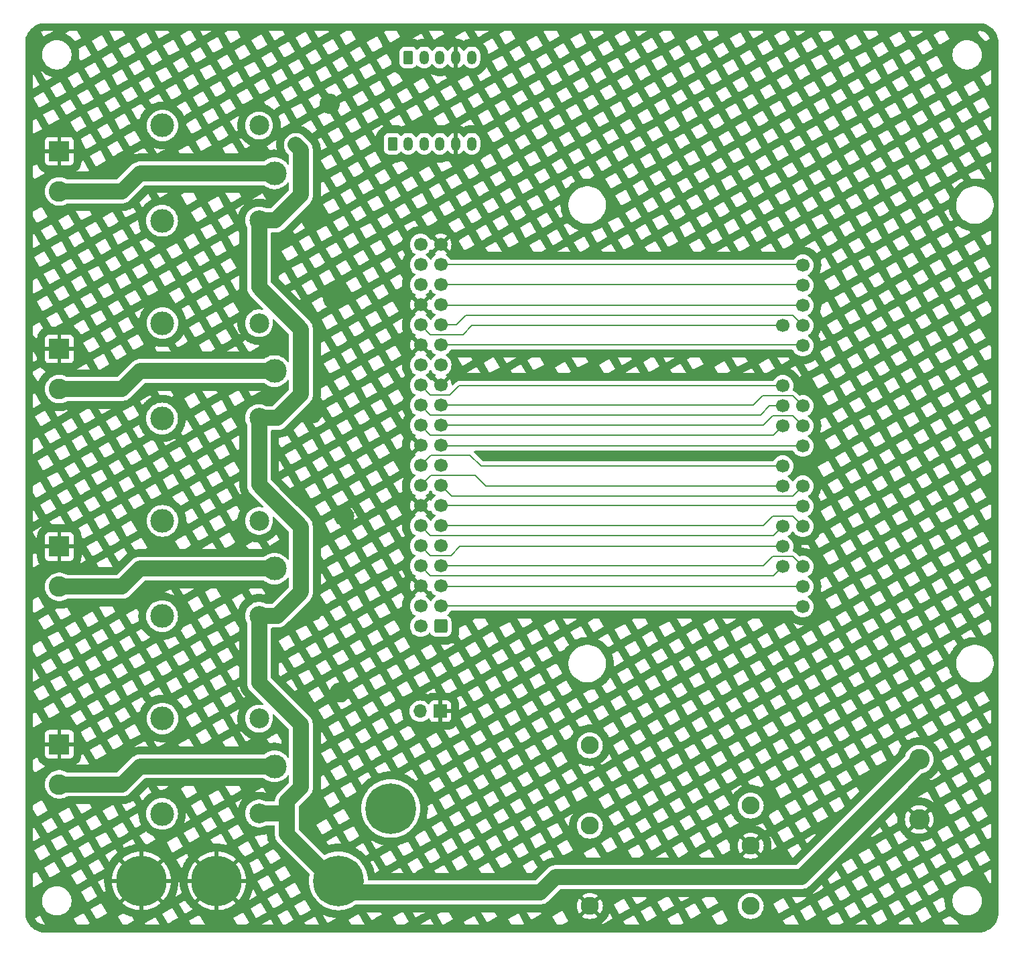
<source format=gbr>
%TF.GenerationSoftware,KiCad,Pcbnew,8.0.1*%
%TF.CreationDate,2024-03-18T01:33:03-07:00*%
%TF.ProjectId,huffboard,68756666-626f-4617-9264-2e6b69636164,rev?*%
%TF.SameCoordinates,Original*%
%TF.FileFunction,Copper,L2,Bot*%
%TF.FilePolarity,Positive*%
%FSLAX46Y46*%
G04 Gerber Fmt 4.6, Leading zero omitted, Abs format (unit mm)*
G04 Created by KiCad (PCBNEW 8.0.1) date 2024-03-18 01:33:03*
%MOMM*%
%LPD*%
G01*
G04 APERTURE LIST*
G04 Aperture macros list*
%AMRoundRect*
0 Rectangle with rounded corners*
0 $1 Rounding radius*
0 $2 $3 $4 $5 $6 $7 $8 $9 X,Y pos of 4 corners*
0 Add a 4 corners polygon primitive as box body*
4,1,4,$2,$3,$4,$5,$6,$7,$8,$9,$2,$3,0*
0 Add four circle primitives for the rounded corners*
1,1,$1+$1,$2,$3*
1,1,$1+$1,$4,$5*
1,1,$1+$1,$6,$7*
1,1,$1+$1,$8,$9*
0 Add four rect primitives between the rounded corners*
20,1,$1+$1,$2,$3,$4,$5,0*
20,1,$1+$1,$4,$5,$6,$7,0*
20,1,$1+$1,$6,$7,$8,$9,0*
20,1,$1+$1,$8,$9,$2,$3,0*%
G04 Aperture macros list end*
%TA.AperFunction,ComponentPad*%
%ADD10C,3.000000*%
%TD*%
%TA.AperFunction,ComponentPad*%
%ADD11C,2.500000*%
%TD*%
%TA.AperFunction,ComponentPad*%
%ADD12RoundRect,0.250000X-0.350000X-0.625000X0.350000X-0.625000X0.350000X0.625000X-0.350000X0.625000X0*%
%TD*%
%TA.AperFunction,ComponentPad*%
%ADD13O,1.200000X1.750000*%
%TD*%
%TA.AperFunction,ComponentPad*%
%ADD14R,2.600000X2.600000*%
%TD*%
%TA.AperFunction,ComponentPad*%
%ADD15C,2.600000*%
%TD*%
%TA.AperFunction,ComponentPad*%
%ADD16C,1.700000*%
%TD*%
%TA.AperFunction,ComponentPad*%
%ADD17RoundRect,0.250000X0.600000X0.600000X-0.600000X0.600000X-0.600000X-0.600000X0.600000X-0.600000X0*%
%TD*%
%TA.AperFunction,ComponentPad*%
%ADD18C,0.800000*%
%TD*%
%TA.AperFunction,ComponentPad*%
%ADD19C,6.400000*%
%TD*%
%TA.AperFunction,ComponentPad*%
%ADD20C,2.270000*%
%TD*%
%TA.AperFunction,ComponentPad*%
%ADD21R,1.700000X1.700000*%
%TD*%
%TA.AperFunction,ComponentPad*%
%ADD22O,1.700000X1.700000*%
%TD*%
%TA.AperFunction,ViaPad*%
%ADD23C,0.600000*%
%TD*%
%TA.AperFunction,Conductor*%
%ADD24C,2.000000*%
%TD*%
%TA.AperFunction,Conductor*%
%ADD25C,0.200000*%
%TD*%
%TA.AperFunction,Conductor*%
%ADD26C,0.508000*%
%TD*%
G04 APERTURE END LIST*
D10*
%TO.P,K3,1*%
%TO.N,RELAY_{3}*%
X155500000Y-86000000D03*
D11*
%TO.P,K3,2*%
%TO.N,Net-(D3-A)*%
X153550000Y-79950000D03*
D10*
%TO.P,K3,3*%
%TO.N,Net-(K3-Pad3)*%
X141350000Y-79950000D03*
%TO.P,K3,4*%
%TO.N,Net-(K3-Pad4)*%
X141300000Y-92000000D03*
D11*
%TO.P,K3,5*%
%TO.N,+12V*%
X153550000Y-91950000D03*
%TD*%
D12*
%TO.P,J8,1,Pin_1*%
%TO.N,SPI0_{MISO}*%
X170400000Y-32258000D03*
D13*
%TO.P,J8,2,Pin_2*%
%TO.N,SPI0_{CLK}*%
X172400000Y-32258000D03*
%TO.P,J8,3,Pin_3*%
%TO.N,SPI0_{CE1}*%
X174400000Y-32258000D03*
%TO.P,J8,4,Pin_4*%
%TO.N,SPI0_{MOSI}*%
X176400000Y-32258000D03*
%TO.P,J8,5,Pin_5*%
%TO.N,GNDREF*%
X178400000Y-32258000D03*
%TO.P,J8,6,Pin_6*%
%TO.N,5V_to_Pi*%
X180400000Y-32258000D03*
%TD*%
D14*
%TO.P,J5,1,Pin_1*%
%TO.N,GNDREF*%
X128310001Y-83199996D03*
D15*
%TO.P,J5,2,Pin_2*%
%TO.N,RELAY_{3}*%
X128310001Y-88279995D03*
%TD*%
D16*
%TO.P,TP23,1,1*%
%TO.N,SPI0_{CLK}*%
X222250000Y-65405000D03*
%TD*%
%TO.P,TP19,1,1*%
%TO.N,SPI0_{CE1}*%
X219710000Y-62865000D03*
%TD*%
%TO.P,TP11,1,1*%
%TO.N,Net-(J1-GPIO23)*%
X219710000Y-75565000D03*
%TD*%
D10*
%TO.P,K1,1*%
%TO.N,RELAY_{1}*%
X155500000Y-111000000D03*
D11*
%TO.P,K1,2*%
%TO.N,Net-(D1-A)*%
X153550000Y-104950000D03*
D10*
%TO.P,K1,3*%
%TO.N,Net-(K1-Pad3)*%
X141350000Y-104950000D03*
%TO.P,K1,4*%
%TO.N,Net-(K1-Pad4)*%
X141300000Y-117000000D03*
D11*
%TO.P,K1,5*%
%TO.N,+12V*%
X153550000Y-116950000D03*
%TD*%
D15*
%TO.P,J2,1,Pin_1*%
%TO.N,GNDREF*%
X236950000Y-117726770D03*
%TO.P,J2,2,Pin_2*%
%TO.N,+12V*%
X236950000Y-110106770D03*
%TD*%
D16*
%TO.P,TP1,1,1*%
%TO.N,Net-(J1-SDA{slash}GPIO2)*%
X222250000Y-90805000D03*
%TD*%
D17*
%TO.P,J1,1,3V3*%
%TO.N,Net-(J1-3V3-Pad1)*%
X176500000Y-93260000D03*
D16*
%TO.P,J1,2,5V*%
%TO.N,5V_to_Pi*%
X173960000Y-93260000D03*
%TO.P,J1,3,SDA/GPIO2*%
%TO.N,Net-(J1-SDA{slash}GPIO2)*%
X176500000Y-90720000D03*
%TO.P,J1,4,5V*%
%TO.N,5V_to_Pi*%
X173960000Y-90720000D03*
%TO.P,J1,5,SCL/GPIO3*%
%TO.N,Net-(J1-SCL{slash}GPIO3)*%
X176500000Y-88180001D03*
%TO.P,J1,6,GND*%
%TO.N,GNDREF*%
X173960000Y-88180000D03*
%TO.P,J1,7,GCLK0/GPIO4*%
%TO.N,Net-(J1-GCLK0{slash}GPIO4)*%
X176500000Y-85640000D03*
%TO.P,J1,8,GPIO14/TXD*%
%TO.N,Net-(J1-GPIO14{slash}TXD)*%
X173960000Y-85640000D03*
%TO.P,J1,9,GND*%
%TO.N,GNDREF*%
X176500000Y-83100000D03*
%TO.P,J1,10,GPIO15/RXD*%
%TO.N,Net-(J1-GPIO15{slash}RXD)*%
X173960000Y-83100000D03*
%TO.P,J1,11,GPIO17*%
%TO.N,Net-(J1-GPIO17)*%
X176500000Y-80560000D03*
%TO.P,J1,12,GPIO18/PWM0*%
%TO.N,Net-(J1-GPIO18{slash}PWM0)*%
X173960000Y-80560000D03*
%TO.P,J1,13,GPIO27*%
%TO.N,Net-(J1-GPIO27)*%
X176500000Y-78020000D03*
%TO.P,J1,14,GND*%
%TO.N,GNDREF*%
X173960000Y-78020000D03*
%TO.P,J1,15,GPIO22*%
%TO.N,Net-(J1-GPIO22)*%
X176500000Y-75479999D03*
%TO.P,J1,16,GPIO23*%
%TO.N,Net-(J1-GPIO23)*%
X173960000Y-75480000D03*
%TO.P,J1,17,3V3*%
%TO.N,Net-(J1-3V3-Pad1)*%
X176500000Y-72940000D03*
%TO.P,J1,18,GPIO24*%
%TO.N,Net-(J1-GPIO24)*%
X173960000Y-72940000D03*
%TO.P,J1,19,MOSI0/GPIO10*%
%TO.N,SPI0_{MOSI}*%
X176500000Y-70400000D03*
%TO.P,J1,20,GND*%
%TO.N,GNDREF*%
X173960000Y-70400000D03*
%TO.P,J1,21,MISO0/GPIO9*%
%TO.N,SPI0_{MISO}*%
X176500000Y-67860000D03*
%TO.P,J1,22,GPIO25*%
%TO.N,Net-(J1-GPIO25)*%
X173960000Y-67860000D03*
%TO.P,J1,23,SCLK0/GPIO11*%
%TO.N,SPI0_{CLK}*%
X176500000Y-65320001D03*
%TO.P,J1,24,~{CE0}/GPIO8*%
%TO.N,SPI0_{CE0}*%
X173960000Y-65320000D03*
%TO.P,J1,25,GND*%
%TO.N,GNDREF*%
X176500000Y-62780000D03*
%TO.P,J1,26,~{CE1}/GPIO7*%
%TO.N,SPI0_{CE1}*%
X173960000Y-62780000D03*
%TO.P,J1,27,ID_SD/GPIO0*%
%TO.N,unconnected-(J1-ID_SD{slash}GPIO0-Pad27)*%
X176500000Y-60240000D03*
%TO.P,J1,28,ID_SC/GPIO1*%
%TO.N,unconnected-(J1-ID_SC{slash}GPIO1-Pad28)*%
X173960000Y-60240000D03*
%TO.P,J1,29,GCLK1/GPIO5*%
%TO.N,Net-(J1-GCLK1{slash}GPIO5)*%
X176500000Y-57700000D03*
%TO.P,J1,30,GND*%
%TO.N,GNDREF*%
X173960000Y-57700000D03*
%TO.P,J1,31,GCLK2/GPIO6*%
%TO.N,IO RELAY_{1}*%
X176500000Y-55160001D03*
%TO.P,J1,32,PWM0/GPIO12*%
%TO.N,Net-(J1-PWM0{slash}GPIO12)*%
X173960000Y-55160000D03*
%TO.P,J1,33,PWM1/GPIO13*%
%TO.N,IO RELAY_{3}*%
X176500000Y-52619999D03*
%TO.P,J1,34,GND*%
%TO.N,GNDREF*%
X173960000Y-52620000D03*
%TO.P,J1,35,GPIO19/MISO1*%
%TO.N,IO RELAY_{4}*%
X176500000Y-50080000D03*
%TO.P,J1,36,GPIO16*%
%TO.N,unconnected-(J1-GPIO16-Pad36)*%
X173960000Y-50080000D03*
%TO.P,J1,37,GPIO26*%
%TO.N,IO RELAY_{2}*%
X176500000Y-47540000D03*
%TO.P,J1,38,GPIO20/MOSI1*%
%TO.N,unconnected-(J1-GPIO20{slash}MOSI1-Pad38)*%
X173960000Y-47540000D03*
%TO.P,J1,39,GND*%
%TO.N,GNDREF*%
X176500000Y-45000000D03*
%TO.P,J1,40,GPIO21/SCLK1*%
%TO.N,unconnected-(J1-GPIO21{slash}SCLK1-Pad40)*%
X173960000Y-45000000D03*
%TD*%
D14*
%TO.P,J4,1,Pin_1*%
%TO.N,GNDREF*%
X128310001Y-33199996D03*
D15*
%TO.P,J4,2,Pin_2*%
%TO.N,RELAY_{2}*%
X128310001Y-38279995D03*
%TD*%
D16*
%TO.P,TP7,1,1*%
%TO.N,Net-(J1-GPIO18{slash}PWM0)*%
X219710000Y-80645000D03*
%TD*%
%TO.P,TP8,1,1*%
%TO.N,IO RELAY_{1}*%
X222250000Y-55245000D03*
%TD*%
%TO.P,TP3,1,1*%
%TO.N,Net-(J1-GPIO14{slash}TXD)*%
X219710000Y-85725000D03*
%TD*%
%TO.P,TP5,1,1*%
%TO.N,IO RELAY_{2}*%
X222250000Y-47625000D03*
%TD*%
D18*
%TO.P,H10,1,1*%
%TO.N,+12V*%
X161176000Y-125476000D03*
X161878944Y-123778944D03*
X161878944Y-127173056D03*
X163576000Y-123076000D03*
D19*
X163576000Y-125476000D03*
D18*
X163576000Y-127876000D03*
X165273056Y-123778944D03*
X165273056Y-127173056D03*
X165976000Y-125476000D03*
%TD*%
D16*
%TO.P,TP2,1,1*%
%TO.N,Net-(J1-SCL{slash}GPIO3)*%
X222250000Y-88265000D03*
%TD*%
%TO.P,TP16,1,1*%
%TO.N,Net-(J1-GCLK1{slash}GPIO5)*%
X222250000Y-57785000D03*
%TD*%
D14*
%TO.P,J6,1,Pin_1*%
%TO.N,GNDREF*%
X128310001Y-58199996D03*
D15*
%TO.P,J6,2,Pin_2*%
%TO.N,RELAY_{4}*%
X128310001Y-63279995D03*
%TD*%
D16*
%TO.P,TP18,1,1*%
%TO.N,IO RELAY_{4}*%
X222250000Y-50165000D03*
%TD*%
D10*
%TO.P,K4,1*%
%TO.N,RELAY_{4}*%
X155500000Y-61000000D03*
D11*
%TO.P,K4,2*%
%TO.N,Net-(D4-A)*%
X153550000Y-54950000D03*
D10*
%TO.P,K4,3*%
%TO.N,Net-(K4-Pad3)*%
X141350000Y-54950000D03*
%TO.P,K4,4*%
%TO.N,Net-(K4-Pad4)*%
X141300000Y-67000000D03*
D11*
%TO.P,K4,5*%
%TO.N,+12V*%
X153550000Y-66950000D03*
%TD*%
D12*
%TO.P,J7,1,Pin_1*%
%TO.N,SPI0_{CLK}*%
X172400000Y-21336000D03*
D13*
%TO.P,J7,2,Pin_2*%
%TO.N,SPI0_{CE0}*%
X174400000Y-21336000D03*
%TO.P,J7,3,Pin_3*%
%TO.N,SPI0_{MOSI}*%
X176400000Y-21336000D03*
%TO.P,J7,4,Pin_4*%
%TO.N,GNDREF*%
X178400000Y-21336000D03*
%TO.P,J7,5,Pin_5*%
%TO.N,5V_to_Pi*%
X180400000Y-21336000D03*
%TD*%
D18*
%TO.P,H9,1,1*%
%TO.N,GNDREF*%
X136284000Y-125476000D03*
X136986944Y-123778944D03*
X136986944Y-127173056D03*
X138684000Y-123076000D03*
D19*
X138684000Y-125476000D03*
D18*
X138684000Y-127876000D03*
X140381056Y-123778944D03*
X140381056Y-127173056D03*
X141084000Y-125476000D03*
%TD*%
D16*
%TO.P,TP4,1,1*%
%TO.N,Net-(J1-GPIO15{slash}RXD)*%
X219710000Y-83185000D03*
%TD*%
%TO.P,TP22,1,1*%
%TO.N,SPI0_{MOSI}*%
X222250000Y-70485000D03*
%TD*%
%TO.P,TP15,1,1*%
%TO.N,Net-(J1-PWM0{slash}GPIO12)*%
X219710000Y-55245000D03*
%TD*%
%TO.P,TP13,1,1*%
%TO.N,Net-(J1-GPIO25)*%
X219710000Y-67945000D03*
%TD*%
%TO.P,TP9,1,1*%
%TO.N,IO RELAY_{3}*%
X222250000Y-52705000D03*
%TD*%
%TO.P,TP10,1,1*%
%TO.N,Net-(J1-GPIO22)*%
X222250000Y-75565000D03*
%TD*%
%TO.P,TP17,1,1*%
%TO.N,Net-(J1-GCLK0{slash}GPIO4)*%
X222250000Y-85725000D03*
%TD*%
%TO.P,TP12,1,1*%
%TO.N,Net-(J1-GPIO24)*%
X219710000Y-73025000D03*
%TD*%
D20*
%TO.P,U1,1,V_{in}+*%
%TO.N,+12V*%
X215660000Y-115960000D03*
%TO.P,U1,2,V_{in}-*%
%TO.N,GNDREF*%
X215660000Y-121040000D03*
%TO.P,U1,3,CTRL*%
%TO.N,unconnected-(U1-CTRL-Pad3)*%
X215660000Y-128660000D03*
%TO.P,U1,4,V_{out}-*%
%TO.N,GNDREF*%
X195340000Y-128660000D03*
%TO.P,U1,5,NP*%
%TO.N,unconnected-(U1-NP-Pad5)*%
X195340000Y-118500000D03*
%TO.P,U1,6,V_{out}+*%
%TO.N,5V_from_supply*%
X195340000Y-108340000D03*
%TD*%
D16*
%TO.P,TP6,1,1*%
%TO.N,Net-(J1-GPIO17)*%
X222250000Y-80645000D03*
%TD*%
%TO.P,TP14,1,1*%
%TO.N,Net-(J1-GPIO27)*%
X222250000Y-78105000D03*
%TD*%
D18*
%TO.P,H11,1,1*%
%TO.N,GNDREF*%
X145809000Y-125476000D03*
X146511944Y-123778944D03*
X146511944Y-127173056D03*
X148209000Y-123076000D03*
D19*
X148209000Y-125476000D03*
D18*
X148209000Y-127876000D03*
X149906056Y-123778944D03*
X149906056Y-127173056D03*
X150609000Y-125476000D03*
%TD*%
D14*
%TO.P,J3,1,Pin_1*%
%TO.N,GNDREF*%
X128310001Y-108199996D03*
D15*
%TO.P,J3,2,Pin_2*%
%TO.N,RELAY_{1}*%
X128310001Y-113279995D03*
%TD*%
D16*
%TO.P,TP20,1,1*%
%TO.N,SPI0_{CE0}*%
X219710000Y-65405000D03*
%TD*%
D10*
%TO.P,K2,1*%
%TO.N,RELAY_{2}*%
X155500000Y-36000000D03*
D11*
%TO.P,K2,2*%
%TO.N,Net-(D2-A)*%
X153550000Y-29950000D03*
D10*
%TO.P,K2,3*%
%TO.N,Net-(K2-Pad3)*%
X141350000Y-29950000D03*
%TO.P,K2,4*%
%TO.N,Net-(K2-Pad4)*%
X141300000Y-42000000D03*
D11*
%TO.P,K2,5*%
%TO.N,+12V*%
X153550000Y-41950000D03*
%TD*%
D21*
%TO.P,J10,1,Pin_1*%
%TO.N,GNDREF*%
X176450000Y-104025000D03*
D22*
%TO.P,J10,2,Pin_2*%
%TO.N,5V_to_Pi*%
X173910000Y-104025000D03*
%TD*%
D18*
%TO.P,H12,1,1*%
%TO.N,5V_to_Pi*%
X167780000Y-116332000D03*
X168482944Y-114634944D03*
X168482944Y-118029056D03*
X170180000Y-113932000D03*
D19*
X170180000Y-116332000D03*
D18*
X170180000Y-118732000D03*
X171877056Y-114634944D03*
X171877056Y-118029056D03*
X172580000Y-116332000D03*
%TD*%
D16*
%TO.P,TP21,1,1*%
%TO.N,SPI0_{MISO}*%
X222250000Y-67945000D03*
%TD*%
D23*
%TO.N,+12V*%
X158851600Y-83200000D03*
X158851600Y-108200000D03*
X158200000Y-57400000D03*
X158200000Y-32400000D03*
X158200000Y-57400000D03*
%TO.N,GNDREF*%
X160250000Y-41300000D03*
X162900000Y-51800000D03*
X164300000Y-79350000D03*
X160250000Y-91350000D03*
X162500000Y-27200000D03*
X160300000Y-116200000D03*
X160250000Y-66350000D03*
X163750000Y-101650000D03*
X183600000Y-92017499D03*
%TD*%
D24*
%TO.N,RELAY_{2}*%
X138498000Y-36000000D02*
X136218005Y-38279995D01*
X136218005Y-38279995D02*
X128310001Y-38279995D01*
X155500000Y-36000000D02*
X138498000Y-36000000D01*
D25*
%TO.N,Net-(J1-GPIO24)*%
X181610000Y-73025000D02*
X219710000Y-73025000D01*
X173960000Y-72940000D02*
X175272000Y-71628000D01*
X180213000Y-71628000D02*
X181610000Y-73025000D01*
X175272000Y-71628000D02*
X180213000Y-71628000D01*
%TO.N,Net-(J1-GCLK0{slash}GPIO4)*%
X217255000Y-85640000D02*
X176500000Y-85640000D01*
X220980000Y-84455000D02*
X218440000Y-84455000D01*
X218440000Y-84455000D02*
X217255000Y-85640000D01*
X222250000Y-85725000D02*
X220980000Y-84455000D01*
%TO.N,Net-(J1-GPIO17)*%
X222250000Y-80645000D02*
X220980000Y-79375000D01*
X218440000Y-79375000D02*
X217255000Y-80560000D01*
X220980000Y-79375000D02*
X218440000Y-79375000D01*
X217255000Y-80560000D02*
X176500000Y-80560000D01*
%TO.N,Net-(J1-GPIO25)*%
X218567000Y-69088000D02*
X219710000Y-67945000D01*
X175188000Y-69088000D02*
X218567000Y-69088000D01*
X173960000Y-67860000D02*
X175188000Y-69088000D01*
%TO.N,Net-(J1-GCLK1{slash}GPIO5)*%
X222165000Y-57700000D02*
X222250000Y-57785000D01*
X176500000Y-57700000D02*
X222165000Y-57700000D01*
%TO.N,Net-(J1-GPIO14{slash}TXD)*%
X218567000Y-86868000D02*
X219710000Y-85725000D01*
X175188000Y-86868000D02*
X218567000Y-86868000D01*
X173960000Y-85640000D02*
X175188000Y-86868000D01*
%TO.N,Net-(J1-GPIO18{slash}PWM0)*%
X218567000Y-81788000D02*
X175188000Y-81788000D01*
X219710000Y-80645000D02*
X218567000Y-81788000D01*
X175188000Y-81788000D02*
X173960000Y-80560000D01*
%TO.N,Net-(J1-PWM0{slash}GPIO12)*%
X175188000Y-56388000D02*
X179324000Y-56388000D01*
X173960000Y-55160000D02*
X175188000Y-56388000D01*
X180467000Y-55245000D02*
X219710000Y-55245000D01*
X179324000Y-56388000D02*
X180467000Y-55245000D01*
%TO.N,Net-(J1-GPIO23)*%
X180848000Y-74168000D02*
X182245000Y-75565000D01*
X182245000Y-75565000D02*
X219710000Y-75565000D01*
X175272000Y-74168000D02*
X180848000Y-74168000D01*
X173960000Y-75480000D02*
X175272000Y-74168000D01*
%TO.N,Net-(J1-SCL{slash}GPIO3)*%
X176584999Y-88265000D02*
X176500000Y-88180001D01*
X222250000Y-88265000D02*
X176584999Y-88265000D01*
%TO.N,Net-(J1-SDA{slash}GPIO2)*%
X222165000Y-90720000D02*
X222250000Y-90805000D01*
X176500000Y-90720000D02*
X222165000Y-90720000D01*
%TO.N,Net-(J1-GPIO22)*%
X177855001Y-76835000D02*
X176500000Y-75479999D01*
X220980000Y-76835000D02*
X177855001Y-76835000D01*
X222250000Y-75565000D02*
X220980000Y-76835000D01*
%TO.N,Net-(J1-GPIO15{slash}RXD)*%
X178936673Y-83185000D02*
X177793673Y-84328000D01*
X177793673Y-84328000D02*
X175188000Y-84328000D01*
X175188000Y-84328000D02*
X173960000Y-83100000D01*
X219710000Y-83185000D02*
X178936673Y-83185000D01*
%TO.N,Net-(J1-GPIO27)*%
X222165000Y-78020000D02*
X222250000Y-78105000D01*
X176500000Y-78020000D02*
X222165000Y-78020000D01*
D24*
%TO.N,+12V*%
X157050000Y-116950000D02*
X157050000Y-115450000D01*
X153550000Y-66950000D02*
X153550000Y-75408200D01*
X157050000Y-115450000D02*
X158851600Y-113648400D01*
X191000000Y-125000000D02*
X222056770Y-125000000D01*
X158851600Y-80709800D02*
X158851600Y-88948400D01*
X155650000Y-41950000D02*
X153550000Y-41950000D01*
X158851600Y-88948400D02*
X155850000Y-91950000D01*
X157050000Y-116950000D02*
X157050000Y-119600000D01*
X158851600Y-33051600D02*
X158851600Y-38748400D01*
X158851600Y-38748400D02*
X155650000Y-41950000D01*
X165050000Y-126950000D02*
X189050000Y-126950000D01*
X189050000Y-126950000D02*
X191000000Y-125000000D01*
X155850000Y-66950000D02*
X153550000Y-66950000D01*
X163576000Y-125476000D02*
X165050000Y-126950000D01*
X153550000Y-100408200D02*
X153550000Y-91950000D01*
X153550000Y-50408200D02*
X158851600Y-55709800D01*
X158851600Y-55709800D02*
X158851600Y-63948400D01*
X158200000Y-32400000D02*
X158851600Y-33051600D01*
X154088400Y-116950000D02*
X153550000Y-116950000D01*
X158851600Y-105709800D02*
X153550000Y-100408200D01*
X153550000Y-75408200D02*
X158851600Y-80709800D01*
X162926000Y-125476000D02*
X163576000Y-125476000D01*
X153550000Y-116950000D02*
X157050000Y-116950000D01*
X222056770Y-125000000D02*
X236950000Y-110106770D01*
X153550000Y-41950000D02*
X153550000Y-50408200D01*
X157050000Y-119600000D02*
X162926000Y-125476000D01*
X155850000Y-91950000D02*
X153550000Y-91950000D01*
X158851600Y-113648400D02*
X158851600Y-105709800D01*
X158851600Y-63948400D02*
X155850000Y-66950000D01*
%TO.N,RELAY_{1}*%
X136218005Y-113279995D02*
X128310001Y-113279995D01*
X138498000Y-111000000D02*
X136218005Y-113279995D01*
X155500000Y-111000000D02*
X138498000Y-111000000D01*
D26*
%TO.N,GNDREF*%
X148209000Y-125476000D02*
X148209000Y-121412000D01*
X138684000Y-125476000D02*
X138684000Y-129540000D01*
X148209000Y-125476000D02*
X148209000Y-129540000D01*
X148209000Y-125476000D02*
X144145000Y-125476000D01*
X138684000Y-125476000D02*
X142748000Y-125476000D01*
X148209000Y-125476000D02*
X152273000Y-125476000D01*
D25*
X137160000Y-21844000D02*
X136652000Y-21844000D01*
D26*
X138684000Y-125476000D02*
X138684000Y-121412000D01*
X138684000Y-125476000D02*
X134620000Y-125476000D01*
D24*
%TO.N,RELAY_{3}*%
X155500000Y-86000000D02*
X138498000Y-86000000D01*
X136218005Y-88279995D02*
X128310001Y-88279995D01*
X138498000Y-86000000D02*
X136218005Y-88279995D01*
D25*
%TO.N,IO RELAY_{4}*%
X221615000Y-50165000D02*
X221530000Y-50080000D01*
X221530000Y-50080000D02*
X176500000Y-50080000D01*
X222250000Y-50165000D02*
X221615000Y-50165000D01*
%TO.N,IO RELAY_{1}*%
X222250000Y-55245000D02*
X220980000Y-53975000D01*
X220980000Y-53975000D02*
X179705000Y-53975000D01*
X178519999Y-55160001D02*
X176500000Y-55160001D01*
X179705000Y-53975000D02*
X178519999Y-55160001D01*
%TO.N,IO RELAY_{2}*%
X176500000Y-47540000D02*
X222165000Y-47540000D01*
X222165000Y-47540000D02*
X222250000Y-47625000D01*
%TO.N,IO RELAY_{3}*%
X176585001Y-52705000D02*
X176500000Y-52619999D01*
X222250000Y-52705000D02*
X176585001Y-52705000D01*
D24*
%TO.N,RELAY_{4}*%
X155500000Y-61000000D02*
X138498000Y-61000000D01*
X138498000Y-61000000D02*
X136218005Y-63279995D01*
X136218005Y-63279995D02*
X128310001Y-63279995D01*
D25*
%TO.N,SPI0_{CE0}*%
X218040000Y-65405000D02*
X216897000Y-66548000D01*
X219710000Y-65405000D02*
X218040000Y-65405000D01*
X216897000Y-66548000D02*
X175188000Y-66548000D01*
X175188000Y-66548000D02*
X173960000Y-65320000D01*
%TO.N,SPI0_{CLK}*%
X220980000Y-64135000D02*
X217170000Y-64135000D01*
X222250000Y-65405000D02*
X220980000Y-64135000D01*
X215984999Y-65320001D02*
X176500000Y-65320001D01*
X217170000Y-64135000D02*
X215984999Y-65320001D01*
%TO.N,SPI0_{CE1}*%
X177673000Y-64008000D02*
X175188000Y-64008000D01*
X219710000Y-62865000D02*
X178816000Y-62865000D01*
X178816000Y-62865000D02*
X177673000Y-64008000D01*
X175188000Y-64008000D02*
X173960000Y-62780000D01*
%TO.N,SPI0_{MOSI}*%
X222250000Y-70485000D02*
X176585000Y-70485000D01*
X176585000Y-70485000D02*
X176500000Y-70400000D01*
%TO.N,SPI0_{MISO}*%
X220980000Y-66675000D02*
X218440000Y-66675000D01*
X217255000Y-67860000D02*
X176500000Y-67860000D01*
X218440000Y-66675000D02*
X217255000Y-67860000D01*
X222250000Y-67945000D02*
X220980000Y-66675000D01*
%TD*%
%TA.AperFunction,Conductor*%
%TO.N,GNDREF*%
G36*
X175074925Y-88941373D02*
G01*
X175128119Y-88865405D01*
X175182696Y-88821781D01*
X175252195Y-88814588D01*
X175314549Y-88846110D01*
X175331269Y-88865406D01*
X175461501Y-89051397D01*
X175461506Y-89051403D01*
X175628597Y-89218494D01*
X175628603Y-89218499D01*
X175685929Y-89258639D01*
X175805456Y-89342333D01*
X175814157Y-89348425D01*
X175857782Y-89403002D01*
X175864976Y-89472500D01*
X175833453Y-89534855D01*
X175814158Y-89551575D01*
X175628594Y-89681508D01*
X175461505Y-89848597D01*
X175331575Y-90034158D01*
X175276998Y-90077783D01*
X175207500Y-90084977D01*
X175145145Y-90053454D01*
X175128425Y-90034158D01*
X174998494Y-89848597D01*
X174831402Y-89681506D01*
X174831401Y-89681505D01*
X174645405Y-89551269D01*
X174601781Y-89496692D01*
X174594588Y-89427193D01*
X174626110Y-89364839D01*
X174645405Y-89348119D01*
X174721373Y-89294925D01*
X174089409Y-88662962D01*
X174152993Y-88645925D01*
X174267007Y-88580099D01*
X174360099Y-88487007D01*
X174425925Y-88372993D01*
X174442962Y-88309409D01*
X175074925Y-88941373D01*
G37*
%TD.AperFunction*%
%TA.AperFunction,Conductor*%
G36*
X175074925Y-78781373D02*
G01*
X175128119Y-78705405D01*
X175182696Y-78661781D01*
X175252195Y-78654588D01*
X175314549Y-78686110D01*
X175331269Y-78705405D01*
X175461505Y-78891401D01*
X175461506Y-78891402D01*
X175628597Y-79058493D01*
X175628603Y-79058498D01*
X175814158Y-79188425D01*
X175857783Y-79243002D01*
X175864977Y-79312500D01*
X175833454Y-79374855D01*
X175814158Y-79391575D01*
X175628597Y-79521505D01*
X175461505Y-79688597D01*
X175331575Y-79874158D01*
X175276998Y-79917783D01*
X175207500Y-79924977D01*
X175145145Y-79893454D01*
X175128425Y-79874158D01*
X174998494Y-79688597D01*
X174831402Y-79521506D01*
X174831401Y-79521505D01*
X174645405Y-79391269D01*
X174601781Y-79336692D01*
X174594588Y-79267193D01*
X174626110Y-79204839D01*
X174645405Y-79188119D01*
X174721373Y-79134925D01*
X174089409Y-78502962D01*
X174152993Y-78485925D01*
X174267007Y-78420099D01*
X174360099Y-78327007D01*
X174425925Y-78212993D01*
X174442962Y-78149410D01*
X175074925Y-78781373D01*
G37*
%TD.AperFunction*%
%TA.AperFunction,Conductor*%
G36*
X175314855Y-76146545D02*
G01*
X175331575Y-76165841D01*
X175456631Y-76344440D01*
X175461505Y-76351400D01*
X175628599Y-76518494D01*
X175628601Y-76518495D01*
X175628603Y-76518497D01*
X175814158Y-76648424D01*
X175857783Y-76703001D01*
X175864977Y-76772499D01*
X175833454Y-76834854D01*
X175814159Y-76851574D01*
X175628594Y-76981508D01*
X175461505Y-77148597D01*
X175331269Y-77334595D01*
X175276692Y-77378220D01*
X175207194Y-77385414D01*
X175144839Y-77353891D01*
X175128119Y-77334595D01*
X175074925Y-77258626D01*
X175074925Y-77258625D01*
X174442962Y-77890589D01*
X174425925Y-77827007D01*
X174360099Y-77712993D01*
X174267007Y-77619901D01*
X174152993Y-77554075D01*
X174089410Y-77537037D01*
X174721373Y-76905073D01*
X174721373Y-76905072D01*
X174645405Y-76851880D01*
X174601780Y-76797304D01*
X174594586Y-76727805D01*
X174626108Y-76665451D01*
X174645399Y-76648734D01*
X174831401Y-76518495D01*
X174998495Y-76351401D01*
X175128426Y-76165839D01*
X175183002Y-76122216D01*
X175252500Y-76115022D01*
X175314855Y-76146545D01*
G37*
%TD.AperFunction*%
%TA.AperFunction,Conductor*%
G36*
X175314855Y-60906546D02*
G01*
X175331575Y-60925842D01*
X175461500Y-61111395D01*
X175461505Y-61111401D01*
X175628599Y-61278495D01*
X175806889Y-61403335D01*
X175814594Y-61408730D01*
X175858218Y-61463307D01*
X175865411Y-61532806D01*
X175833889Y-61595160D01*
X175814593Y-61611880D01*
X175738626Y-61665072D01*
X175738625Y-61665072D01*
X176370590Y-62297037D01*
X176307007Y-62314075D01*
X176192993Y-62379901D01*
X176099901Y-62472993D01*
X176034075Y-62587007D01*
X176017037Y-62650590D01*
X175385073Y-62018626D01*
X175331881Y-62094594D01*
X175277304Y-62138219D01*
X175207806Y-62145413D01*
X175145451Y-62113891D01*
X175128730Y-62094594D01*
X174998494Y-61908597D01*
X174831402Y-61741506D01*
X174831396Y-61741501D01*
X174645842Y-61611575D01*
X174602217Y-61556998D01*
X174595023Y-61487500D01*
X174626546Y-61425145D01*
X174645842Y-61408425D01*
X174715947Y-61359337D01*
X174831401Y-61278495D01*
X174998495Y-61111401D01*
X175128425Y-60925842D01*
X175183002Y-60882217D01*
X175252500Y-60875023D01*
X175314855Y-60906546D01*
G37*
%TD.AperFunction*%
%TA.AperFunction,Conductor*%
G36*
X175074925Y-58461373D02*
G01*
X175128119Y-58385405D01*
X175182696Y-58341781D01*
X175252195Y-58334588D01*
X175314549Y-58366110D01*
X175331269Y-58385405D01*
X175461505Y-58571401D01*
X175461506Y-58571402D01*
X175628597Y-58738493D01*
X175628603Y-58738498D01*
X175814158Y-58868425D01*
X175857783Y-58923002D01*
X175864977Y-58992500D01*
X175833454Y-59054855D01*
X175814158Y-59071575D01*
X175628597Y-59201505D01*
X175461505Y-59368597D01*
X175331575Y-59554158D01*
X175276998Y-59597783D01*
X175207500Y-59604977D01*
X175145145Y-59573454D01*
X175128425Y-59554158D01*
X174998494Y-59368597D01*
X174831402Y-59201506D01*
X174831401Y-59201505D01*
X174663844Y-59084180D01*
X174645405Y-59071269D01*
X174601781Y-59016692D01*
X174594588Y-58947193D01*
X174626110Y-58884839D01*
X174645405Y-58868119D01*
X174721373Y-58814925D01*
X174089409Y-58182962D01*
X174152993Y-58165925D01*
X174267007Y-58100099D01*
X174360099Y-58007007D01*
X174425925Y-57892993D01*
X174442962Y-57829409D01*
X175074925Y-58461373D01*
G37*
%TD.AperFunction*%
%TA.AperFunction,Conductor*%
G36*
X175074925Y-53381373D02*
G01*
X175128119Y-53305405D01*
X175182696Y-53261780D01*
X175252194Y-53254586D01*
X175314549Y-53286109D01*
X175331269Y-53305404D01*
X175461505Y-53491400D01*
X175628599Y-53658494D01*
X175749997Y-53743498D01*
X175814160Y-53788425D01*
X175857784Y-53843002D01*
X175864977Y-53912501D01*
X175833455Y-53974855D01*
X175814160Y-53991575D01*
X175628594Y-54121509D01*
X175461505Y-54288598D01*
X175331575Y-54474159D01*
X175276998Y-54517784D01*
X175207500Y-54524978D01*
X175145145Y-54493455D01*
X175128425Y-54474159D01*
X174998494Y-54288597D01*
X174831402Y-54121506D01*
X174831401Y-54121505D01*
X174645405Y-53991269D01*
X174601781Y-53936692D01*
X174594588Y-53867193D01*
X174626110Y-53804839D01*
X174645405Y-53788119D01*
X174721373Y-53734925D01*
X174089409Y-53102962D01*
X174152993Y-53085925D01*
X174267007Y-53020099D01*
X174360099Y-52927007D01*
X174425925Y-52812993D01*
X174442962Y-52749409D01*
X175074925Y-53381373D01*
G37*
%TD.AperFunction*%
%TA.AperFunction,Conductor*%
G36*
X175314855Y-50746546D02*
G01*
X175331575Y-50765842D01*
X175461500Y-50951395D01*
X175461505Y-50951401D01*
X175628599Y-51118495D01*
X175749991Y-51203495D01*
X175814157Y-51248424D01*
X175857782Y-51303001D01*
X175864976Y-51372499D01*
X175833453Y-51434854D01*
X175814158Y-51451574D01*
X175628594Y-51581507D01*
X175461508Y-51748593D01*
X175331268Y-51934595D01*
X175276691Y-51978220D01*
X175207192Y-51985412D01*
X175144838Y-51953890D01*
X175128117Y-51934594D01*
X175074924Y-51858626D01*
X174442962Y-52490589D01*
X174425925Y-52427007D01*
X174360099Y-52312993D01*
X174267007Y-52219901D01*
X174152993Y-52154075D01*
X174089410Y-52137037D01*
X174721373Y-51505073D01*
X174721373Y-51505072D01*
X174645405Y-51451880D01*
X174601780Y-51397304D01*
X174594586Y-51327805D01*
X174626108Y-51265451D01*
X174645399Y-51248734D01*
X174831401Y-51118495D01*
X174998495Y-50951401D01*
X175128425Y-50765842D01*
X175183002Y-50722217D01*
X175252500Y-50715023D01*
X175314855Y-50746546D01*
G37*
%TD.AperFunction*%
%TA.AperFunction,Conductor*%
G36*
X176034075Y-45192993D02*
G01*
X176099901Y-45307007D01*
X176192993Y-45400099D01*
X176307007Y-45465925D01*
X176370590Y-45482962D01*
X175738625Y-46114925D01*
X175814594Y-46168119D01*
X175858219Y-46222696D01*
X175865413Y-46292194D01*
X175833890Y-46354549D01*
X175814595Y-46371269D01*
X175628594Y-46501508D01*
X175461505Y-46668597D01*
X175331575Y-46854158D01*
X175276998Y-46897783D01*
X175207500Y-46904977D01*
X175145145Y-46873454D01*
X175128425Y-46854158D01*
X174998494Y-46668597D01*
X174831402Y-46501506D01*
X174831396Y-46501501D01*
X174645842Y-46371575D01*
X174602217Y-46316998D01*
X174595023Y-46247500D01*
X174626546Y-46185145D01*
X174645842Y-46168425D01*
X174802909Y-46058445D01*
X174831401Y-46038495D01*
X174998495Y-45871401D01*
X175128732Y-45685403D01*
X175183307Y-45641780D01*
X175252805Y-45634586D01*
X175315160Y-45666109D01*
X175331880Y-45685405D01*
X175385073Y-45761373D01*
X176017037Y-45129409D01*
X176034075Y-45192993D01*
G37*
%TD.AperFunction*%
%TA.AperFunction,Conductor*%
G36*
X244503736Y-17000726D02*
G01*
X244793796Y-17018271D01*
X244808659Y-17020076D01*
X245090798Y-17071780D01*
X245105335Y-17075363D01*
X245379172Y-17160695D01*
X245393163Y-17166000D01*
X245654743Y-17283727D01*
X245667989Y-17290680D01*
X245913465Y-17439075D01*
X245925776Y-17447573D01*
X246151573Y-17624473D01*
X246162781Y-17634403D01*
X246365596Y-17837218D01*
X246375526Y-17848426D01*
X246495481Y-18001538D01*
X246552422Y-18074217D01*
X246560926Y-18086537D01*
X246628062Y-18197594D01*
X246709316Y-18332004D01*
X246716275Y-18345263D01*
X246833997Y-18606831D01*
X246839306Y-18620832D01*
X246924635Y-18894663D01*
X246928219Y-18909201D01*
X246979923Y-19191340D01*
X246981728Y-19206205D01*
X246999274Y-19496263D01*
X246999500Y-19503750D01*
X246999500Y-129496249D01*
X246999274Y-129503736D01*
X246981728Y-129793794D01*
X246979923Y-129808659D01*
X246928219Y-130090798D01*
X246924635Y-130105336D01*
X246839306Y-130379167D01*
X246833997Y-130393168D01*
X246716275Y-130654736D01*
X246709316Y-130667995D01*
X246560928Y-130913459D01*
X246552422Y-130925782D01*
X246375526Y-131151573D01*
X246365596Y-131162781D01*
X246162781Y-131365596D01*
X246151573Y-131375526D01*
X245925782Y-131552422D01*
X245913459Y-131560928D01*
X245667995Y-131709316D01*
X245654736Y-131716275D01*
X245393168Y-131833997D01*
X245379167Y-131839306D01*
X245105336Y-131924635D01*
X245090798Y-131928219D01*
X244808659Y-131979923D01*
X244793794Y-131981728D01*
X244503736Y-131999274D01*
X244496249Y-131999500D01*
X126503751Y-131999500D01*
X126496264Y-131999274D01*
X126206205Y-131981728D01*
X126191340Y-131979923D01*
X125909201Y-131928219D01*
X125894663Y-131924635D01*
X125620832Y-131839306D01*
X125606831Y-131833997D01*
X125345263Y-131716275D01*
X125332004Y-131709316D01*
X125086540Y-131560928D01*
X125074217Y-131552422D01*
X124848426Y-131375526D01*
X124837218Y-131365596D01*
X124634403Y-131162781D01*
X124624473Y-131151573D01*
X124447573Y-130925776D01*
X124439075Y-130913465D01*
X124290680Y-130667989D01*
X124283727Y-130654743D01*
X124166000Y-130393163D01*
X124160693Y-130379167D01*
X124154842Y-130360391D01*
X124116774Y-130238228D01*
X125197065Y-130238228D01*
X125265788Y-130351910D01*
X125377481Y-130494475D01*
X125505522Y-130622516D01*
X125648087Y-130734209D01*
X125803061Y-130827894D01*
X125968215Y-130902223D01*
X126141092Y-130956094D01*
X126319231Y-130988739D01*
X126502979Y-130999855D01*
X126086921Y-130279222D01*
X130126063Y-130279222D01*
X130543071Y-131001500D01*
X131879044Y-131001500D01*
X132177834Y-130828992D01*
X131426833Y-129528221D01*
X130126063Y-130279222D01*
X126086921Y-130279222D01*
X125859708Y-129885679D01*
X125844627Y-129868481D01*
X125842278Y-129865714D01*
X125197065Y-130238228D01*
X124116774Y-130238228D01*
X124075363Y-130105335D01*
X124071780Y-130090798D01*
X124047802Y-129959952D01*
X124020075Y-129808657D01*
X124018271Y-129793794D01*
X124016661Y-129767184D01*
X124000726Y-129503736D01*
X124000500Y-129496249D01*
X124000500Y-128121288D01*
X126149500Y-128121288D01*
X126180840Y-128359349D01*
X126181162Y-128361789D01*
X126192301Y-128403360D01*
X126243947Y-128596104D01*
X126280820Y-128685122D01*
X126336776Y-128820212D01*
X126458064Y-129030289D01*
X126458066Y-129030292D01*
X126458067Y-129030293D01*
X126605733Y-129222736D01*
X126605739Y-129222743D01*
X126777256Y-129394260D01*
X126777263Y-129394266D01*
X126869704Y-129465198D01*
X126969711Y-129541936D01*
X127179788Y-129663224D01*
X127403900Y-129756054D01*
X127638211Y-129818838D01*
X127767220Y-129835822D01*
X127878711Y-129850500D01*
X127878712Y-129850500D01*
X128121289Y-129850500D01*
X128169388Y-129844167D01*
X128361789Y-129818838D01*
X128596100Y-129756054D01*
X128820212Y-129663224D01*
X129030289Y-129541936D01*
X129222738Y-129394265D01*
X129394265Y-129222738D01*
X129541936Y-129030289D01*
X129542552Y-129029222D01*
X132291126Y-129029222D01*
X133042127Y-130329993D01*
X133710191Y-129944286D01*
X135706190Y-129944286D01*
X136316574Y-131001500D01*
X136879043Y-131001500D01*
X137125255Y-130859349D01*
X139121253Y-130859349D01*
X139203324Y-131001500D01*
X140937686Y-131001500D01*
X140422024Y-130108348D01*
X139121253Y-130859349D01*
X137125255Y-130859349D01*
X137757961Y-130494055D01*
X137483075Y-130017940D01*
X137268166Y-129960356D01*
X137265048Y-129959477D01*
X137246257Y-129953912D01*
X137243162Y-129952951D01*
X137218310Y-129944879D01*
X137215229Y-129943833D01*
X137196682Y-129937266D01*
X137193631Y-129936141D01*
X136807172Y-129787792D01*
X136804163Y-129786591D01*
X136786049Y-129779089D01*
X136783071Y-129777810D01*
X136759199Y-129767184D01*
X136756245Y-129765823D01*
X136738496Y-129757358D01*
X136735580Y-129755920D01*
X136447918Y-129609349D01*
X141286317Y-129609349D01*
X142037318Y-130910120D01*
X142705381Y-130524413D01*
X144701380Y-130524413D01*
X144976827Y-131001500D01*
X146711189Y-131001500D01*
X146242366Y-130189476D01*
X150281507Y-130189476D01*
X150750330Y-131001500D01*
X151879044Y-131001500D01*
X153875043Y-131001500D01*
X155371442Y-131001500D01*
X154997341Y-130353539D01*
X153875043Y-131001500D01*
X151879044Y-131001500D01*
X152333279Y-130739246D01*
X151582278Y-129438475D01*
X150281507Y-130189476D01*
X146242366Y-130189476D01*
X146002151Y-129773412D01*
X144701380Y-130524413D01*
X142705381Y-130524413D01*
X143338088Y-130159119D01*
X142587087Y-128858348D01*
X141286317Y-129609349D01*
X136447918Y-129609349D01*
X136366738Y-129567986D01*
X136363867Y-129566475D01*
X136362171Y-129565554D01*
X135706190Y-129944286D01*
X133710191Y-129944286D01*
X134342898Y-129578992D01*
X133591897Y-128278221D01*
X132291126Y-129029222D01*
X129542552Y-129029222D01*
X129663224Y-128820212D01*
X129756054Y-128596100D01*
X129818838Y-128361789D01*
X129850500Y-128121288D01*
X129850500Y-127878712D01*
X129848185Y-127861131D01*
X129832271Y-127740247D01*
X129818838Y-127638211D01*
X129756054Y-127403900D01*
X129663224Y-127179788D01*
X129541936Y-126969711D01*
X129460943Y-126864159D01*
X131041126Y-126864159D01*
X131792127Y-128164929D01*
X133092898Y-127413928D01*
X132341897Y-126113158D01*
X131041126Y-126864159D01*
X129460943Y-126864159D01*
X129394265Y-126777262D01*
X129394260Y-126777256D01*
X129222743Y-126605739D01*
X129222736Y-126605733D01*
X129030293Y-126458067D01*
X129030292Y-126458066D01*
X129030289Y-126458064D01*
X128820212Y-126336776D01*
X128820205Y-126336773D01*
X128596104Y-126243947D01*
X128361785Y-126181161D01*
X128121289Y-126149500D01*
X128121288Y-126149500D01*
X127878712Y-126149500D01*
X127878711Y-126149500D01*
X127638214Y-126181161D01*
X127403895Y-126243947D01*
X127179794Y-126336773D01*
X127179785Y-126336777D01*
X126969706Y-126458067D01*
X126777263Y-126605733D01*
X126777256Y-126605739D01*
X126605739Y-126777256D01*
X126605733Y-126777263D01*
X126458067Y-126969706D01*
X126336777Y-127179785D01*
X126336773Y-127179794D01*
X126243947Y-127403895D01*
X126181161Y-127638214D01*
X126149500Y-127878711D01*
X126149500Y-128121288D01*
X124000500Y-128121288D01*
X124000500Y-126313728D01*
X124998500Y-126313728D01*
X126262771Y-125583801D01*
X125511770Y-124283031D01*
X124998500Y-124579368D01*
X124998500Y-126313728D01*
X124000500Y-126313728D01*
X124000500Y-123784032D01*
X126376063Y-123784032D01*
X127127064Y-125084802D01*
X127795127Y-124699095D01*
X129791126Y-124699095D01*
X130542127Y-125999865D01*
X131210189Y-125614159D01*
X133206190Y-125614159D01*
X133957191Y-126914928D01*
X134172520Y-126790608D01*
X134092510Y-126492005D01*
X134091710Y-126488853D01*
X134087125Y-126469751D01*
X134086410Y-126466592D01*
X134080977Y-126441033D01*
X134080343Y-126437844D01*
X134076767Y-126418546D01*
X134076218Y-126415351D01*
X134011463Y-126006508D01*
X134010997Y-126003295D01*
X134008435Y-125983834D01*
X134008054Y-125980614D01*
X134005322Y-125954627D01*
X134005024Y-125951390D01*
X134003483Y-125931807D01*
X134003271Y-125928569D01*
X133981606Y-125515185D01*
X133981478Y-125511941D01*
X133980964Y-125492311D01*
X133980922Y-125489065D01*
X133980922Y-125476000D01*
X134978922Y-125476000D01*
X134999219Y-125863287D01*
X135059886Y-126246323D01*
X135059887Y-126246330D01*
X135160262Y-126620936D01*
X135299244Y-126982994D01*
X135475310Y-127328543D01*
X135686531Y-127653793D01*
X135895095Y-127911350D01*
X135895096Y-127911350D01*
X137389748Y-126416698D01*
X137463588Y-126518330D01*
X137641670Y-126696412D01*
X137743300Y-126770251D01*
X136248648Y-128264903D01*
X136248649Y-128264904D01*
X136506206Y-128473468D01*
X136831456Y-128684689D01*
X137177005Y-128860755D01*
X137539063Y-128999737D01*
X137913669Y-129100112D01*
X137913676Y-129100113D01*
X138296712Y-129160780D01*
X138683999Y-129181078D01*
X138684001Y-129181078D01*
X139071287Y-129160780D01*
X139454323Y-129100113D01*
X139454330Y-129100112D01*
X139828936Y-128999737D01*
X140190994Y-128860755D01*
X140536543Y-128684689D01*
X140861783Y-128473476D01*
X140861785Y-128473475D01*
X141002718Y-128359349D01*
X143451380Y-128359349D01*
X144202381Y-129660119D01*
X145199702Y-129084315D01*
X144978792Y-128905427D01*
X144946342Y-128865356D01*
X144903576Y-128781423D01*
X144819641Y-128738656D01*
X144779570Y-128706206D01*
X144427710Y-128271691D01*
X144425699Y-128269141D01*
X144413739Y-128253554D01*
X144411797Y-128250953D01*
X144396439Y-128229814D01*
X144394562Y-128227158D01*
X144383448Y-128210985D01*
X144381649Y-128208293D01*
X144199316Y-127927527D01*
X143451380Y-128359349D01*
X141002718Y-128359349D01*
X141119349Y-128264902D01*
X139624698Y-126770251D01*
X139726330Y-126696412D01*
X139904412Y-126518330D01*
X139978251Y-126416698D01*
X141472902Y-127911349D01*
X141681475Y-127653785D01*
X141681476Y-127653783D01*
X141799165Y-127472557D01*
X142939391Y-127472557D01*
X142952380Y-127495056D01*
X143770490Y-127022720D01*
X143748859Y-126966369D01*
X143747734Y-126963318D01*
X143741167Y-126944771D01*
X143740121Y-126941690D01*
X143732049Y-126916838D01*
X143731088Y-126913743D01*
X143725523Y-126894952D01*
X143724644Y-126891835D01*
X143617510Y-126492006D01*
X143616710Y-126488853D01*
X143612125Y-126469751D01*
X143611410Y-126466592D01*
X143605977Y-126441033D01*
X143605343Y-126437844D01*
X143601767Y-126418546D01*
X143601218Y-126415351D01*
X143536463Y-126006508D01*
X143535997Y-126003295D01*
X143533435Y-125983834D01*
X143533054Y-125980614D01*
X143530322Y-125954627D01*
X143530024Y-125951390D01*
X143528483Y-125931807D01*
X143528271Y-125928569D01*
X143506606Y-125515185D01*
X143506478Y-125511941D01*
X143505964Y-125492311D01*
X143505922Y-125489065D01*
X143505922Y-125476000D01*
X144503922Y-125476000D01*
X144524219Y-125863287D01*
X144584886Y-126246323D01*
X144584887Y-126246330D01*
X144685262Y-126620936D01*
X144824244Y-126982994D01*
X145000310Y-127328543D01*
X145211531Y-127653793D01*
X145420095Y-127911350D01*
X145420096Y-127911350D01*
X146914748Y-126416698D01*
X146988588Y-126518330D01*
X147166670Y-126696412D01*
X147268300Y-126770251D01*
X145773648Y-128264903D01*
X145773649Y-128264904D01*
X146031206Y-128473468D01*
X146356456Y-128684689D01*
X146702005Y-128860755D01*
X147064063Y-128999737D01*
X147438669Y-129100112D01*
X147438676Y-129100113D01*
X147821712Y-129160780D01*
X148208999Y-129181078D01*
X148209001Y-129181078D01*
X148596287Y-129160780D01*
X148979323Y-129100113D01*
X148979330Y-129100112D01*
X149353936Y-128999737D01*
X149510920Y-128939476D01*
X152446571Y-128939476D01*
X153197572Y-130240247D01*
X153865635Y-129854540D01*
X155861635Y-129854540D01*
X156523833Y-131001500D01*
X156879042Y-131001500D01*
X157280699Y-130769603D01*
X159276698Y-130769603D01*
X159410584Y-131001500D01*
X161144945Y-131001500D01*
X160577468Y-130018602D01*
X159276698Y-130769603D01*
X157280699Y-130769603D01*
X157913405Y-130404309D01*
X157162405Y-129103539D01*
X155861635Y-129854540D01*
X153865635Y-129854540D01*
X154498342Y-129489246D01*
X153747341Y-128188475D01*
X152446571Y-128939476D01*
X149510920Y-128939476D01*
X149715994Y-128860755D01*
X150061543Y-128684689D01*
X150386783Y-128473476D01*
X150386785Y-128473475D01*
X150644349Y-128264902D01*
X150292783Y-127913336D01*
X152227898Y-127913336D01*
X152615635Y-127689476D01*
X154611634Y-127689476D01*
X155362635Y-128990247D01*
X156030699Y-128604540D01*
X158026698Y-128604540D01*
X158777699Y-129905310D01*
X159096817Y-129721067D01*
X161558077Y-129721067D01*
X162192762Y-130820374D01*
X162860825Y-130434667D01*
X164856825Y-130434667D01*
X165184087Y-131001500D01*
X166879042Y-131001500D01*
X166908595Y-130984436D01*
X166157595Y-129683666D01*
X164856825Y-130434667D01*
X162860825Y-130434667D01*
X163323227Y-130167699D01*
X163123379Y-130157226D01*
X163120141Y-130157014D01*
X163100558Y-130155473D01*
X163097321Y-130155175D01*
X163071334Y-130152443D01*
X163068113Y-130152062D01*
X163048653Y-130149500D01*
X163045441Y-130149034D01*
X162636546Y-130084271D01*
X162633352Y-130083723D01*
X162614053Y-130080147D01*
X162610863Y-130079512D01*
X162585304Y-130074079D01*
X162582145Y-130073364D01*
X162563043Y-130068779D01*
X162559890Y-130067979D01*
X162160010Y-129960831D01*
X162156893Y-129959952D01*
X162138102Y-129954387D01*
X162135007Y-129953426D01*
X162110155Y-129945354D01*
X162107074Y-129944308D01*
X162088527Y-129937741D01*
X162085476Y-129936616D01*
X161698969Y-129788250D01*
X161695955Y-129787047D01*
X161677841Y-129779544D01*
X161674868Y-129778267D01*
X161650996Y-129767641D01*
X161648042Y-129766280D01*
X161630293Y-129757815D01*
X161627377Y-129756377D01*
X161558077Y-129721067D01*
X159096817Y-129721067D01*
X159568916Y-129448500D01*
X167174213Y-129448500D01*
X167772889Y-130485437D01*
X168440952Y-130099730D01*
X170436952Y-130099730D01*
X170957590Y-131001500D01*
X171879043Y-131001500D01*
X173875042Y-131001500D01*
X175578702Y-131001500D01*
X175152786Y-130263793D01*
X173875042Y-131001500D01*
X171879043Y-131001500D01*
X172488723Y-130649500D01*
X171795325Y-129448500D01*
X172947716Y-129448500D01*
X173353016Y-130150501D01*
X174021080Y-129764794D01*
X176017079Y-129764794D01*
X176731092Y-131001500D01*
X176879043Y-131001500D01*
X177436144Y-130679857D01*
X179432142Y-130679857D01*
X179617843Y-131001500D01*
X181352205Y-131001500D01*
X180732913Y-129928856D01*
X179432142Y-130679857D01*
X177436144Y-130679857D01*
X178068850Y-130314563D01*
X177568828Y-129448500D01*
X181607970Y-129448500D01*
X182348207Y-130730628D01*
X183016270Y-130344921D01*
X185012270Y-130344921D01*
X185391347Y-131001500D01*
X186879043Y-131001500D01*
X187064041Y-130894690D01*
X186313040Y-129593920D01*
X185012270Y-130344921D01*
X183016270Y-130344921D01*
X183648977Y-129979627D01*
X183342331Y-129448500D01*
X187381473Y-129448500D01*
X187928334Y-130395691D01*
X188596397Y-130009984D01*
X190592397Y-130009984D01*
X191164849Y-131001500D01*
X191879044Y-131001500D01*
X192177035Y-130829454D01*
X196839022Y-130829454D01*
X196923524Y-130975818D01*
X197591588Y-130590111D01*
X199587587Y-130590111D01*
X199825103Y-131001500D01*
X201559464Y-131001500D01*
X200888358Y-129839110D01*
X199587587Y-130590111D01*
X197591588Y-130590111D01*
X198224295Y-130224817D01*
X197826887Y-129536486D01*
X197715831Y-129804600D01*
X197713880Y-129809061D01*
X197701543Y-129835822D01*
X197699416Y-129840206D01*
X197681618Y-129875134D01*
X197679323Y-129879428D01*
X197664934Y-129905120D01*
X197662473Y-129909318D01*
X197507520Y-130162178D01*
X197504893Y-130166282D01*
X197488516Y-130190790D01*
X197485730Y-130194786D01*
X197462686Y-130226500D01*
X197459747Y-130230383D01*
X197441520Y-130253501D01*
X197438435Y-130257260D01*
X197284341Y-130437678D01*
X197244163Y-130468716D01*
X197179889Y-130499889D01*
X197148716Y-130564163D01*
X197117678Y-130604341D01*
X196937260Y-130758435D01*
X196933501Y-130761520D01*
X196910383Y-130779747D01*
X196906500Y-130782686D01*
X196874786Y-130805730D01*
X196870790Y-130808516D01*
X196846282Y-130824893D01*
X196842178Y-130827521D01*
X196839022Y-130829454D01*
X192177035Y-130829454D01*
X192644168Y-130559754D01*
X191893167Y-129258983D01*
X190592397Y-130009984D01*
X188596397Y-130009984D01*
X189229103Y-129644690D01*
X189115833Y-129448500D01*
X187381473Y-129448500D01*
X183342331Y-129448500D01*
X181607970Y-129448500D01*
X177568828Y-129448500D01*
X176564917Y-129448500D01*
X176017079Y-129764794D01*
X174021080Y-129764794D01*
X174568918Y-129448500D01*
X172947716Y-129448500D01*
X171795325Y-129448500D01*
X171564916Y-129448500D01*
X170436952Y-130099730D01*
X168440952Y-130099730D01*
X169073659Y-129734436D01*
X168908574Y-129448500D01*
X167174213Y-129448500D01*
X159568916Y-129448500D01*
X160078469Y-129154309D01*
X159327468Y-127853539D01*
X158026698Y-128604540D01*
X156030699Y-128604540D01*
X156663406Y-128239246D01*
X155912405Y-126938475D01*
X154611634Y-127689476D01*
X152615635Y-127689476D01*
X153248342Y-127324182D01*
X152790154Y-126530578D01*
X152693356Y-126891835D01*
X152692477Y-126894952D01*
X152686912Y-126913743D01*
X152685951Y-126916838D01*
X152677879Y-126941690D01*
X152676833Y-126944771D01*
X152670266Y-126963318D01*
X152669141Y-126966369D01*
X152520792Y-127352828D01*
X152519591Y-127355837D01*
X152512089Y-127373951D01*
X152510810Y-127376929D01*
X152500184Y-127400801D01*
X152498823Y-127403755D01*
X152490358Y-127421504D01*
X152488920Y-127424420D01*
X152300986Y-127793262D01*
X152299475Y-127796133D01*
X152290106Y-127813389D01*
X152288520Y-127816221D01*
X152275455Y-127838851D01*
X152273792Y-127841647D01*
X152263531Y-127858390D01*
X152261801Y-127861131D01*
X152227898Y-127913336D01*
X150292783Y-127913336D01*
X149149698Y-126770251D01*
X149251330Y-126696412D01*
X149429412Y-126518330D01*
X149503251Y-126416698D01*
X150997902Y-127911349D01*
X151206475Y-127653785D01*
X151206476Y-127653783D01*
X151417689Y-127328543D01*
X151593755Y-126982994D01*
X151732737Y-126620936D01*
X151833112Y-126246330D01*
X151833113Y-126246323D01*
X151893780Y-125863287D01*
X151911541Y-125524413D01*
X153361634Y-125524413D01*
X154112635Y-126825183D01*
X154780699Y-126439476D01*
X156776698Y-126439476D01*
X157527699Y-127740247D01*
X158828469Y-126989246D01*
X158077468Y-125688475D01*
X156776698Y-126439476D01*
X154780699Y-126439476D01*
X155413406Y-126074182D01*
X154662405Y-124773412D01*
X153361634Y-125524413D01*
X151911541Y-125524413D01*
X151914078Y-125476000D01*
X151914078Y-125475999D01*
X151893780Y-125088712D01*
X151833113Y-124705676D01*
X151833112Y-124705669D01*
X151732737Y-124331063D01*
X151593755Y-123969005D01*
X151417689Y-123623456D01*
X151206468Y-123298206D01*
X151150649Y-123229275D01*
X152336926Y-123229275D01*
X152488920Y-123527580D01*
X152490358Y-123530496D01*
X152498823Y-123548245D01*
X152500184Y-123551199D01*
X152510810Y-123575071D01*
X152512089Y-123578049D01*
X152519591Y-123596163D01*
X152520792Y-123599172D01*
X152669141Y-123985631D01*
X152670266Y-123988682D01*
X152676833Y-124007229D01*
X152677879Y-124010310D01*
X152685951Y-124035162D01*
X152686912Y-124038257D01*
X152692477Y-124057048D01*
X152693356Y-124060165D01*
X152800490Y-124459994D01*
X152801290Y-124463147D01*
X152805875Y-124482249D01*
X152806590Y-124485408D01*
X152812023Y-124510967D01*
X152812657Y-124514156D01*
X152816233Y-124533454D01*
X152816783Y-124536650D01*
X152826397Y-124597354D01*
X152862634Y-124660120D01*
X153530698Y-124274413D01*
X155526698Y-124274413D01*
X156277699Y-125575183D01*
X157578469Y-124824182D01*
X156827468Y-123523412D01*
X155526698Y-124274413D01*
X153530698Y-124274413D01*
X154163406Y-123909119D01*
X153412405Y-122608348D01*
X152336926Y-123229275D01*
X151150649Y-123229275D01*
X150997904Y-123040649D01*
X150997903Y-123040648D01*
X149503251Y-124535300D01*
X149429412Y-124433670D01*
X149251330Y-124255588D01*
X149149698Y-124181748D01*
X150644350Y-122687096D01*
X150644350Y-122687095D01*
X150386793Y-122478531D01*
X150061543Y-122267310D01*
X149715994Y-122091244D01*
X149353936Y-121952262D01*
X148979330Y-121851887D01*
X148979323Y-121851886D01*
X148596287Y-121791219D01*
X148209001Y-121770922D01*
X148208999Y-121770922D01*
X147821712Y-121791219D01*
X147438676Y-121851886D01*
X147438669Y-121851887D01*
X147064063Y-121952262D01*
X146702005Y-122091244D01*
X146356456Y-122267310D01*
X146031206Y-122478531D01*
X145773648Y-122687095D01*
X145773648Y-122687096D01*
X147268301Y-124181748D01*
X147166670Y-124255588D01*
X146988588Y-124433670D01*
X146914748Y-124535300D01*
X145420096Y-123040648D01*
X145420095Y-123040648D01*
X145211531Y-123298206D01*
X145000310Y-123623456D01*
X144824244Y-123969005D01*
X144685262Y-124331063D01*
X144584887Y-124705669D01*
X144584886Y-124705676D01*
X144524219Y-125088712D01*
X144503922Y-125475999D01*
X144503922Y-125476000D01*
X143505922Y-125476000D01*
X143505922Y-125462935D01*
X143505964Y-125459689D01*
X143506209Y-125450314D01*
X143502151Y-125443285D01*
X143386572Y-125510014D01*
X143386522Y-125511941D01*
X143386394Y-125515185D01*
X143364729Y-125928569D01*
X143364517Y-125931807D01*
X143362976Y-125951390D01*
X143362678Y-125954627D01*
X143359946Y-125980614D01*
X143359565Y-125983834D01*
X143357003Y-126003295D01*
X143356537Y-126006508D01*
X143291782Y-126415351D01*
X143291233Y-126418546D01*
X143287657Y-126437844D01*
X143287023Y-126441033D01*
X143281590Y-126466592D01*
X143280875Y-126469751D01*
X143276290Y-126488853D01*
X143275490Y-126492006D01*
X143168356Y-126891835D01*
X143167477Y-126894952D01*
X143161912Y-126913743D01*
X143160951Y-126916838D01*
X143152879Y-126941690D01*
X143151833Y-126944771D01*
X143145266Y-126963318D01*
X143144141Y-126966369D01*
X142995792Y-127352828D01*
X142994591Y-127355837D01*
X142987089Y-127373951D01*
X142985810Y-127376929D01*
X142975184Y-127400801D01*
X142973823Y-127403755D01*
X142965358Y-127421504D01*
X142963919Y-127424421D01*
X142939391Y-127472557D01*
X141799165Y-127472557D01*
X141892689Y-127328543D01*
X142068755Y-126982994D01*
X142207737Y-126620936D01*
X142308112Y-126246330D01*
X142308113Y-126246323D01*
X142368780Y-125863287D01*
X142389078Y-125476000D01*
X142389078Y-125475999D01*
X142368780Y-125088712D01*
X142308113Y-124705676D01*
X142308112Y-124705669D01*
X142207737Y-124331063D01*
X142068755Y-123969005D01*
X141892689Y-123623456D01*
X141681468Y-123298206D01*
X141472904Y-123040649D01*
X141472903Y-123040648D01*
X139978251Y-124535300D01*
X139904412Y-124433670D01*
X139726330Y-124255588D01*
X139624698Y-124181748D01*
X141027224Y-122779222D01*
X143116444Y-122779222D01*
X143774460Y-123918938D01*
X143897208Y-123599172D01*
X143898409Y-123596163D01*
X143905911Y-123578049D01*
X143907190Y-123575071D01*
X143917816Y-123551199D01*
X143919177Y-123548245D01*
X143927642Y-123530496D01*
X143929080Y-123527580D01*
X144117014Y-123158738D01*
X144118525Y-123155867D01*
X144127894Y-123138611D01*
X144129480Y-123135779D01*
X144142545Y-123113149D01*
X144144206Y-123110356D01*
X144154467Y-123093612D01*
X144156199Y-123090867D01*
X144381649Y-122743707D01*
X144383448Y-122741015D01*
X144394562Y-122724842D01*
X144396439Y-122722186D01*
X144411797Y-122701047D01*
X144413738Y-122698447D01*
X144425697Y-122682861D01*
X144427708Y-122680310D01*
X144641364Y-122416462D01*
X144417214Y-122028222D01*
X143116444Y-122779222D01*
X141027224Y-122779222D01*
X141119350Y-122687096D01*
X141119350Y-122687095D01*
X140861793Y-122478531D01*
X140536543Y-122267310D01*
X140190994Y-122091244D01*
X139828936Y-121952262D01*
X139454330Y-121851887D01*
X139454323Y-121851886D01*
X139071287Y-121791219D01*
X138684001Y-121770922D01*
X138683999Y-121770922D01*
X138296712Y-121791219D01*
X137913676Y-121851886D01*
X137913669Y-121851887D01*
X137539063Y-121952262D01*
X137177005Y-122091244D01*
X136831456Y-122267310D01*
X136506206Y-122478531D01*
X136248648Y-122687095D01*
X136248648Y-122687096D01*
X137743301Y-124181748D01*
X137641670Y-124255588D01*
X137463588Y-124433670D01*
X137389748Y-124535300D01*
X135895096Y-123040648D01*
X135895095Y-123040648D01*
X135686531Y-123298206D01*
X135475310Y-123623456D01*
X135299244Y-123969005D01*
X135160262Y-124331063D01*
X135059887Y-124705669D01*
X135059886Y-124705676D01*
X134999219Y-125088712D01*
X134978922Y-125475999D01*
X134978922Y-125476000D01*
X133980922Y-125476000D01*
X133980922Y-125462935D01*
X133980964Y-125459689D01*
X133981478Y-125440059D01*
X133981606Y-125436815D01*
X133996216Y-125158036D01*
X133206190Y-125614159D01*
X131210189Y-125614159D01*
X131842898Y-125248864D01*
X131091897Y-123948094D01*
X129791126Y-124699095D01*
X127795127Y-124699095D01*
X128427834Y-124333801D01*
X127676833Y-123033031D01*
X126376063Y-123784032D01*
X124000500Y-123784032D01*
X124000500Y-121618968D01*
X125126063Y-121618968D01*
X125877064Y-122919738D01*
X126545125Y-122534032D01*
X128541126Y-122534032D01*
X129292127Y-123834802D01*
X129960191Y-123449095D01*
X131956190Y-123449095D01*
X132707191Y-124749865D01*
X134007961Y-123998864D01*
X133256960Y-122698094D01*
X131956190Y-123449095D01*
X129960191Y-123449095D01*
X130592898Y-123083801D01*
X129841897Y-121783031D01*
X128541126Y-122534032D01*
X126545125Y-122534032D01*
X127177834Y-122168737D01*
X126426833Y-120867967D01*
X125126063Y-121618968D01*
X124000500Y-121618968D01*
X124000500Y-120540225D01*
X124998500Y-120540225D01*
X125295126Y-120368968D01*
X127291126Y-120368968D01*
X128042127Y-121669738D01*
X128710189Y-121284032D01*
X130706190Y-121284032D01*
X131457191Y-122584802D01*
X132125254Y-122199095D01*
X134121253Y-122199095D01*
X134633803Y-123086856D01*
X134856649Y-122743707D01*
X134858448Y-122741015D01*
X134869562Y-122724842D01*
X134871439Y-122722186D01*
X134886797Y-122701047D01*
X134888738Y-122698447D01*
X134900697Y-122682861D01*
X134902709Y-122680310D01*
X135254570Y-122245794D01*
X135294641Y-122213344D01*
X135378576Y-122170576D01*
X135421344Y-122086641D01*
X135453793Y-122046570D01*
X135667595Y-121873436D01*
X135422024Y-121448094D01*
X134121253Y-122199095D01*
X132125254Y-122199095D01*
X132757961Y-121833801D01*
X132006960Y-120533031D01*
X130706190Y-121284032D01*
X128710189Y-121284032D01*
X129342898Y-120918737D01*
X128591897Y-119617967D01*
X127291126Y-120368968D01*
X125295126Y-120368968D01*
X125927834Y-120003674D01*
X125176833Y-118702904D01*
X124998500Y-118805865D01*
X124998500Y-120540225D01*
X124000500Y-120540225D01*
X124000500Y-118203905D01*
X126041126Y-118203905D01*
X126792127Y-119504675D01*
X127460191Y-119118968D01*
X129456190Y-119118968D01*
X130207191Y-120419738D01*
X130875252Y-120034032D01*
X132871253Y-120034032D01*
X133622254Y-121334802D01*
X134290318Y-120949095D01*
X136286317Y-120949095D01*
X136498621Y-121316815D01*
X136735581Y-121196080D01*
X136738496Y-121194642D01*
X136756245Y-121186177D01*
X136759199Y-121184816D01*
X136783071Y-121174190D01*
X136786049Y-121172911D01*
X136804163Y-121165409D01*
X136807172Y-121164208D01*
X137193631Y-121015859D01*
X137196682Y-121014734D01*
X137215229Y-121008167D01*
X137218310Y-121007121D01*
X137243162Y-120999049D01*
X137246257Y-120998088D01*
X137265048Y-120992523D01*
X137268165Y-120991644D01*
X137667994Y-120884510D01*
X137671147Y-120883710D01*
X137690249Y-120879125D01*
X137693408Y-120878410D01*
X137718967Y-120872977D01*
X137722156Y-120872343D01*
X137741454Y-120868767D01*
X137744649Y-120868218D01*
X137954768Y-120834937D01*
X137587087Y-120198094D01*
X136286317Y-120949095D01*
X134290318Y-120949095D01*
X134923025Y-120583801D01*
X134172024Y-119283031D01*
X132871253Y-120034032D01*
X130875252Y-120034032D01*
X131507961Y-119668737D01*
X130756960Y-118367967D01*
X129456190Y-119118968D01*
X127460191Y-119118968D01*
X128092898Y-118753674D01*
X127341897Y-117452904D01*
X126041126Y-118203905D01*
X124000500Y-118203905D01*
X124000500Y-116398021D01*
X124998500Y-116398021D01*
X125542127Y-117339611D01*
X126210189Y-116953905D01*
X128206190Y-116953905D01*
X128957191Y-118254675D01*
X129625254Y-117868968D01*
X131621253Y-117868968D01*
X132372254Y-119169738D01*
X133040316Y-118784032D01*
X135036317Y-118784032D01*
X135787318Y-120084802D01*
X136455381Y-119699095D01*
X138451380Y-119699095D01*
X139082625Y-120792443D01*
X139136569Y-120795271D01*
X139139807Y-120795483D01*
X139159390Y-120797024D01*
X139162627Y-120797322D01*
X139188614Y-120800054D01*
X139191834Y-120800435D01*
X139211295Y-120802997D01*
X139214508Y-120803463D01*
X139471937Y-120844235D01*
X139870441Y-120614159D01*
X141866444Y-120614159D01*
X142617445Y-121914929D01*
X143865633Y-121194286D01*
X150861635Y-121194286D01*
X151278625Y-121916534D01*
X151439207Y-122046570D01*
X151471656Y-122086641D01*
X151514423Y-122170576D01*
X151598356Y-122213342D01*
X151638427Y-122245792D01*
X151767753Y-122405498D01*
X152280698Y-122109349D01*
X154276698Y-122109349D01*
X155027699Y-123410120D01*
X156328469Y-122659119D01*
X155990733Y-122074144D01*
X155385671Y-121469082D01*
X154276698Y-122109349D01*
X152280698Y-122109349D01*
X152913405Y-121744055D01*
X152162405Y-120443285D01*
X150861635Y-121194286D01*
X143865633Y-121194286D01*
X143918215Y-121163928D01*
X143167214Y-119863158D01*
X141866444Y-120614159D01*
X139870441Y-120614159D01*
X140503151Y-120248864D01*
X140248716Y-119808170D01*
X140101388Y-119753220D01*
X140097272Y-119751600D01*
X140072551Y-119741361D01*
X140068495Y-119739596D01*
X140036079Y-119724794D01*
X140032082Y-119722882D01*
X140008118Y-119710887D01*
X140004194Y-119708834D01*
X139721747Y-119554606D01*
X139717898Y-119552414D01*
X139694853Y-119538740D01*
X139691083Y-119536411D01*
X139661107Y-119517144D01*
X139657430Y-119514687D01*
X139635450Y-119499425D01*
X139631863Y-119496838D01*
X139454624Y-119364159D01*
X144031507Y-119364159D01*
X144782508Y-120664929D01*
X145450572Y-120279222D01*
X147446571Y-120279222D01*
X147745007Y-120796127D01*
X147753193Y-120795483D01*
X147756431Y-120795271D01*
X148169815Y-120773606D01*
X148173059Y-120773478D01*
X148192689Y-120772964D01*
X148195935Y-120772922D01*
X148222065Y-120772922D01*
X148225311Y-120772964D01*
X148244941Y-120773478D01*
X148248185Y-120773606D01*
X148661569Y-120795271D01*
X148664807Y-120795483D01*
X148684390Y-120797024D01*
X148687627Y-120797322D01*
X148713614Y-120800054D01*
X148716834Y-120800435D01*
X148736295Y-120802997D01*
X148739508Y-120803463D01*
X149148351Y-120868218D01*
X149151546Y-120868767D01*
X149170844Y-120872343D01*
X149174033Y-120872977D01*
X149199592Y-120878410D01*
X149202751Y-120879125D01*
X149221853Y-120883710D01*
X149225005Y-120884510D01*
X149346019Y-120916935D01*
X149498341Y-120828992D01*
X148747341Y-119528221D01*
X147446571Y-120279222D01*
X145450572Y-120279222D01*
X146083279Y-119913928D01*
X145332278Y-118613158D01*
X144031507Y-119364159D01*
X139454624Y-119364159D01*
X139374268Y-119304005D01*
X139370776Y-119301293D01*
X139349934Y-119284499D01*
X139346537Y-119281660D01*
X139319605Y-119258325D01*
X139316308Y-119255363D01*
X139296701Y-119237108D01*
X139293516Y-119234035D01*
X139280109Y-119220628D01*
X138451380Y-119699095D01*
X136455381Y-119699095D01*
X137088088Y-119333801D01*
X136337087Y-118033031D01*
X135036317Y-118784032D01*
X133040316Y-118784032D01*
X133673025Y-118418737D01*
X132922024Y-117117967D01*
X131621253Y-117868968D01*
X129625254Y-117868968D01*
X130257961Y-117503674D01*
X129506960Y-116202904D01*
X128206190Y-116953905D01*
X126210189Y-116953905D01*
X126842898Y-116588610D01*
X126375177Y-115778495D01*
X130414319Y-115778495D01*
X131122254Y-117004675D01*
X131790318Y-116618968D01*
X133786317Y-116618968D01*
X134537318Y-117919738D01*
X135205379Y-117534032D01*
X137201380Y-117534032D01*
X137952381Y-118834801D01*
X138661822Y-118425204D01*
X138591166Y-118295806D01*
X138589113Y-118291882D01*
X138577118Y-118267918D01*
X138575206Y-118263921D01*
X138560404Y-118231505D01*
X138558639Y-118227449D01*
X138548400Y-118202728D01*
X138546780Y-118198611D01*
X138434334Y-117897131D01*
X138432864Y-117892963D01*
X138424416Y-117867585D01*
X138423094Y-117863364D01*
X138413052Y-117829174D01*
X138411879Y-117824900D01*
X138405248Y-117798924D01*
X138404229Y-117794612D01*
X138335821Y-117480145D01*
X138334956Y-117475798D01*
X138330198Y-117449419D01*
X138329490Y-117445046D01*
X138324421Y-117409772D01*
X138323870Y-117405387D01*
X138321011Y-117378790D01*
X138320617Y-117374383D01*
X138297662Y-117053425D01*
X138297425Y-117049006D01*
X138296469Y-117022245D01*
X138296390Y-117017818D01*
X138296390Y-117000001D01*
X139294390Y-117000001D01*
X139314804Y-117285433D01*
X139375628Y-117565037D01*
X139375630Y-117565043D01*
X139375631Y-117565046D01*
X139467696Y-117811882D01*
X139475635Y-117833166D01*
X139612770Y-118084309D01*
X139612775Y-118084317D01*
X139784254Y-118313387D01*
X139784270Y-118313405D01*
X139986594Y-118515729D01*
X139986612Y-118515745D01*
X140215682Y-118687224D01*
X140215690Y-118687229D01*
X140466833Y-118824364D01*
X140466832Y-118824364D01*
X140466836Y-118824365D01*
X140466839Y-118824367D01*
X140734954Y-118924369D01*
X140734960Y-118924370D01*
X140734962Y-118924371D01*
X141014566Y-118985195D01*
X141014568Y-118985195D01*
X141014572Y-118985196D01*
X141268220Y-119003337D01*
X141299999Y-119005610D01*
X141300000Y-119005610D01*
X141300001Y-119005610D01*
X141328595Y-119003564D01*
X141585428Y-118985196D01*
X141616334Y-118978473D01*
X141865037Y-118924371D01*
X141865037Y-118924370D01*
X141865046Y-118924369D01*
X142133161Y-118824367D01*
X142384315Y-118687226D01*
X142613395Y-118515739D01*
X142815739Y-118313395D01*
X142901064Y-118199414D01*
X144052903Y-118199414D01*
X144200569Y-118114159D01*
X146196571Y-118114159D01*
X146947572Y-119414929D01*
X147615635Y-119029222D01*
X149611634Y-119029222D01*
X150362635Y-120329993D01*
X151030699Y-119944286D01*
X153026698Y-119944286D01*
X153777699Y-121245055D01*
X154787118Y-120662266D01*
X154761302Y-120611599D01*
X154759175Y-120607213D01*
X154746833Y-120580438D01*
X154744880Y-120575973D01*
X154729882Y-120539757D01*
X154728109Y-120535226D01*
X154717925Y-120507617D01*
X154716332Y-120503023D01*
X154631232Y-120241117D01*
X154629818Y-120236454D01*
X154621815Y-120208075D01*
X154620584Y-120203356D01*
X154611436Y-120165237D01*
X154610394Y-120160487D01*
X154604654Y-120131625D01*
X154603799Y-120126836D01*
X154560719Y-119854846D01*
X154560051Y-119850016D01*
X154556588Y-119820744D01*
X154556111Y-119815900D01*
X154553037Y-119776820D01*
X154552750Y-119771961D01*
X154551595Y-119742547D01*
X154551500Y-119737682D01*
X154551500Y-119581318D01*
X154519865Y-119526526D01*
X154507729Y-119530773D01*
X154503324Y-119532223D01*
X154216928Y-119620565D01*
X154212465Y-119621850D01*
X154185331Y-119629119D01*
X154180827Y-119630236D01*
X154144431Y-119638540D01*
X154139895Y-119639486D01*
X154112368Y-119644693D01*
X154107803Y-119645469D01*
X153811464Y-119690137D01*
X153806864Y-119690743D01*
X153778965Y-119693886D01*
X153774343Y-119694319D01*
X153737113Y-119697107D01*
X153732484Y-119697366D01*
X153704470Y-119698413D01*
X153699839Y-119698500D01*
X153452412Y-119698500D01*
X153026698Y-119944286D01*
X151030699Y-119944286D01*
X151663406Y-119578992D01*
X150912405Y-118278221D01*
X149611634Y-119029222D01*
X147615635Y-119029222D01*
X148248342Y-118663928D01*
X147497341Y-117363158D01*
X146196571Y-118114159D01*
X144200569Y-118114159D01*
X144833278Y-117748864D01*
X144292760Y-116812659D01*
X144302338Y-116946575D01*
X144302575Y-116950994D01*
X144303531Y-116977755D01*
X144303610Y-116982182D01*
X144303610Y-117017818D01*
X144303531Y-117022245D01*
X144302575Y-117049006D01*
X144302338Y-117053425D01*
X144279383Y-117374383D01*
X144278989Y-117378790D01*
X144276130Y-117405387D01*
X144275579Y-117409772D01*
X144270510Y-117445046D01*
X144269802Y-117449419D01*
X144265044Y-117475798D01*
X144264179Y-117480145D01*
X144195771Y-117794612D01*
X144194752Y-117798924D01*
X144188121Y-117824900D01*
X144186948Y-117829174D01*
X144176906Y-117863364D01*
X144175584Y-117867585D01*
X144167136Y-117892963D01*
X144165666Y-117897131D01*
X144053220Y-118198611D01*
X144052903Y-118199414D01*
X142901064Y-118199414D01*
X142987226Y-118084315D01*
X143124367Y-117833161D01*
X143224369Y-117565046D01*
X143224371Y-117565037D01*
X143285195Y-117285433D01*
X143285195Y-117285432D01*
X143285196Y-117285428D01*
X143305610Y-117000000D01*
X143303104Y-116964968D01*
X143300196Y-116924297D01*
X143285196Y-116714572D01*
X143283069Y-116704796D01*
X143224371Y-116434962D01*
X143224370Y-116434960D01*
X143224369Y-116434954D01*
X143124367Y-116166839D01*
X143100368Y-116122889D01*
X143005469Y-115949095D01*
X144946571Y-115949095D01*
X145697572Y-117249865D01*
X146365633Y-116864159D01*
X148361634Y-116864159D01*
X149112635Y-118164929D01*
X150413406Y-117413928D01*
X149662405Y-116113158D01*
X148361634Y-116864159D01*
X146365633Y-116864159D01*
X146998342Y-116498864D01*
X146247341Y-115198094D01*
X144946571Y-115949095D01*
X143005469Y-115949095D01*
X142987229Y-115915690D01*
X142987224Y-115915682D01*
X142815745Y-115686612D01*
X142815729Y-115686594D01*
X142613405Y-115484270D01*
X142613387Y-115484254D01*
X142384317Y-115312775D01*
X142384309Y-115312770D01*
X142133166Y-115175635D01*
X142133167Y-115175635D01*
X142024410Y-115135071D01*
X141865046Y-115075631D01*
X141865043Y-115075630D01*
X141865037Y-115075628D01*
X141585433Y-115014804D01*
X141300001Y-114994390D01*
X141299999Y-114994390D01*
X141014566Y-115014804D01*
X140734962Y-115075628D01*
X140466833Y-115175635D01*
X140215690Y-115312770D01*
X140215682Y-115312775D01*
X139986612Y-115484254D01*
X139986594Y-115484270D01*
X139784270Y-115686594D01*
X139784254Y-115686612D01*
X139612775Y-115915682D01*
X139612770Y-115915690D01*
X139475635Y-116166833D01*
X139375628Y-116434962D01*
X139314804Y-116714566D01*
X139294390Y-116999998D01*
X139294390Y-117000001D01*
X138296390Y-117000001D01*
X138296390Y-116982182D01*
X138296469Y-116977755D01*
X138297425Y-116950994D01*
X138297662Y-116946575D01*
X138301054Y-116899135D01*
X137201380Y-117534032D01*
X135205379Y-117534032D01*
X135838088Y-117168737D01*
X135087087Y-115867967D01*
X133786317Y-116618968D01*
X131790318Y-116618968D01*
X132423025Y-116253674D01*
X132148680Y-115778495D01*
X136187821Y-115778495D01*
X136702381Y-116669738D01*
X138003152Y-115918737D01*
X137658478Y-115321745D01*
X137575193Y-115382257D01*
X137571200Y-115385040D01*
X137546703Y-115401409D01*
X137542598Y-115404037D01*
X137509173Y-115424519D01*
X137504974Y-115426980D01*
X137479277Y-115441371D01*
X137474983Y-115443666D01*
X137229604Y-115568693D01*
X137225218Y-115570820D01*
X137198443Y-115583162D01*
X137193978Y-115585115D01*
X137157762Y-115600113D01*
X137153231Y-115601886D01*
X137125622Y-115612070D01*
X137121028Y-115613663D01*
X136859122Y-115698763D01*
X136854459Y-115700177D01*
X136826080Y-115708180D01*
X136821361Y-115709411D01*
X136783242Y-115718559D01*
X136778492Y-115719601D01*
X136749630Y-115725341D01*
X136744841Y-115726196D01*
X136472851Y-115769276D01*
X136468021Y-115769944D01*
X136438749Y-115773407D01*
X136433905Y-115773884D01*
X136394825Y-115776958D01*
X136389966Y-115777245D01*
X136360552Y-115778400D01*
X136355687Y-115778495D01*
X136187821Y-115778495D01*
X132148680Y-115778495D01*
X130414319Y-115778495D01*
X126375177Y-115778495D01*
X126091897Y-115287840D01*
X124998500Y-115919113D01*
X124998500Y-116398021D01*
X124000500Y-116398021D01*
X124000500Y-113279999D01*
X126504452Y-113279999D01*
X126524617Y-113549096D01*
X126584665Y-113812183D01*
X126584667Y-113812190D01*
X126683257Y-114063391D01*
X126683259Y-114063395D01*
X126706436Y-114103539D01*
X126818186Y-114297097D01*
X126946138Y-114457543D01*
X126986443Y-114508084D01*
X127154014Y-114663566D01*
X127184260Y-114691630D01*
X127407227Y-114843646D01*
X127650360Y-114960733D01*
X127908229Y-115040275D01*
X127908230Y-115040275D01*
X127908233Y-115040276D01*
X128175064Y-115080494D01*
X128175069Y-115080494D01*
X128175072Y-115080495D01*
X128175073Y-115080495D01*
X128444929Y-115080495D01*
X128444930Y-115080495D01*
X128509412Y-115070776D01*
X128711768Y-115040276D01*
X128711769Y-115040275D01*
X128711773Y-115040275D01*
X128969642Y-114960733D01*
X129161766Y-114868211D01*
X129212768Y-114843650D01*
X129212768Y-114843649D01*
X129212776Y-114843646D01*
X129273799Y-114802040D01*
X129340278Y-114780541D01*
X129343650Y-114780495D01*
X136336102Y-114780495D01*
X136569373Y-114743548D01*
X136575137Y-114741675D01*
X136793997Y-114670563D01*
X136886150Y-114623609D01*
X138407800Y-114623609D01*
X138810810Y-115321645D01*
X138995995Y-115074268D01*
X138998707Y-115070776D01*
X139015501Y-115049934D01*
X139018340Y-115046537D01*
X139041675Y-115019605D01*
X139044637Y-115016308D01*
X139062892Y-114996701D01*
X139065965Y-114993516D01*
X139293516Y-114765965D01*
X139296701Y-114762892D01*
X139316308Y-114744637D01*
X139319605Y-114741675D01*
X139346537Y-114718340D01*
X139349934Y-114715501D01*
X139370776Y-114698707D01*
X139374268Y-114695995D01*
X139631863Y-114503162D01*
X139635450Y-114500575D01*
X139657430Y-114485313D01*
X139661107Y-114482856D01*
X139691083Y-114463589D01*
X139694853Y-114461260D01*
X139717898Y-114447586D01*
X139721747Y-114445394D01*
X139963159Y-114313572D01*
X139507340Y-113524070D01*
X138407800Y-114623609D01*
X136886150Y-114623609D01*
X137004439Y-114563338D01*
X137195515Y-114424512D01*
X138121527Y-113498500D01*
X140644968Y-113498500D01*
X140945588Y-114019188D01*
X141246575Y-113997662D01*
X141250994Y-113997425D01*
X141277755Y-113996469D01*
X141282182Y-113996390D01*
X141317818Y-113996390D01*
X141322245Y-113996469D01*
X141332012Y-113996817D01*
X141700568Y-113784032D01*
X143696571Y-113784032D01*
X144447572Y-115084802D01*
X145115635Y-114699095D01*
X147111634Y-114699095D01*
X147862635Y-115999865D01*
X148530697Y-115614159D01*
X150526698Y-115614159D01*
X150891498Y-116246010D01*
X150903759Y-116192294D01*
X150904877Y-116187786D01*
X150912148Y-116160656D01*
X150913433Y-116156197D01*
X150924440Y-116120523D01*
X150925889Y-116116122D01*
X150935144Y-116089677D01*
X150936755Y-116085335D01*
X151046237Y-115806379D01*
X151048010Y-115802098D01*
X151059221Y-115776400D01*
X151061154Y-115772186D01*
X151077351Y-115738549D01*
X151079442Y-115734405D01*
X151092558Y-115709588D01*
X151094802Y-115705529D01*
X151244652Y-115445981D01*
X151247045Y-115442009D01*
X151261965Y-115418264D01*
X151264505Y-115414385D01*
X151285535Y-115383539D01*
X151288217Y-115379759D01*
X151304881Y-115357179D01*
X151307706Y-115353497D01*
X151494555Y-115119196D01*
X151497511Y-115115628D01*
X151515784Y-115094393D01*
X151518867Y-115090943D01*
X151544257Y-115063573D01*
X151547479Y-115060227D01*
X151567342Y-115040362D01*
X151570687Y-115037140D01*
X151644088Y-114969033D01*
X150526698Y-115614159D01*
X148530697Y-115614159D01*
X149163406Y-115248864D01*
X148412405Y-113948094D01*
X147111634Y-114699095D01*
X145115635Y-114699095D01*
X145748341Y-114333801D01*
X145266080Y-113498500D01*
X149305223Y-113498500D01*
X150027699Y-114749865D01*
X150791384Y-114308950D01*
X152787386Y-114308950D01*
X152883072Y-114279435D01*
X152887535Y-114278150D01*
X152914669Y-114270881D01*
X152919173Y-114269764D01*
X152955569Y-114261460D01*
X152960105Y-114260514D01*
X152987632Y-114255307D01*
X152992197Y-114254531D01*
X153288536Y-114209863D01*
X153293136Y-114209257D01*
X153321035Y-114206114D01*
X153325657Y-114205681D01*
X153362887Y-114202893D01*
X153367516Y-114202634D01*
X153395530Y-114201587D01*
X153400161Y-114201500D01*
X153699839Y-114201500D01*
X153704470Y-114201587D01*
X153732484Y-114202634D01*
X153737113Y-114202893D01*
X153774343Y-114205681D01*
X153778965Y-114206114D01*
X153806864Y-114209257D01*
X153811464Y-114209863D01*
X154107803Y-114254531D01*
X154112368Y-114255307D01*
X154139895Y-114260514D01*
X154144431Y-114261460D01*
X154180827Y-114269764D01*
X154185331Y-114270881D01*
X154212465Y-114278150D01*
X154216928Y-114279435D01*
X154411937Y-114339587D01*
X153992532Y-113613158D01*
X152787386Y-114308950D01*
X150791384Y-114308950D01*
X151328468Y-113998864D01*
X151039583Y-113498500D01*
X149305223Y-113498500D01*
X145266080Y-113498500D01*
X144191127Y-113498500D01*
X143696571Y-113784032D01*
X141700568Y-113784032D01*
X142195127Y-113498500D01*
X140644968Y-113498500D01*
X138121527Y-113498500D01*
X139083208Y-112536819D01*
X139144531Y-112503334D01*
X139170889Y-112500500D01*
X154124977Y-112500500D01*
X154192016Y-112520185D01*
X154199287Y-112525233D01*
X154415682Y-112687224D01*
X154415690Y-112687229D01*
X154666833Y-112824364D01*
X154666832Y-112824364D01*
X154666836Y-112824365D01*
X154666839Y-112824367D01*
X154934954Y-112924369D01*
X154934960Y-112924370D01*
X154934962Y-112924371D01*
X155214566Y-112985195D01*
X155214568Y-112985195D01*
X155214572Y-112985196D01*
X155468220Y-113003337D01*
X155499999Y-113005610D01*
X155500000Y-113005610D01*
X155500001Y-113005610D01*
X155528595Y-113003564D01*
X155785428Y-112985196D01*
X155821432Y-112977364D01*
X156065037Y-112924371D01*
X156065037Y-112924370D01*
X156065046Y-112924369D01*
X156333161Y-112824367D01*
X156584315Y-112687226D01*
X156813395Y-112515739D01*
X157015739Y-112313395D01*
X157061664Y-112252047D01*
X157127833Y-112163655D01*
X157183766Y-112121783D01*
X157253458Y-112116799D01*
X157314781Y-112150284D01*
X157348266Y-112211607D01*
X157351100Y-112237965D01*
X157351100Y-112975511D01*
X157331415Y-113042550D01*
X157314781Y-113063192D01*
X155905485Y-114472487D01*
X155905484Y-114472488D01*
X155766655Y-114663567D01*
X155684502Y-114824805D01*
X155659433Y-114874006D01*
X155586446Y-115098631D01*
X155549499Y-115331904D01*
X155549239Y-115335220D01*
X155548786Y-115336407D01*
X155548737Y-115336720D01*
X155548671Y-115336709D01*
X155524361Y-115400510D01*
X155468133Y-115441985D01*
X155425621Y-115449500D01*
X154494889Y-115449500D01*
X154432291Y-115431119D01*
X154431728Y-115432095D01*
X154427708Y-115429775D01*
X154427704Y-115429772D01*
X154421906Y-115426980D01*
X154191325Y-115315938D01*
X154191327Y-115315938D01*
X153940623Y-115238606D01*
X153940619Y-115238605D01*
X153940615Y-115238604D01*
X153815823Y-115219794D01*
X153681187Y-115199500D01*
X153681182Y-115199500D01*
X153418818Y-115199500D01*
X153418812Y-115199500D01*
X153257247Y-115223853D01*
X153159385Y-115238604D01*
X153159382Y-115238605D01*
X153159376Y-115238606D01*
X152908673Y-115315938D01*
X152672303Y-115429767D01*
X152672302Y-115429768D01*
X152455520Y-115577567D01*
X152263198Y-115756014D01*
X152099614Y-115961143D01*
X151968432Y-116188356D01*
X151872582Y-116432578D01*
X151872576Y-116432597D01*
X151814197Y-116688374D01*
X151814196Y-116688379D01*
X151794592Y-116949995D01*
X151794592Y-116950004D01*
X151814196Y-117211620D01*
X151814197Y-117211625D01*
X151872576Y-117467402D01*
X151872578Y-117467411D01*
X151872580Y-117467416D01*
X151968432Y-117711643D01*
X152099614Y-117938857D01*
X152214666Y-118083128D01*
X152263198Y-118143985D01*
X152412936Y-118282920D01*
X152455521Y-118322433D01*
X152672296Y-118470228D01*
X152672301Y-118470230D01*
X152672302Y-118470231D01*
X152672303Y-118470232D01*
X152766813Y-118515745D01*
X152908673Y-118584061D01*
X152908674Y-118584061D01*
X152908677Y-118584063D01*
X153159385Y-118661396D01*
X153418818Y-118700500D01*
X153681182Y-118700500D01*
X153940615Y-118661396D01*
X154191323Y-118584063D01*
X154427704Y-118470228D01*
X154427717Y-118470218D01*
X154431728Y-118467905D01*
X154432692Y-118469576D01*
X154491491Y-118450547D01*
X154494889Y-118450500D01*
X155425500Y-118450500D01*
X155492539Y-118470185D01*
X155538294Y-118522989D01*
X155549500Y-118574500D01*
X155549500Y-119718097D01*
X155586446Y-119951368D01*
X155659433Y-120175996D01*
X155757758Y-120368968D01*
X155766657Y-120386434D01*
X155904366Y-120575973D01*
X155905484Y-120577511D01*
X159918190Y-124590217D01*
X159951675Y-124651540D01*
X159951797Y-124702342D01*
X159951906Y-124702360D01*
X159951799Y-124703032D01*
X159951801Y-124703670D01*
X159951398Y-124705564D01*
X159890722Y-125088660D01*
X159870422Y-125475999D01*
X159870422Y-125476000D01*
X159890722Y-125863339D01*
X159924116Y-126074182D01*
X159951398Y-126246433D01*
X160047672Y-126605735D01*
X160051788Y-126621094D01*
X160190787Y-126983197D01*
X160366877Y-127328793D01*
X160578122Y-127654082D01*
X160743514Y-127858323D01*
X160822219Y-127955516D01*
X161096484Y-128229781D01*
X161256322Y-128359215D01*
X161397917Y-128473877D01*
X161723206Y-128685122D01*
X161723211Y-128685125D01*
X162068806Y-128861214D01*
X162430913Y-129000214D01*
X162805567Y-129100602D01*
X163188662Y-129161278D01*
X163554576Y-129180455D01*
X163575999Y-129181578D01*
X163576000Y-129181578D01*
X163576001Y-129181578D01*
X163596301Y-129180514D01*
X163963338Y-129161278D01*
X164346433Y-129100602D01*
X164721087Y-129000214D01*
X165083194Y-128861214D01*
X165428789Y-128685125D01*
X165467478Y-128660000D01*
X193699944Y-128660000D01*
X193720136Y-128916564D01*
X193780214Y-129166806D01*
X193780214Y-129166808D01*
X193878696Y-129404566D01*
X193878698Y-129404569D01*
X194013168Y-129624002D01*
X194013172Y-129624008D01*
X194017439Y-129629004D01*
X194017440Y-129629005D01*
X194750438Y-128896007D01*
X194777271Y-128960785D01*
X194846764Y-129064789D01*
X194935211Y-129153236D01*
X195039215Y-129222729D01*
X195103991Y-129249560D01*
X194370993Y-129982558D01*
X194375997Y-129986831D01*
X194376005Y-129986837D01*
X194595430Y-130121301D01*
X194595433Y-130121303D01*
X194833192Y-130219785D01*
X195083435Y-130279863D01*
X195340000Y-130300055D01*
X195596564Y-130279863D01*
X195846806Y-130219785D01*
X195846808Y-130219785D01*
X196084566Y-130121303D01*
X196084569Y-130121301D01*
X196303996Y-129986835D01*
X196303999Y-129986833D01*
X196309004Y-129982558D01*
X195576008Y-129249560D01*
X195640785Y-129222729D01*
X195744789Y-129153236D01*
X195833236Y-129064789D01*
X195902729Y-128960785D01*
X195929560Y-128896007D01*
X196662558Y-129629004D01*
X196666833Y-129623999D01*
X196666835Y-129623996D01*
X196801301Y-129404569D01*
X196801303Y-129404566D01*
X196899785Y-129166808D01*
X196899785Y-129166806D01*
X196959863Y-128916564D01*
X196980055Y-128660000D01*
X196961564Y-128425048D01*
X198337587Y-128425048D01*
X199088588Y-129725818D01*
X199756652Y-129340111D01*
X201752651Y-129340111D01*
X202503652Y-130640882D01*
X203171715Y-130255175D01*
X205167715Y-130255175D01*
X205598606Y-131001500D01*
X206879043Y-131001500D01*
X207219486Y-130804944D01*
X206468485Y-129504174D01*
X205167715Y-130255175D01*
X203171715Y-130255175D01*
X203804422Y-129889881D01*
X203053421Y-128589110D01*
X201752651Y-129340111D01*
X199756652Y-129340111D01*
X200389359Y-128974817D01*
X199638358Y-127674047D01*
X198337587Y-128425048D01*
X196961564Y-128425048D01*
X196959863Y-128403435D01*
X196899785Y-128153193D01*
X196899785Y-128153191D01*
X196801303Y-127915433D01*
X196801301Y-127915430D01*
X196666837Y-127696005D01*
X196666831Y-127695997D01*
X196662558Y-127690993D01*
X195929560Y-128423991D01*
X195902729Y-128359215D01*
X195833236Y-128255211D01*
X195744789Y-128166764D01*
X195640785Y-128097271D01*
X195576007Y-128070438D01*
X196147945Y-127498500D01*
X200689397Y-127498500D01*
X201253652Y-128475818D01*
X201921715Y-128090111D01*
X203917714Y-128090111D01*
X204668715Y-129390882D01*
X205336779Y-129005175D01*
X207332778Y-129005175D01*
X208083779Y-130305945D01*
X208751842Y-129920238D01*
X210747841Y-129920238D01*
X211372108Y-131001500D01*
X211879043Y-131001500D01*
X212747033Y-130500365D01*
X219743032Y-130500365D01*
X220032363Y-131001500D01*
X221766723Y-131001500D01*
X221043802Y-129749364D01*
X219743032Y-130500365D01*
X212747033Y-130500365D01*
X212799613Y-130470008D01*
X212048612Y-129169237D01*
X210747841Y-129920238D01*
X208751842Y-129920238D01*
X209384549Y-129554944D01*
X208633548Y-128254174D01*
X207332778Y-129005175D01*
X205336779Y-129005175D01*
X205969486Y-128639881D01*
X205310509Y-127498500D01*
X206462900Y-127498500D01*
X206833779Y-128140881D01*
X207501842Y-127755175D01*
X209497841Y-127755175D01*
X210248842Y-129055945D01*
X210934638Y-128660000D01*
X214019443Y-128660000D01*
X214039641Y-128916641D01*
X214099739Y-129166964D01*
X214198250Y-129404793D01*
X214198252Y-129404796D01*
X214332759Y-129624292D01*
X214332763Y-129624297D01*
X214366010Y-129663224D01*
X214499951Y-129820049D01*
X214585413Y-129893040D01*
X214695702Y-129987236D01*
X214695707Y-129987240D01*
X214915203Y-130121747D01*
X214915206Y-130121749D01*
X215091535Y-130194786D01*
X215153040Y-130220262D01*
X215403360Y-130280359D01*
X215660000Y-130300557D01*
X215916640Y-130280359D01*
X216166960Y-130220262D01*
X216314573Y-130159119D01*
X216404793Y-130121749D01*
X216404794Y-130121748D01*
X216404797Y-130121747D01*
X216624295Y-129987238D01*
X216820049Y-129820049D01*
X216987238Y-129624295D01*
X216987420Y-129623999D01*
X217037710Y-129541932D01*
X217121747Y-129404797D01*
X217121842Y-129404569D01*
X217220260Y-129166964D01*
X217220262Y-129166960D01*
X217280359Y-128916640D01*
X217300557Y-128660000D01*
X217280359Y-128403360D01*
X217264020Y-128335302D01*
X218493032Y-128335302D01*
X219244033Y-129636072D01*
X219912096Y-129250365D01*
X221908095Y-129250365D01*
X222659096Y-130551136D01*
X223327160Y-130165429D01*
X225323160Y-130165429D01*
X225805866Y-131001500D01*
X226879043Y-131001500D01*
X228875041Y-131001500D01*
X230426978Y-131001500D01*
X230038993Y-130329491D01*
X228875041Y-131001500D01*
X226879043Y-131001500D01*
X227374930Y-130715198D01*
X226623929Y-129414428D01*
X225323160Y-130165429D01*
X223327160Y-130165429D01*
X223959867Y-129800135D01*
X223208866Y-128499364D01*
X221908095Y-129250365D01*
X219912096Y-129250365D01*
X220544803Y-128885071D01*
X219793802Y-127584301D01*
X218493032Y-128335302D01*
X217264020Y-128335302D01*
X217220262Y-128153040D01*
X217178052Y-128051136D01*
X217121749Y-127915206D01*
X217121747Y-127915203D01*
X216987240Y-127695707D01*
X216987236Y-127695702D01*
X216892090Y-127584301D01*
X216820049Y-127499951D01*
X216818350Y-127498500D01*
X220896656Y-127498500D01*
X221409096Y-128386072D01*
X222077159Y-128000365D01*
X224073159Y-128000365D01*
X224824160Y-129301136D01*
X225492223Y-128915429D01*
X227488222Y-128915429D01*
X228239223Y-130216199D01*
X228907287Y-129830492D01*
X230903286Y-129830492D01*
X231579368Y-131001500D01*
X231879044Y-131001500D01*
X232322351Y-130745556D01*
X234318349Y-130745556D01*
X234466119Y-131001500D01*
X236200481Y-131001500D01*
X235619120Y-129994555D01*
X234318349Y-130745556D01*
X232322351Y-130745556D01*
X232955057Y-130380262D01*
X232204056Y-129079491D01*
X230903286Y-129830492D01*
X228907287Y-129830492D01*
X229539994Y-129465198D01*
X228788993Y-128164428D01*
X227488222Y-128915429D01*
X225492223Y-128915429D01*
X226124930Y-128550135D01*
X225373929Y-127249364D01*
X224073159Y-128000365D01*
X222077159Y-128000365D01*
X222709866Y-127635071D01*
X222599099Y-127443217D01*
X222588395Y-127445346D01*
X222583606Y-127446201D01*
X222311616Y-127489281D01*
X222306786Y-127489949D01*
X222277514Y-127493412D01*
X222272670Y-127493889D01*
X222233590Y-127496963D01*
X222228731Y-127497250D01*
X222199317Y-127498405D01*
X222194452Y-127498500D01*
X220896656Y-127498500D01*
X216818350Y-127498500D01*
X216707581Y-127403895D01*
X216624297Y-127332763D01*
X216624292Y-127332759D01*
X216404796Y-127198252D01*
X216404793Y-127198250D01*
X216166964Y-127099739D01*
X215916641Y-127039641D01*
X215797367Y-127030254D01*
X223513066Y-127030254D01*
X223574159Y-127136072D01*
X224242222Y-126750365D01*
X226238222Y-126750365D01*
X226989223Y-128051136D01*
X227657287Y-127665429D01*
X229653286Y-127665429D01*
X230404287Y-128966199D01*
X231072350Y-128580492D01*
X233068349Y-128580492D01*
X233819350Y-129881263D01*
X234487414Y-129495556D01*
X236483413Y-129495556D01*
X237234414Y-130796326D01*
X237902477Y-130410619D01*
X239898476Y-130410619D01*
X240239622Y-131001500D01*
X241879044Y-131001500D01*
X241950248Y-130960389D01*
X241709619Y-130543609D01*
X241698471Y-130537650D01*
X241694923Y-130535679D01*
X241456580Y-130398070D01*
X241453109Y-130395989D01*
X241432293Y-130383047D01*
X241428883Y-130380849D01*
X241401722Y-130362704D01*
X241398379Y-130360391D01*
X241378400Y-130346075D01*
X241375139Y-130343656D01*
X241156763Y-130176091D01*
X241153583Y-130173568D01*
X241134610Y-130157997D01*
X241131519Y-130155373D01*
X241106960Y-130133836D01*
X241103952Y-130131110D01*
X241086035Y-130114329D01*
X241083119Y-130111507D01*
X240888493Y-129916881D01*
X240885671Y-129913965D01*
X240868890Y-129896048D01*
X240866164Y-129893040D01*
X240844627Y-129868481D01*
X240842278Y-129865714D01*
X239898476Y-130410619D01*
X237902477Y-130410619D01*
X238535184Y-130045325D01*
X237784183Y-128744555D01*
X236483413Y-129495556D01*
X234487414Y-129495556D01*
X235120121Y-129130262D01*
X234369120Y-127829491D01*
X233068349Y-128580492D01*
X231072350Y-128580492D01*
X231705057Y-128215198D01*
X230954056Y-126914428D01*
X229653286Y-127665429D01*
X227657287Y-127665429D01*
X228289994Y-127300135D01*
X227538993Y-125999364D01*
X226238222Y-126750365D01*
X224242222Y-126750365D01*
X224874929Y-126385071D01*
X224629757Y-125960422D01*
X223726114Y-126864067D01*
X223722605Y-126867441D01*
X223700977Y-126887434D01*
X223697339Y-126890667D01*
X223667533Y-126916125D01*
X223663766Y-126919217D01*
X223640632Y-126937454D01*
X223636751Y-126940392D01*
X223513066Y-127030254D01*
X215797367Y-127030254D01*
X215660000Y-127019443D01*
X215403358Y-127039641D01*
X215153035Y-127099739D01*
X214915206Y-127198250D01*
X214915203Y-127198252D01*
X214695707Y-127332759D01*
X214695702Y-127332763D01*
X214499951Y-127499951D01*
X214332763Y-127695702D01*
X214332759Y-127695707D01*
X214198252Y-127915203D01*
X214198250Y-127915206D01*
X214099739Y-128153035D01*
X214039641Y-128403358D01*
X214019443Y-128660000D01*
X210934638Y-128660000D01*
X211549613Y-128304944D01*
X211084012Y-127498500D01*
X209942416Y-127498500D01*
X209497841Y-127755175D01*
X207501842Y-127755175D01*
X207946417Y-127498500D01*
X206462900Y-127498500D01*
X205310509Y-127498500D01*
X204942415Y-127498500D01*
X203917714Y-128090111D01*
X201921715Y-128090111D01*
X202554422Y-127724817D01*
X202423758Y-127498500D01*
X200689397Y-127498500D01*
X196147945Y-127498500D01*
X196309005Y-127337440D01*
X196309004Y-127337439D01*
X196304008Y-127333172D01*
X196304002Y-127333168D01*
X196084569Y-127198698D01*
X196084566Y-127198696D01*
X195846807Y-127100214D01*
X195596564Y-127040136D01*
X195340000Y-127019944D01*
X195083435Y-127040136D01*
X194833193Y-127100214D01*
X194833191Y-127100214D01*
X194595433Y-127198696D01*
X194595430Y-127198698D01*
X194376005Y-127333162D01*
X194375996Y-127333169D01*
X194370994Y-127337439D01*
X194370993Y-127337440D01*
X195103992Y-128070438D01*
X195039215Y-128097271D01*
X194935211Y-128166764D01*
X194846764Y-128255211D01*
X194777271Y-128359215D01*
X194750439Y-128423992D01*
X194017440Y-127690993D01*
X194017439Y-127690994D01*
X194013169Y-127695996D01*
X194013162Y-127696005D01*
X193878698Y-127915430D01*
X193878696Y-127915433D01*
X193780214Y-128153191D01*
X193780214Y-128153193D01*
X193720136Y-128403435D01*
X193699944Y-128660000D01*
X165467478Y-128660000D01*
X165607417Y-128569122D01*
X165756807Y-128472108D01*
X165757310Y-128472882D01*
X165819460Y-128450703D01*
X165826548Y-128450500D01*
X189168097Y-128450500D01*
X189401368Y-128413553D01*
X189432508Y-128403435D01*
X189625992Y-128340568D01*
X189836434Y-128233343D01*
X190027510Y-128094517D01*
X191585208Y-126536819D01*
X191646531Y-126503334D01*
X191672889Y-126500500D01*
X222174867Y-126500500D01*
X222408138Y-126463553D01*
X222477447Y-126441033D01*
X222632762Y-126390568D01*
X222843204Y-126283343D01*
X223034280Y-126144517D01*
X223948963Y-125229834D01*
X225360344Y-125229834D01*
X225739223Y-125886072D01*
X226407286Y-125500365D01*
X228403286Y-125500365D01*
X229154287Y-126801136D01*
X229822350Y-126415429D01*
X231818349Y-126415429D01*
X232569350Y-127716199D01*
X233237414Y-127330492D01*
X235233413Y-127330492D01*
X235984414Y-128631263D01*
X236652477Y-128245556D01*
X238648476Y-128245556D01*
X239399477Y-129546326D01*
X240333859Y-129006859D01*
X240315660Y-128962921D01*
X240314166Y-128959141D01*
X240305515Y-128936152D01*
X240304149Y-128932333D01*
X240293651Y-128901403D01*
X240292411Y-128897544D01*
X240285291Y-128874072D01*
X240284177Y-128870170D01*
X240212942Y-128604316D01*
X240211957Y-128600384D01*
X240206383Y-128576482D01*
X240205526Y-128572513D01*
X240199153Y-128540475D01*
X240198426Y-128536483D01*
X240194427Y-128512262D01*
X240193832Y-128508247D01*
X240157906Y-128235360D01*
X240157442Y-128231325D01*
X240155037Y-128206899D01*
X240154706Y-128202862D01*
X240152569Y-128170268D01*
X240152369Y-128166211D01*
X240151566Y-128141677D01*
X240151500Y-128137621D01*
X240151500Y-128121288D01*
X241149500Y-128121288D01*
X241180840Y-128359349D01*
X241181162Y-128361789D01*
X241192301Y-128403360D01*
X241243947Y-128596104D01*
X241280820Y-128685122D01*
X241336776Y-128820212D01*
X241458064Y-129030289D01*
X241458066Y-129030292D01*
X241458067Y-129030293D01*
X241605733Y-129222736D01*
X241605739Y-129222743D01*
X241777256Y-129394260D01*
X241777263Y-129394266D01*
X241869704Y-129465198D01*
X241969711Y-129541936D01*
X242179788Y-129663224D01*
X242403900Y-129756054D01*
X242638211Y-129818838D01*
X242767220Y-129835822D01*
X242878711Y-129850500D01*
X242878712Y-129850500D01*
X243121289Y-129850500D01*
X243169388Y-129844167D01*
X243361789Y-129818838D01*
X243596100Y-129756054D01*
X243820212Y-129663224D01*
X244030289Y-129541936D01*
X244222738Y-129394265D01*
X244394265Y-129222738D01*
X244541936Y-129030289D01*
X244663224Y-128820212D01*
X244756054Y-128596100D01*
X244818838Y-128361789D01*
X244850500Y-128121288D01*
X244850500Y-127878712D01*
X244848185Y-127861131D01*
X244832271Y-127740247D01*
X244818838Y-127638211D01*
X244756054Y-127403900D01*
X244663224Y-127179788D01*
X244541936Y-126969711D01*
X244394265Y-126777262D01*
X244394260Y-126777256D01*
X244222743Y-126605739D01*
X244222736Y-126605733D01*
X244030293Y-126458067D01*
X244030292Y-126458066D01*
X244030289Y-126458064D01*
X243820212Y-126336776D01*
X243820205Y-126336773D01*
X243596104Y-126243947D01*
X243361785Y-126181161D01*
X243121289Y-126149500D01*
X243121288Y-126149500D01*
X242878712Y-126149500D01*
X242878711Y-126149500D01*
X242638214Y-126181161D01*
X242403895Y-126243947D01*
X242179794Y-126336773D01*
X242179785Y-126336777D01*
X241969706Y-126458067D01*
X241777263Y-126605733D01*
X241777256Y-126605739D01*
X241605739Y-126777256D01*
X241605733Y-126777263D01*
X241458067Y-126969706D01*
X241336777Y-127179785D01*
X241336773Y-127179794D01*
X241243947Y-127403895D01*
X241181161Y-127638214D01*
X241149500Y-127878711D01*
X241149500Y-128121288D01*
X240151500Y-128121288D01*
X240151500Y-127862379D01*
X240151566Y-127858323D01*
X240151979Y-127845697D01*
X239949247Y-127494556D01*
X238648476Y-128245556D01*
X236652477Y-128245556D01*
X237285184Y-127880262D01*
X236534183Y-126579491D01*
X235233413Y-127330492D01*
X233237414Y-127330492D01*
X233870121Y-126965198D01*
X233119120Y-125664428D01*
X231818349Y-126415429D01*
X229822350Y-126415429D01*
X230455057Y-126050135D01*
X229704056Y-124749364D01*
X228403286Y-125500365D01*
X226407286Y-125500365D01*
X227039993Y-125135071D01*
X226459884Y-124130294D01*
X225360344Y-125229834D01*
X223948963Y-125229834D01*
X225779090Y-123399707D01*
X227190471Y-123399707D01*
X227904287Y-124636072D01*
X228572350Y-124250365D01*
X230568349Y-124250365D01*
X231319350Y-125551136D01*
X231987414Y-125165429D01*
X233983413Y-125165429D01*
X234734414Y-126466199D01*
X235402477Y-126080492D01*
X237398476Y-126080492D01*
X238149477Y-127381263D01*
X239450248Y-126630262D01*
X238699247Y-125329491D01*
X237398476Y-126080492D01*
X235402477Y-126080492D01*
X236035184Y-125715198D01*
X235284183Y-124414428D01*
X233983413Y-125165429D01*
X231987414Y-125165429D01*
X232620121Y-124800135D01*
X231869120Y-123499364D01*
X230568349Y-124250365D01*
X228572350Y-124250365D01*
X229205057Y-123885071D01*
X228454056Y-122584301D01*
X227393653Y-123196525D01*
X227190471Y-123399707D01*
X225779090Y-123399707D01*
X227093495Y-122085302D01*
X229318349Y-122085302D01*
X230069350Y-123386072D01*
X230737414Y-123000365D01*
X232733413Y-123000365D01*
X233484414Y-124301136D01*
X234152477Y-123915429D01*
X236148476Y-123915429D01*
X236899477Y-125216199D01*
X237567541Y-124830492D01*
X239563540Y-124830492D01*
X240314541Y-126131263D01*
X241615311Y-125380262D01*
X240864310Y-124079491D01*
X239563540Y-124830492D01*
X237567541Y-124830492D01*
X238200248Y-124465198D01*
X237449247Y-123164428D01*
X236148476Y-123915429D01*
X234152477Y-123915429D01*
X234785184Y-123550135D01*
X234034183Y-122249364D01*
X232733413Y-123000365D01*
X230737414Y-123000365D01*
X231370121Y-122635071D01*
X230619120Y-121334301D01*
X229318349Y-122085302D01*
X227093495Y-122085302D01*
X228343495Y-120835302D01*
X231483413Y-120835302D01*
X232234414Y-122136072D01*
X232902477Y-121750365D01*
X234898476Y-121750365D01*
X235649477Y-123051136D01*
X236317541Y-122665429D01*
X238313540Y-122665429D01*
X239064541Y-123966199D01*
X239732604Y-123580492D01*
X241728603Y-123580492D01*
X242479604Y-124881263D01*
X243147668Y-124495556D01*
X245143667Y-124495556D01*
X245894667Y-125796325D01*
X246001500Y-125734645D01*
X246001500Y-124000286D01*
X245143667Y-124495556D01*
X243147668Y-124495556D01*
X243780375Y-124130262D01*
X243029374Y-122829491D01*
X241728603Y-123580492D01*
X239732604Y-123580492D01*
X240365311Y-123215198D01*
X239614310Y-121914428D01*
X238313540Y-122665429D01*
X236317541Y-122665429D01*
X236950248Y-122300135D01*
X236199247Y-120999364D01*
X234898476Y-121750365D01*
X232902477Y-121750365D01*
X233535184Y-121385071D01*
X232784183Y-120084301D01*
X231483413Y-120835302D01*
X228343495Y-120835302D01*
X229439345Y-119739452D01*
X230850725Y-119739452D01*
X230984414Y-119971009D01*
X231652477Y-119585302D01*
X233648476Y-119585302D01*
X234399477Y-120886072D01*
X235025270Y-120524770D01*
X237077631Y-120524770D01*
X237814541Y-121801136D01*
X238482604Y-121415429D01*
X240478603Y-121415429D01*
X241229604Y-122716199D01*
X241897668Y-122330492D01*
X243893667Y-122330492D01*
X244644668Y-123631263D01*
X245945438Y-122880262D01*
X245194437Y-121579491D01*
X243893667Y-122330492D01*
X241897668Y-122330492D01*
X242530375Y-121965198D01*
X241779374Y-120664428D01*
X240478603Y-121415429D01*
X238482604Y-121415429D01*
X239115311Y-121050135D01*
X238529844Y-120036079D01*
X238399298Y-120125087D01*
X238395414Y-120127630D01*
X238371653Y-120142559D01*
X238367685Y-120144949D01*
X238335352Y-120163617D01*
X238331290Y-120165863D01*
X238306491Y-120178969D01*
X238302353Y-120181057D01*
X238025651Y-120314309D01*
X238021436Y-120316243D01*
X237995719Y-120327463D01*
X237991433Y-120329238D01*
X237956682Y-120342876D01*
X237952333Y-120344490D01*
X237925861Y-120353752D01*
X237921460Y-120355200D01*
X237627993Y-120445724D01*
X237623536Y-120447008D01*
X237596441Y-120454268D01*
X237591942Y-120455384D01*
X237555544Y-120463692D01*
X237551003Y-120464639D01*
X237523436Y-120469855D01*
X237518864Y-120470632D01*
X237215168Y-120516407D01*
X237210567Y-120517013D01*
X237182674Y-120520155D01*
X237178054Y-120520588D01*
X237140826Y-120523376D01*
X237136201Y-120523635D01*
X237108184Y-120524683D01*
X237103549Y-120524770D01*
X237077631Y-120524770D01*
X235025270Y-120524770D01*
X235610161Y-120187083D01*
X235597638Y-120181052D01*
X235593495Y-120178961D01*
X235568680Y-120165845D01*
X235564622Y-120163602D01*
X235532291Y-120144935D01*
X235528317Y-120142540D01*
X235504577Y-120127622D01*
X235500701Y-120125085D01*
X235116098Y-119862868D01*
X235079147Y-119823415D01*
X234994627Y-119680133D01*
X234906506Y-119634609D01*
X234866473Y-119601754D01*
X234666689Y-119351231D01*
X234663865Y-119347551D01*
X234647203Y-119324974D01*
X234644518Y-119321190D01*
X234623489Y-119290344D01*
X234620951Y-119286468D01*
X234606031Y-119262723D01*
X234603638Y-119258751D01*
X234506248Y-119090067D01*
X233648476Y-119585302D01*
X231652477Y-119585302D01*
X232285184Y-119220008D01*
X231950265Y-118639913D01*
X230850725Y-119739452D01*
X229439345Y-119739452D01*
X231269472Y-117909325D01*
X232680852Y-117909325D01*
X233149477Y-118721008D01*
X234175833Y-118128441D01*
X234175478Y-118126080D01*
X234174873Y-118121484D01*
X234171732Y-118093609D01*
X234171299Y-118088990D01*
X234148349Y-117782736D01*
X234148089Y-117778107D01*
X234147040Y-117750073D01*
X234146953Y-117745436D01*
X234146953Y-117726774D01*
X235144953Y-117726774D01*
X235165113Y-117995796D01*
X235165113Y-117995798D01*
X235225142Y-118258803D01*
X235225148Y-118258822D01*
X235323709Y-118509951D01*
X235323708Y-118509951D01*
X235458602Y-118743592D01*
X235512294Y-118810921D01*
X236195884Y-118127330D01*
X236196740Y-118129396D01*
X236289762Y-118268614D01*
X236408156Y-118387008D01*
X236547374Y-118480030D01*
X236549437Y-118480884D01*
X235864848Y-119165472D01*
X236047483Y-119289990D01*
X236047485Y-119289991D01*
X236290539Y-119407039D01*
X236290537Y-119407039D01*
X236548337Y-119486560D01*
X236548343Y-119486562D01*
X236815101Y-119526769D01*
X236815110Y-119526770D01*
X237084890Y-119526770D01*
X237084898Y-119526769D01*
X237351656Y-119486562D01*
X237351662Y-119486560D01*
X237609461Y-119407039D01*
X237810839Y-119310061D01*
X239263069Y-119310061D01*
X239979604Y-120551136D01*
X240647668Y-120165429D01*
X242643667Y-120165429D01*
X243394668Y-121466199D01*
X244695438Y-120715198D01*
X243944437Y-119414428D01*
X242643667Y-120165429D01*
X240647668Y-120165429D01*
X241280375Y-119800135D01*
X240529374Y-118499364D01*
X239337502Y-119187492D01*
X239296367Y-119258741D01*
X239293977Y-119262708D01*
X239279070Y-119286435D01*
X239276532Y-119290312D01*
X239263069Y-119310061D01*
X237810839Y-119310061D01*
X237852521Y-119289988D01*
X238035150Y-119165472D01*
X237350562Y-118480884D01*
X237352626Y-118480030D01*
X237491844Y-118387008D01*
X237610238Y-118268614D01*
X237703260Y-118129396D01*
X237704114Y-118127332D01*
X238387703Y-118810921D01*
X238387704Y-118810920D01*
X238441393Y-118743598D01*
X238441400Y-118743587D01*
X238576290Y-118509951D01*
X238674851Y-118258822D01*
X238674857Y-118258803D01*
X238733844Y-118000365D01*
X241393667Y-118000365D01*
X242144668Y-119301136D01*
X242812731Y-118915429D01*
X244808730Y-118915429D01*
X245559731Y-120216199D01*
X246001500Y-119961143D01*
X246001500Y-118226783D01*
X244808730Y-118915429D01*
X242812731Y-118915429D01*
X243445438Y-118550135D01*
X242694437Y-117249364D01*
X241393667Y-118000365D01*
X238733844Y-118000365D01*
X238734886Y-117995798D01*
X238734886Y-117995796D01*
X238755047Y-117726774D01*
X238755047Y-117726765D01*
X238734886Y-117457743D01*
X238734886Y-117457741D01*
X238674857Y-117194736D01*
X238674851Y-117194717D01*
X238576290Y-116943588D01*
X238576291Y-116943588D01*
X238441397Y-116709947D01*
X238387704Y-116642617D01*
X237704114Y-117326207D01*
X237703260Y-117324144D01*
X237610238Y-117184926D01*
X237491844Y-117066532D01*
X237352626Y-116973510D01*
X237350562Y-116972655D01*
X238035150Y-116288066D01*
X237852517Y-116163549D01*
X237852516Y-116163548D01*
X237609460Y-116046500D01*
X237609462Y-116046500D01*
X237351662Y-115966979D01*
X237351656Y-115966977D01*
X237084898Y-115926770D01*
X236815101Y-115926770D01*
X236548343Y-115966977D01*
X236548337Y-115966979D01*
X236290538Y-116046500D01*
X236047485Y-116163548D01*
X236047476Y-116163553D01*
X235864848Y-116288066D01*
X236549437Y-116972655D01*
X236547374Y-116973510D01*
X236408156Y-117066532D01*
X236289762Y-117184926D01*
X236196740Y-117324144D01*
X236195885Y-117326208D01*
X235512295Y-116642618D01*
X235458600Y-116709950D01*
X235323709Y-116943588D01*
X235225148Y-117194717D01*
X235225142Y-117194736D01*
X235165113Y-117457741D01*
X235165113Y-117457743D01*
X235144953Y-117726765D01*
X235144953Y-117726774D01*
X234146953Y-117726774D01*
X234146953Y-117708104D01*
X234147040Y-117703467D01*
X234148089Y-117675433D01*
X234148349Y-117670804D01*
X234163185Y-117472803D01*
X233780392Y-116809785D01*
X232680852Y-117909325D01*
X231269472Y-117909325D01*
X233343494Y-115835302D01*
X240143667Y-115835302D01*
X240894668Y-117136072D01*
X241562731Y-116750365D01*
X243558730Y-116750365D01*
X244309731Y-118051136D01*
X245610502Y-117300135D01*
X244859501Y-115999364D01*
X243558730Y-116750365D01*
X241562731Y-116750365D01*
X242195438Y-116385071D01*
X241444437Y-115084301D01*
X240143667Y-115835302D01*
X233343494Y-115835302D01*
X234258558Y-114920238D01*
X236728604Y-114920238D01*
X236735364Y-114931947D01*
X236759174Y-114930164D01*
X236763799Y-114929905D01*
X236791816Y-114928857D01*
X236796451Y-114928770D01*
X237103549Y-114928770D01*
X237108184Y-114928857D01*
X237136201Y-114929905D01*
X237140826Y-114930164D01*
X237178054Y-114932952D01*
X237182674Y-114933385D01*
X237210567Y-114936527D01*
X237215168Y-114937133D01*
X237518864Y-114982908D01*
X237523436Y-114983685D01*
X237551003Y-114988901D01*
X237555544Y-114989848D01*
X237591942Y-114998156D01*
X237596441Y-114999272D01*
X237623536Y-115006532D01*
X237627993Y-115007816D01*
X237921460Y-115098340D01*
X237925861Y-115099788D01*
X237952333Y-115109050D01*
X237956682Y-115110664D01*
X237991433Y-115124302D01*
X237995719Y-115126077D01*
X238021436Y-115137297D01*
X238025652Y-115139231D01*
X238302363Y-115272488D01*
X238306504Y-115274578D01*
X238331320Y-115287694D01*
X238335381Y-115289939D01*
X238367712Y-115308607D01*
X238371682Y-115310999D01*
X238395423Y-115325917D01*
X238399301Y-115328456D01*
X238686453Y-115524233D01*
X238780374Y-115470008D01*
X238029374Y-114169237D01*
X236728604Y-114920238D01*
X234258558Y-114920238D01*
X235508557Y-113670238D01*
X238893667Y-113670238D01*
X239644668Y-114971009D01*
X240312731Y-114585302D01*
X242308730Y-114585302D01*
X243059731Y-115886072D01*
X244360502Y-115135071D01*
X243609501Y-113834301D01*
X242308730Y-114585302D01*
X240312731Y-114585302D01*
X240945438Y-114220008D01*
X240194437Y-112919237D01*
X238893667Y-113670238D01*
X235508557Y-113670238D01*
X236598814Y-112579981D01*
X238264207Y-112579981D01*
X238394668Y-112805945D01*
X239062731Y-112420238D01*
X241058730Y-112420238D01*
X241809731Y-113721009D01*
X242477795Y-113335302D01*
X244473794Y-113335302D01*
X245224795Y-114636071D01*
X246001500Y-114187640D01*
X246001500Y-112977364D01*
X245774564Y-112584301D01*
X244473794Y-113335302D01*
X242477795Y-113335302D01*
X243110502Y-112970008D01*
X242359501Y-111669237D01*
X241058730Y-112420238D01*
X239062731Y-112420238D01*
X239695437Y-112054944D01*
X239376043Y-111501738D01*
X239296778Y-111639032D01*
X239294385Y-111643003D01*
X239279464Y-111666750D01*
X239276925Y-111670628D01*
X239255895Y-111701475D01*
X239253212Y-111705257D01*
X239236548Y-111727837D01*
X239233723Y-111731519D01*
X239042201Y-111971678D01*
X239039247Y-111975243D01*
X239020974Y-111996479D01*
X239017887Y-111999934D01*
X238992497Y-112027303D01*
X238989277Y-112030647D01*
X238969414Y-112050512D01*
X238966069Y-112053734D01*
X238740872Y-112262685D01*
X238737416Y-112265773D01*
X238716161Y-112284065D01*
X238712591Y-112287023D01*
X238683404Y-112310300D01*
X238679725Y-112313123D01*
X238657146Y-112329788D01*
X238653361Y-112332474D01*
X238399551Y-112505518D01*
X238395674Y-112508057D01*
X238371933Y-112522975D01*
X238367963Y-112525367D01*
X238335632Y-112544035D01*
X238331572Y-112546279D01*
X238306757Y-112559395D01*
X238302614Y-112561486D01*
X238264207Y-112579981D01*
X236598814Y-112579981D01*
X237275791Y-111903004D01*
X237337112Y-111869521D01*
X237344994Y-111868071D01*
X237351772Y-111867050D01*
X237609641Y-111787508D01*
X237852775Y-111670421D01*
X238075741Y-111518405D01*
X238273561Y-111334855D01*
X238441815Y-111123872D01*
X238576743Y-110890168D01*
X238675334Y-110638965D01*
X238735383Y-110375873D01*
X238744428Y-110255175D01*
X239808730Y-110255175D01*
X240559731Y-111555945D01*
X241227795Y-111170238D01*
X243223794Y-111170238D01*
X243974795Y-112471009D01*
X245275565Y-111720008D01*
X244524564Y-110419237D01*
X243223794Y-111170238D01*
X241227795Y-111170238D01*
X241860502Y-110804944D01*
X241109501Y-109504174D01*
X239808730Y-110255175D01*
X238744428Y-110255175D01*
X238749351Y-110189476D01*
X238755549Y-110106774D01*
X238755549Y-110106765D01*
X238735383Y-109837668D01*
X238730338Y-109815564D01*
X238675334Y-109574575D01*
X238576743Y-109323372D01*
X238441815Y-109089668D01*
X238273561Y-108878685D01*
X238273560Y-108878684D01*
X238273557Y-108878680D01*
X238075741Y-108695135D01*
X237994698Y-108639881D01*
X237852775Y-108543119D01*
X237852769Y-108543116D01*
X237852768Y-108543115D01*
X237852767Y-108543114D01*
X237609643Y-108426033D01*
X237609645Y-108426033D01*
X237351773Y-108346490D01*
X237351767Y-108346488D01*
X237084936Y-108306270D01*
X237084929Y-108306270D01*
X236815071Y-108306270D01*
X236815063Y-108306270D01*
X236548232Y-108346488D01*
X236548226Y-108346490D01*
X236290358Y-108426032D01*
X236047230Y-108543116D01*
X235824258Y-108695135D01*
X235626442Y-108878680D01*
X235458185Y-109089668D01*
X235323258Y-109323369D01*
X235323256Y-109323373D01*
X235224667Y-109574571D01*
X235224666Y-109574574D01*
X235224666Y-109574575D01*
X235221636Y-109587851D01*
X235192540Y-109715324D01*
X235159330Y-109775411D01*
X221471562Y-123463181D01*
X221410239Y-123496666D01*
X221383881Y-123499500D01*
X190881903Y-123499500D01*
X190648630Y-123536447D01*
X190496993Y-123585716D01*
X190496992Y-123585717D01*
X190424007Y-123609432D01*
X190424001Y-123609434D01*
X190213565Y-123716657D01*
X190022488Y-123855484D01*
X190022487Y-123855485D01*
X188464792Y-125413181D01*
X188403469Y-125446666D01*
X188377111Y-125449500D01*
X167397860Y-125449500D01*
X167330821Y-125429815D01*
X167285066Y-125377011D01*
X167274030Y-125331990D01*
X167261278Y-125088662D01*
X167200602Y-124705567D01*
X167100214Y-124330913D01*
X166961214Y-123968806D01*
X166785125Y-123623211D01*
X166760776Y-123585717D01*
X166573877Y-123297917D01*
X166442580Y-123135779D01*
X166388278Y-123068722D01*
X167615014Y-123068722D01*
X167629234Y-123090619D01*
X167630964Y-123093360D01*
X167641225Y-123110103D01*
X167642888Y-123112899D01*
X167655953Y-123135529D01*
X167657539Y-123138361D01*
X167666908Y-123155617D01*
X167668419Y-123158488D01*
X167856377Y-123527377D01*
X167857815Y-123530293D01*
X167866280Y-123548042D01*
X167867641Y-123550996D01*
X167878267Y-123574868D01*
X167879544Y-123577841D01*
X167887047Y-123595955D01*
X167888250Y-123598969D01*
X168036616Y-123985476D01*
X168037741Y-123988527D01*
X168044308Y-124007074D01*
X168045354Y-124010155D01*
X168053426Y-124035007D01*
X168054387Y-124038102D01*
X168059952Y-124056893D01*
X168060831Y-124060010D01*
X168165731Y-124451500D01*
X168223975Y-124451500D01*
X170219974Y-124451500D01*
X171797058Y-124451500D01*
X171402786Y-123768602D01*
X170219974Y-124451500D01*
X168223975Y-124451500D01*
X168738723Y-124154309D01*
X167987722Y-122853539D01*
X167615014Y-123068722D01*
X166388278Y-123068722D01*
X166329781Y-122996484D01*
X166055516Y-122722219D01*
X165904255Y-122599730D01*
X165754082Y-122478122D01*
X165563782Y-122354540D01*
X168852015Y-122354540D01*
X169603016Y-123655310D01*
X170271080Y-123269603D01*
X172267079Y-123269603D01*
X172949448Y-124451500D01*
X173223976Y-124451500D01*
X173686143Y-124184667D01*
X175682143Y-124184667D01*
X175836199Y-124451500D01*
X177570560Y-124451500D01*
X176982913Y-123433666D01*
X175682143Y-124184667D01*
X173686143Y-124184667D01*
X174318850Y-123819373D01*
X173567849Y-122518602D01*
X172267079Y-123269603D01*
X170271080Y-123269603D01*
X170903787Y-122904309D01*
X170152786Y-121603539D01*
X168852015Y-122354540D01*
X165563782Y-122354540D01*
X165428793Y-122266877D01*
X165083197Y-122090787D01*
X164721094Y-121951788D01*
X164721087Y-121951786D01*
X164346433Y-121851398D01*
X164346429Y-121851397D01*
X164346428Y-121851397D01*
X163963339Y-121790722D01*
X163576001Y-121770422D01*
X163575999Y-121770422D01*
X163188660Y-121790722D01*
X162805572Y-121851397D01*
X162805570Y-121851397D01*
X162430905Y-121951788D01*
X162068802Y-122090787D01*
X161880122Y-122186924D01*
X161811453Y-122199820D01*
X161746713Y-122173543D01*
X161736147Y-122164120D01*
X160858238Y-121286211D01*
X165702413Y-121286211D01*
X165893512Y-121383581D01*
X165896383Y-121385092D01*
X165913639Y-121394461D01*
X165916471Y-121396047D01*
X165939101Y-121409112D01*
X165941897Y-121410775D01*
X165958640Y-121421036D01*
X165961381Y-121422766D01*
X166308586Y-121648243D01*
X166311287Y-121650047D01*
X166327459Y-121661162D01*
X166330103Y-121663031D01*
X166351244Y-121678389D01*
X166353850Y-121680335D01*
X166369438Y-121692296D01*
X166371988Y-121694306D01*
X166693742Y-121954858D01*
X166696240Y-121956936D01*
X166711192Y-121969707D01*
X166713635Y-121971850D01*
X166733053Y-121989336D01*
X166735435Y-121991537D01*
X166749658Y-122005035D01*
X166751980Y-122007298D01*
X167010202Y-122265520D01*
X167488722Y-121989246D01*
X166737722Y-120688475D01*
X165702413Y-121286211D01*
X160858238Y-121286211D01*
X160096440Y-120524413D01*
X162021889Y-120524413D01*
X162273771Y-120960686D01*
X162559891Y-120884021D01*
X162563043Y-120883221D01*
X162582145Y-120878636D01*
X162585304Y-120877921D01*
X162610863Y-120872488D01*
X162614053Y-120871853D01*
X162633352Y-120868277D01*
X162636546Y-120867729D01*
X163045441Y-120802966D01*
X163048653Y-120802500D01*
X163068113Y-120799938D01*
X163071334Y-120799557D01*
X163097321Y-120796825D01*
X163100558Y-120796527D01*
X163120141Y-120794986D01*
X163123379Y-120794774D01*
X163536815Y-120773106D01*
X163540059Y-120772978D01*
X163559689Y-120772464D01*
X163562935Y-120772422D01*
X163589065Y-120772422D01*
X163592311Y-120772464D01*
X163611941Y-120772978D01*
X163615185Y-120773106D01*
X163908714Y-120788489D01*
X163322659Y-119773412D01*
X162021889Y-120524413D01*
X160096440Y-120524413D01*
X158586819Y-119014792D01*
X158553334Y-118953469D01*
X158550500Y-118927111D01*
X158550500Y-118359349D01*
X160771888Y-118359349D01*
X161522889Y-119660120D01*
X162190953Y-119274413D01*
X164186952Y-119274413D01*
X164937953Y-120575183D01*
X165410163Y-120302552D01*
X167667300Y-120302552D01*
X168353016Y-121490246D01*
X169021079Y-121104539D01*
X171017079Y-121104539D01*
X171768080Y-122405310D01*
X172436143Y-122019603D01*
X174432142Y-122019603D01*
X175183143Y-123320374D01*
X175851207Y-122934667D01*
X177847206Y-122934667D01*
X178598207Y-124235437D01*
X179266270Y-123849730D01*
X181262270Y-123849730D01*
X181609703Y-124451500D01*
X183223976Y-124451500D01*
X183314040Y-124399500D01*
X182563040Y-123098729D01*
X181262270Y-123849730D01*
X179266270Y-123849730D01*
X179898977Y-123484436D01*
X179147976Y-122183666D01*
X177847206Y-122934667D01*
X175851207Y-122934667D01*
X176483914Y-122569373D01*
X175732913Y-121268602D01*
X174432142Y-122019603D01*
X172436143Y-122019603D01*
X173068849Y-121654309D01*
X172390307Y-120479041D01*
X172128623Y-120612377D01*
X172125707Y-120613815D01*
X172107958Y-120622280D01*
X172105004Y-120623641D01*
X172081132Y-120634267D01*
X172078159Y-120635544D01*
X172060045Y-120643047D01*
X172057031Y-120644250D01*
X171670524Y-120792616D01*
X171667473Y-120793741D01*
X171648926Y-120800308D01*
X171645845Y-120801354D01*
X171620993Y-120809426D01*
X171617898Y-120810387D01*
X171599107Y-120815952D01*
X171595989Y-120816831D01*
X171445618Y-120857121D01*
X171017079Y-121104539D01*
X169021079Y-121104539D01*
X169291596Y-120948356D01*
X169240546Y-120940271D01*
X169237352Y-120939723D01*
X169218053Y-120936147D01*
X169214863Y-120935512D01*
X169189304Y-120930079D01*
X169186145Y-120929364D01*
X169167043Y-120924779D01*
X169163890Y-120923979D01*
X168764010Y-120816831D01*
X168760893Y-120815952D01*
X168742102Y-120810387D01*
X168739007Y-120809426D01*
X168714155Y-120801354D01*
X168711074Y-120800308D01*
X168692527Y-120793741D01*
X168689476Y-120792616D01*
X168302969Y-120644250D01*
X168299955Y-120643047D01*
X168281841Y-120635544D01*
X168278868Y-120634267D01*
X168254996Y-120623641D01*
X168252042Y-120622280D01*
X168234293Y-120613815D01*
X168231377Y-120612377D01*
X167862488Y-120424419D01*
X167859617Y-120422908D01*
X167842361Y-120413539D01*
X167839529Y-120411953D01*
X167816899Y-120398888D01*
X167814103Y-120397225D01*
X167797360Y-120386964D01*
X167794619Y-120385234D01*
X167667300Y-120302552D01*
X165410163Y-120302552D01*
X166238723Y-119824182D01*
X165487722Y-118523412D01*
X164186952Y-119274413D01*
X162190953Y-119274413D01*
X162823660Y-118909119D01*
X162072659Y-117608348D01*
X160771888Y-118359349D01*
X158550500Y-118359349D01*
X158550500Y-117109349D01*
X162936952Y-117109349D01*
X163687953Y-118410120D01*
X164988723Y-117659119D01*
X164237722Y-116358348D01*
X162936952Y-117109349D01*
X158550500Y-117109349D01*
X158550500Y-116332000D01*
X166474422Y-116332000D01*
X166494722Y-116719339D01*
X166544781Y-117035401D01*
X166555398Y-117102433D01*
X166648372Y-117449419D01*
X166655788Y-117477094D01*
X166794787Y-117839197D01*
X166970877Y-118184793D01*
X167182122Y-118510082D01*
X167371211Y-118743587D01*
X167426219Y-118811516D01*
X167700484Y-119085781D01*
X167774467Y-119145691D01*
X168001917Y-119329877D01*
X168311270Y-119530773D01*
X168327211Y-119541125D01*
X168577664Y-119668737D01*
X168660388Y-119710887D01*
X168672806Y-119717214D01*
X169034913Y-119856214D01*
X169409567Y-119956602D01*
X169792662Y-120017278D01*
X170151398Y-120036079D01*
X170179999Y-120037578D01*
X170180000Y-120037578D01*
X170180001Y-120037578D01*
X170208602Y-120036079D01*
X170567338Y-120017278D01*
X170950433Y-119956602D01*
X171096834Y-119917374D01*
X173218420Y-119917374D01*
X173933143Y-121155310D01*
X174601207Y-120769603D01*
X176597206Y-120769603D01*
X177348207Y-122070374D01*
X178016270Y-121684667D01*
X180012270Y-121684667D01*
X180763271Y-122985437D01*
X181431334Y-122599730D01*
X183427333Y-122599730D01*
X184178334Y-123900501D01*
X184846397Y-123514794D01*
X186842397Y-123514794D01*
X187383205Y-124451500D01*
X188015089Y-124451500D01*
X188714030Y-123752557D01*
X188143167Y-122763793D01*
X186842397Y-123514794D01*
X184846397Y-123514794D01*
X185479104Y-123149500D01*
X184728103Y-121848729D01*
X183427333Y-122599730D01*
X181431334Y-122599730D01*
X182064041Y-122234436D01*
X181313040Y-120933666D01*
X180012270Y-121684667D01*
X178016270Y-121684667D01*
X178648977Y-121319373D01*
X177897976Y-120018602D01*
X176597206Y-120769603D01*
X174601207Y-120769603D01*
X175233914Y-120404309D01*
X174482913Y-119103539D01*
X173466065Y-119690616D01*
X173355981Y-119800702D01*
X173353658Y-119802965D01*
X173339435Y-119816463D01*
X173337053Y-119818664D01*
X173317635Y-119836150D01*
X173315192Y-119838293D01*
X173300240Y-119851064D01*
X173297741Y-119853142D01*
X173218420Y-119917374D01*
X171096834Y-119917374D01*
X171325087Y-119856214D01*
X171687194Y-119717214D01*
X172032789Y-119541125D01*
X172358084Y-119329876D01*
X172659516Y-119085781D01*
X172933781Y-118811516D01*
X173101387Y-118604540D01*
X175347206Y-118604540D01*
X176098207Y-119905310D01*
X176766270Y-119519603D01*
X178762270Y-119519603D01*
X179513271Y-120820374D01*
X180181334Y-120434667D01*
X182177333Y-120434667D01*
X182928334Y-121735437D01*
X183596397Y-121349730D01*
X185592397Y-121349730D01*
X186343398Y-122650501D01*
X187011461Y-122264794D01*
X189007460Y-122264794D01*
X189452656Y-123035895D01*
X189642812Y-122897738D01*
X189646805Y-122894955D01*
X189671302Y-122878586D01*
X189675407Y-122875958D01*
X189708832Y-122855476D01*
X189713032Y-122853015D01*
X189738728Y-122838625D01*
X189743021Y-122836330D01*
X189988399Y-122711303D01*
X189992783Y-122709177D01*
X190019559Y-122696834D01*
X190024027Y-122694880D01*
X190060242Y-122679883D01*
X190064768Y-122678112D01*
X190092374Y-122667928D01*
X190096972Y-122666333D01*
X190188589Y-122636564D01*
X190188590Y-122636564D01*
X190358885Y-122581232D01*
X190363547Y-122579818D01*
X190391915Y-122571818D01*
X190396632Y-122570587D01*
X190434748Y-122561439D01*
X190439495Y-122560398D01*
X190468366Y-122554655D01*
X190473160Y-122553799D01*
X190745154Y-122510719D01*
X190749984Y-122510051D01*
X190779256Y-122506588D01*
X190784100Y-122506111D01*
X190823180Y-122503037D01*
X190828039Y-122502750D01*
X190857453Y-122501595D01*
X190862318Y-122501500D01*
X190878484Y-122501500D01*
X190308230Y-121513793D01*
X189007460Y-122264794D01*
X187011461Y-122264794D01*
X187644168Y-121899500D01*
X186893167Y-120598729D01*
X185592397Y-121349730D01*
X183596397Y-121349730D01*
X184229104Y-120984436D01*
X183478103Y-119683666D01*
X182177333Y-120434667D01*
X180181334Y-120434667D01*
X180814041Y-120069373D01*
X180063040Y-118768602D01*
X178762270Y-119519603D01*
X176766270Y-119519603D01*
X177398977Y-119154309D01*
X176647976Y-117853539D01*
X175347206Y-118604540D01*
X173101387Y-118604540D01*
X173177876Y-118510084D01*
X173389125Y-118184789D01*
X173565214Y-117839194D01*
X173685529Y-117525764D01*
X174724375Y-117525764D01*
X174848207Y-117740247D01*
X175516270Y-117354540D01*
X177512270Y-117354540D01*
X178263271Y-118655310D01*
X178931334Y-118269603D01*
X180927333Y-118269603D01*
X181678334Y-119570374D01*
X182346397Y-119184667D01*
X184342397Y-119184667D01*
X185093398Y-120485437D01*
X185761461Y-120099730D01*
X187757460Y-120099730D01*
X188508461Y-121400501D01*
X189176524Y-121014794D01*
X191172524Y-121014794D01*
X191923525Y-122315564D01*
X192591588Y-121929857D01*
X194587587Y-121929857D01*
X194917626Y-122501500D01*
X196601476Y-122501500D01*
X196639359Y-122479627D01*
X195888358Y-121178856D01*
X194587587Y-121929857D01*
X192591588Y-121929857D01*
X193224295Y-121564563D01*
X192731894Y-120711700D01*
X196771037Y-120711700D01*
X197503652Y-121980627D01*
X198171714Y-121594921D01*
X200167714Y-121594921D01*
X200691128Y-122501500D01*
X201601475Y-122501500D01*
X203597474Y-122501500D01*
X205312241Y-122501500D01*
X204883548Y-121758983D01*
X203597474Y-122501500D01*
X201601475Y-122501500D01*
X202219486Y-122144690D01*
X201468485Y-120843920D01*
X200167714Y-121594921D01*
X198171714Y-121594921D01*
X198804422Y-121229627D01*
X198053421Y-119928856D01*
X197030559Y-120519406D01*
X196937537Y-120598856D01*
X196933770Y-120601947D01*
X196910629Y-120620189D01*
X196906746Y-120623128D01*
X196875032Y-120646168D01*
X196871041Y-120648950D01*
X196846558Y-120665309D01*
X196842457Y-120667935D01*
X196771037Y-120711700D01*
X192731894Y-120711700D01*
X192473294Y-120263793D01*
X191172524Y-121014794D01*
X189176524Y-121014794D01*
X189809231Y-120649500D01*
X189058230Y-119348729D01*
X187757460Y-120099730D01*
X185761461Y-120099730D01*
X186394168Y-119734436D01*
X185643167Y-118433666D01*
X184342397Y-119184667D01*
X182346397Y-119184667D01*
X182979104Y-118819373D01*
X182228103Y-117518602D01*
X180927333Y-118269603D01*
X178931334Y-118269603D01*
X179564041Y-117904309D01*
X178813040Y-116603539D01*
X177512270Y-117354540D01*
X175516270Y-117354540D01*
X176148977Y-116989246D01*
X175397976Y-115688475D01*
X174867279Y-115994874D01*
X174882894Y-116292815D01*
X174883022Y-116296059D01*
X174883536Y-116315689D01*
X174883578Y-116318935D01*
X174883578Y-116345065D01*
X174883536Y-116348311D01*
X174883022Y-116367941D01*
X174882894Y-116371185D01*
X174861226Y-116784621D01*
X174861014Y-116787859D01*
X174859473Y-116807442D01*
X174859175Y-116810679D01*
X174856443Y-116836666D01*
X174856062Y-116839887D01*
X174853500Y-116859347D01*
X174853034Y-116862559D01*
X174788271Y-117271454D01*
X174787723Y-117274648D01*
X174784147Y-117293947D01*
X174783512Y-117297137D01*
X174778079Y-117322696D01*
X174777364Y-117325855D01*
X174772779Y-117344957D01*
X174771979Y-117348110D01*
X174724375Y-117525764D01*
X173685529Y-117525764D01*
X173704214Y-117477087D01*
X173804602Y-117102433D01*
X173865278Y-116719338D01*
X173885578Y-116332000D01*
X173865278Y-115944662D01*
X173804602Y-115561567D01*
X173704901Y-115189476D01*
X176262270Y-115189476D01*
X177013271Y-116490247D01*
X177681334Y-116104540D01*
X179677333Y-116104540D01*
X180428334Y-117405310D01*
X181096397Y-117019603D01*
X183092397Y-117019603D01*
X183843398Y-118320374D01*
X184511461Y-117934667D01*
X186507460Y-117934667D01*
X187258461Y-119235437D01*
X187926524Y-118849730D01*
X189922524Y-118849730D01*
X190673525Y-120150501D01*
X191974295Y-119399500D01*
X191223294Y-118098729D01*
X189922524Y-118849730D01*
X187926524Y-118849730D01*
X188559231Y-118484436D01*
X187808230Y-117183666D01*
X186507460Y-117934667D01*
X184511461Y-117934667D01*
X185144168Y-117569373D01*
X184393167Y-116268602D01*
X183092397Y-117019603D01*
X181096397Y-117019603D01*
X181729104Y-116654309D01*
X180978103Y-115353539D01*
X179677333Y-116104540D01*
X177681334Y-116104540D01*
X178314041Y-115739246D01*
X177563040Y-114438475D01*
X176262270Y-115189476D01*
X173704901Y-115189476D01*
X173704214Y-115186913D01*
X173565214Y-114824806D01*
X173389125Y-114479211D01*
X173389122Y-114479206D01*
X173177877Y-114153917D01*
X173032844Y-113974817D01*
X172933781Y-113852484D01*
X172659516Y-113578219D01*
X172543704Y-113484436D01*
X172358082Y-113334122D01*
X172032793Y-113122877D01*
X171839547Y-113024413D01*
X175012270Y-113024413D01*
X175763271Y-114325183D01*
X176431334Y-113939476D01*
X178427333Y-113939476D01*
X179178334Y-115240247D01*
X179846397Y-114854540D01*
X181842397Y-114854540D01*
X182593398Y-116155310D01*
X183261461Y-115769603D01*
X185257460Y-115769603D01*
X186008461Y-117070374D01*
X186676524Y-116684667D01*
X188672524Y-116684667D01*
X189423525Y-117985437D01*
X190091588Y-117599730D01*
X192087587Y-117599730D01*
X192712718Y-118682488D01*
X192702981Y-118558764D01*
X192702695Y-118553901D01*
X192701539Y-118524466D01*
X192701443Y-118519600D01*
X192701443Y-118500000D01*
X193699443Y-118500000D01*
X193719641Y-118756641D01*
X193779739Y-119006964D01*
X193878250Y-119244793D01*
X193878252Y-119244796D01*
X194012759Y-119464292D01*
X194012763Y-119464297D01*
X194076344Y-119538740D01*
X194179951Y-119660049D01*
X194273089Y-119739596D01*
X194375702Y-119827236D01*
X194375707Y-119827240D01*
X194595203Y-119961747D01*
X194595206Y-119961749D01*
X194833035Y-120060260D01*
X194833040Y-120060262D01*
X195083360Y-120120359D01*
X195340000Y-120140557D01*
X195596640Y-120120359D01*
X195846960Y-120060262D01*
X196041631Y-119979627D01*
X196084793Y-119961749D01*
X196084794Y-119961748D01*
X196084797Y-119961747D01*
X196304295Y-119827238D01*
X196500049Y-119660049D01*
X196667238Y-119464295D01*
X196688342Y-119429857D01*
X198917714Y-119429857D01*
X199668715Y-120730628D01*
X200336779Y-120344921D01*
X202332778Y-120344921D01*
X203083779Y-121645691D01*
X203751842Y-121259984D01*
X205747841Y-121259984D01*
X206464631Y-122501500D01*
X206601475Y-122501500D01*
X207166906Y-122175048D01*
X209162906Y-122175048D01*
X209351383Y-122501500D01*
X211085744Y-122501500D01*
X210463675Y-121424047D01*
X209162906Y-122175048D01*
X207166906Y-122175048D01*
X207799613Y-121809754D01*
X207048612Y-120508983D01*
X205747841Y-121259984D01*
X203751842Y-121259984D01*
X204384549Y-120894690D01*
X203633548Y-119593920D01*
X202332778Y-120344921D01*
X200336779Y-120344921D01*
X200969486Y-119979627D01*
X200218485Y-118678856D01*
X198917714Y-119429857D01*
X196688342Y-119429857D01*
X196801747Y-119244797D01*
X196825484Y-119187492D01*
X196900260Y-119006964D01*
X196900262Y-119006960D01*
X196960359Y-118756640D01*
X196980557Y-118500000D01*
X196960359Y-118243360D01*
X196900262Y-117993040D01*
X196877819Y-117938857D01*
X196801749Y-117755206D01*
X196801747Y-117755203D01*
X196667240Y-117535707D01*
X196667236Y-117535702D01*
X196600651Y-117457741D01*
X196500049Y-117339951D01*
X196410342Y-117263334D01*
X197670241Y-117263334D01*
X197679771Y-117280350D01*
X197682064Y-117284640D01*
X197699862Y-117319568D01*
X197701988Y-117323951D01*
X197702458Y-117324970D01*
X198418715Y-118565564D01*
X199086779Y-118179857D01*
X201082778Y-118179857D01*
X201833779Y-119480628D01*
X202501842Y-119094921D01*
X204497841Y-119094921D01*
X205248842Y-120395691D01*
X205916906Y-120009984D01*
X207912905Y-120009984D01*
X208663906Y-121310755D01*
X209331969Y-120925048D01*
X211327968Y-120925048D01*
X212078969Y-122225818D01*
X213095913Y-121638684D01*
X213065134Y-121510473D01*
X213064090Y-121505716D01*
X213058342Y-121476816D01*
X213057486Y-121472021D01*
X213051355Y-121433304D01*
X213050689Y-121428486D01*
X213047228Y-121399246D01*
X213046750Y-121394399D01*
X213023483Y-121098764D01*
X213023197Y-121093905D01*
X213022040Y-121064471D01*
X213021944Y-121059601D01*
X213021944Y-121040000D01*
X214019944Y-121040000D01*
X214040136Y-121296564D01*
X214100214Y-121546806D01*
X214100214Y-121546808D01*
X214198696Y-121784566D01*
X214198698Y-121784569D01*
X214333168Y-122004002D01*
X214333172Y-122004008D01*
X214337439Y-122009004D01*
X214337440Y-122009005D01*
X215070438Y-121276007D01*
X215097271Y-121340785D01*
X215166764Y-121444789D01*
X215255211Y-121533236D01*
X215359215Y-121602729D01*
X215423991Y-121629560D01*
X214690993Y-122362558D01*
X214695997Y-122366831D01*
X214696005Y-122366837D01*
X214915430Y-122501301D01*
X214915433Y-122501303D01*
X215153192Y-122599785D01*
X215403435Y-122659863D01*
X215660000Y-122680055D01*
X215916564Y-122659863D01*
X216166806Y-122599785D01*
X216166808Y-122599785D01*
X216404566Y-122501303D01*
X216404569Y-122501301D01*
X216623996Y-122366835D01*
X216623999Y-122366833D01*
X216629004Y-122362558D01*
X215896008Y-121629560D01*
X215960785Y-121602729D01*
X216064789Y-121533236D01*
X216153236Y-121444789D01*
X216222729Y-121340785D01*
X216249560Y-121276007D01*
X216982558Y-122009004D01*
X216986833Y-122003999D01*
X216986835Y-122003996D01*
X217121301Y-121784569D01*
X217121303Y-121784566D01*
X217219785Y-121546808D01*
X217219785Y-121546806D01*
X217279863Y-121296564D01*
X217300055Y-121040000D01*
X217279863Y-120783435D01*
X217219785Y-120533193D01*
X217219785Y-120533191D01*
X217121303Y-120295433D01*
X217121301Y-120295430D01*
X216986837Y-120076005D01*
X216986831Y-120075997D01*
X216982558Y-120070993D01*
X216249560Y-120803991D01*
X216222729Y-120739215D01*
X216153236Y-120635211D01*
X216064789Y-120546764D01*
X215960785Y-120477271D01*
X215896007Y-120450438D01*
X216415850Y-119930595D01*
X218050409Y-119930595D01*
X218149320Y-120169387D01*
X218151095Y-120173923D01*
X218161290Y-120201559D01*
X218162886Y-120206160D01*
X218174999Y-120243442D01*
X218176411Y-120248098D01*
X218184407Y-120276448D01*
X218185637Y-120281161D01*
X218254866Y-120569526D01*
X218255910Y-120574284D01*
X218261658Y-120603184D01*
X218262514Y-120607979D01*
X218268645Y-120646696D01*
X218269311Y-120651514D01*
X218272772Y-120680754D01*
X218273250Y-120685601D01*
X218296517Y-120981236D01*
X218296803Y-120986095D01*
X218297960Y-121015529D01*
X218298056Y-121020399D01*
X218298056Y-121059601D01*
X218297960Y-121064471D01*
X218296803Y-121093905D01*
X218296517Y-121098764D01*
X218273250Y-121394399D01*
X218272772Y-121399246D01*
X218269311Y-121428486D01*
X218268645Y-121433304D01*
X218262514Y-121472021D01*
X218261658Y-121476816D01*
X218255910Y-121505716D01*
X218254866Y-121510474D01*
X218244710Y-121552777D01*
X218327159Y-121505175D01*
X220323159Y-121505175D01*
X220898388Y-122501500D01*
X221021859Y-122501500D01*
X222043121Y-121480236D01*
X221623929Y-120754174D01*
X220323159Y-121505175D01*
X218327159Y-121505175D01*
X218959867Y-121139881D01*
X218208866Y-119839110D01*
X218050409Y-119930595D01*
X216415850Y-119930595D01*
X216629005Y-119717440D01*
X216629004Y-119717439D01*
X216624008Y-119713172D01*
X216624002Y-119713168D01*
X216404569Y-119578698D01*
X216404566Y-119578696D01*
X216166807Y-119480214D01*
X215916564Y-119420136D01*
X215660000Y-119399944D01*
X215403435Y-119420136D01*
X215153193Y-119480214D01*
X215153191Y-119480214D01*
X214915433Y-119578696D01*
X214915430Y-119578698D01*
X214696005Y-119713162D01*
X214695996Y-119713169D01*
X214690994Y-119717439D01*
X214690993Y-119717440D01*
X215423992Y-120450438D01*
X215359215Y-120477271D01*
X215255211Y-120546764D01*
X215166764Y-120635211D01*
X215097271Y-120739215D01*
X215070439Y-120803992D01*
X214337440Y-120070993D01*
X214337439Y-120070994D01*
X214333169Y-120075996D01*
X214333162Y-120076005D01*
X214198698Y-120295430D01*
X214198696Y-120295433D01*
X214100214Y-120533191D01*
X214100214Y-120533193D01*
X214040136Y-120783435D01*
X214019944Y-121040000D01*
X213021944Y-121040000D01*
X213021944Y-121020399D01*
X213022040Y-121015529D01*
X213023197Y-120986095D01*
X213023483Y-120981237D01*
X213032034Y-120872575D01*
X212628739Y-120174047D01*
X211327968Y-120925048D01*
X209331969Y-120925048D01*
X209964676Y-120559754D01*
X209213675Y-119258983D01*
X207912905Y-120009984D01*
X205916906Y-120009984D01*
X206549613Y-119644690D01*
X205798612Y-118343920D01*
X204497841Y-119094921D01*
X202501842Y-119094921D01*
X203134549Y-118729627D01*
X202383548Y-117428856D01*
X201082778Y-118179857D01*
X199086779Y-118179857D01*
X199719486Y-117814563D01*
X198968485Y-116513793D01*
X197670241Y-117263334D01*
X196410342Y-117263334D01*
X196349792Y-117211620D01*
X196304297Y-117172763D01*
X196304292Y-117172759D01*
X196084796Y-117038252D01*
X196084793Y-117038250D01*
X195846964Y-116939739D01*
X195596641Y-116879641D01*
X195340000Y-116859443D01*
X195083358Y-116879641D01*
X194833035Y-116939739D01*
X194595206Y-117038250D01*
X194595203Y-117038252D01*
X194375707Y-117172759D01*
X194375702Y-117172763D01*
X194179951Y-117339951D01*
X194012763Y-117535702D01*
X194012759Y-117535707D01*
X193878252Y-117755203D01*
X193878250Y-117755206D01*
X193779739Y-117993035D01*
X193719641Y-118243358D01*
X193699443Y-118500000D01*
X192701443Y-118500000D01*
X192701443Y-118480400D01*
X192701539Y-118475534D01*
X192702695Y-118446099D01*
X192702981Y-118441236D01*
X192726255Y-118145522D01*
X192726733Y-118140675D01*
X192730194Y-118111435D01*
X192730860Y-118106617D01*
X192736991Y-118067899D01*
X192737847Y-118063106D01*
X192743595Y-118034204D01*
X192744639Y-118029443D01*
X192813889Y-117741001D01*
X192815119Y-117736290D01*
X192823114Y-117707942D01*
X192824527Y-117703284D01*
X192836640Y-117666003D01*
X192838235Y-117661402D01*
X192848430Y-117633767D01*
X192850205Y-117629232D01*
X192963723Y-117355174D01*
X192965674Y-117350713D01*
X192978011Y-117323952D01*
X192980138Y-117319568D01*
X192997936Y-117284640D01*
X193000229Y-117280350D01*
X193014617Y-117254658D01*
X193017080Y-117250456D01*
X193172066Y-116997543D01*
X193174691Y-116993442D01*
X193191050Y-116968959D01*
X193193832Y-116964968D01*
X193198747Y-116958202D01*
X192087587Y-117599730D01*
X190091588Y-117599730D01*
X190724295Y-117234436D01*
X189973294Y-115933666D01*
X188672524Y-116684667D01*
X186676524Y-116684667D01*
X187309231Y-116319373D01*
X186558230Y-115018602D01*
X185257460Y-115769603D01*
X183261461Y-115769603D01*
X183894168Y-115404309D01*
X183143167Y-114103539D01*
X181842397Y-114854540D01*
X179846397Y-114854540D01*
X180479104Y-114489246D01*
X179728103Y-113188475D01*
X178427333Y-113939476D01*
X176431334Y-113939476D01*
X177064041Y-113574182D01*
X176313040Y-112273412D01*
X175012270Y-113024413D01*
X171839547Y-113024413D01*
X171687197Y-112946787D01*
X171325094Y-112807788D01*
X171318216Y-112805945D01*
X170950433Y-112707398D01*
X170950429Y-112707397D01*
X170950428Y-112707397D01*
X170567339Y-112646722D01*
X170180001Y-112626422D01*
X170179999Y-112626422D01*
X169792660Y-112646722D01*
X169409572Y-112707397D01*
X169409570Y-112707397D01*
X169034905Y-112807788D01*
X168672802Y-112946787D01*
X168327206Y-113122877D01*
X168001917Y-113334122D01*
X167700488Y-113578215D01*
X167700480Y-113578222D01*
X167426222Y-113852480D01*
X167426215Y-113852488D01*
X167182122Y-114153917D01*
X166970877Y-114479206D01*
X166794787Y-114824802D01*
X166655788Y-115186905D01*
X166555397Y-115561570D01*
X166555397Y-115561572D01*
X166494722Y-115944660D01*
X166474422Y-116331999D01*
X166474422Y-116332000D01*
X158550500Y-116332000D01*
X158550500Y-116122889D01*
X158570185Y-116055850D01*
X158586819Y-116035208D01*
X159290123Y-115331904D01*
X159677741Y-114944286D01*
X161686952Y-114944286D01*
X162437953Y-116245056D01*
X163738723Y-115494055D01*
X162987722Y-114193285D01*
X161686952Y-114944286D01*
X159677741Y-114944286D01*
X159996117Y-114625910D01*
X160134943Y-114434834D01*
X160242168Y-114224392D01*
X160314883Y-114000601D01*
X161325461Y-114000601D01*
X161856015Y-113694286D01*
X163852015Y-113694286D01*
X164603016Y-114995056D01*
X165903787Y-114244055D01*
X165152786Y-112943285D01*
X163852015Y-113694286D01*
X161856015Y-113694286D01*
X162488723Y-113328992D01*
X161737722Y-112028221D01*
X161350100Y-112252015D01*
X161350100Y-113786082D01*
X161350005Y-113790947D01*
X161348850Y-113820361D01*
X161348563Y-113825220D01*
X161345489Y-113864300D01*
X161345012Y-113869144D01*
X161341549Y-113898416D01*
X161340881Y-113903246D01*
X161325461Y-114000601D01*
X160314883Y-114000601D01*
X160315153Y-113999769D01*
X160337109Y-113861144D01*
X160352100Y-113766497D01*
X160352100Y-111529222D01*
X162602015Y-111529222D01*
X163353016Y-112829993D01*
X164021080Y-112444286D01*
X166017079Y-112444286D01*
X166543715Y-113356446D01*
X166658858Y-113214258D01*
X166660936Y-113211760D01*
X166673707Y-113196808D01*
X166675850Y-113194365D01*
X166693336Y-113174947D01*
X166695537Y-113172565D01*
X166709035Y-113158342D01*
X166711298Y-113156020D01*
X167004020Y-112863298D01*
X167006342Y-112861035D01*
X167020565Y-112847537D01*
X167022947Y-112845336D01*
X167042365Y-112827850D01*
X167044808Y-112825707D01*
X167059760Y-112812936D01*
X167062258Y-112810858D01*
X167384012Y-112550306D01*
X167386562Y-112548296D01*
X167402150Y-112536335D01*
X167404756Y-112534389D01*
X167425897Y-112519031D01*
X167428541Y-112517162D01*
X167444713Y-112506047D01*
X167447414Y-112504243D01*
X167693710Y-112344295D01*
X167465781Y-111949511D01*
X171874052Y-111949511D01*
X172057031Y-112019750D01*
X172060045Y-112020953D01*
X172078159Y-112028456D01*
X172081132Y-112029733D01*
X172105004Y-112040359D01*
X172107958Y-112041720D01*
X172125707Y-112050185D01*
X172128623Y-112051623D01*
X172497512Y-112239581D01*
X172500383Y-112241092D01*
X172517639Y-112250461D01*
X172520471Y-112252047D01*
X172543101Y-112265112D01*
X172545897Y-112266775D01*
X172562640Y-112277036D01*
X172565381Y-112278766D01*
X172912586Y-112504243D01*
X172915287Y-112506047D01*
X172931459Y-112517162D01*
X172934103Y-112519031D01*
X172955244Y-112534389D01*
X172957850Y-112536335D01*
X172973438Y-112548296D01*
X172975988Y-112550306D01*
X173297742Y-112810858D01*
X173300240Y-112812936D01*
X173315192Y-112825707D01*
X173317635Y-112827850D01*
X173332906Y-112841602D01*
X173648976Y-112659119D01*
X172897976Y-111358348D01*
X171874052Y-111949511D01*
X167465781Y-111949511D01*
X167317849Y-111693285D01*
X166017079Y-112444286D01*
X164021080Y-112444286D01*
X164653787Y-112078992D01*
X163902786Y-110778221D01*
X162602015Y-111529222D01*
X160352100Y-111529222D01*
X160352100Y-109364158D01*
X161352016Y-109364158D01*
X162103016Y-110664929D01*
X162771080Y-110279222D01*
X164767079Y-110279222D01*
X165518080Y-111579993D01*
X166186143Y-111194286D01*
X168182142Y-111194286D01*
X168594184Y-111907963D01*
X168689477Y-111871384D01*
X168692527Y-111870259D01*
X168711074Y-111863692D01*
X168714155Y-111862646D01*
X168739007Y-111854574D01*
X168742102Y-111853613D01*
X168760893Y-111848048D01*
X168764010Y-111847169D01*
X169163890Y-111740021D01*
X169167043Y-111739221D01*
X169186145Y-111734636D01*
X169189304Y-111733921D01*
X169214863Y-111728488D01*
X169218053Y-111727853D01*
X169237352Y-111724277D01*
X169240546Y-111723729D01*
X169649441Y-111658966D01*
X169652653Y-111658500D01*
X169672113Y-111655938D01*
X169675334Y-111655557D01*
X169701321Y-111652825D01*
X169704558Y-111652527D01*
X169724141Y-111650986D01*
X169727379Y-111650774D01*
X170140815Y-111629106D01*
X170144059Y-111628978D01*
X170163689Y-111628464D01*
X170166935Y-111628422D01*
X170167152Y-111628422D01*
X169482913Y-110443285D01*
X168182142Y-111194286D01*
X166186143Y-111194286D01*
X166818850Y-110828992D01*
X166067849Y-109528221D01*
X164767079Y-110279222D01*
X162771080Y-110279222D01*
X163403787Y-109913928D01*
X162652786Y-108613158D01*
X161352016Y-109364158D01*
X160352100Y-109364158D01*
X160352100Y-108212873D01*
X161350100Y-108212873D01*
X161521077Y-108114159D01*
X163517079Y-108114159D01*
X164268080Y-109414929D01*
X164936143Y-109029222D01*
X166932142Y-109029222D01*
X167683143Y-110329993D01*
X168351207Y-109944286D01*
X170347206Y-109944286D01*
X171098207Y-111245056D01*
X171766270Y-110859349D01*
X173762270Y-110859349D01*
X174513271Y-112160120D01*
X175181334Y-111774413D01*
X177177333Y-111774413D01*
X177928334Y-113075183D01*
X178596397Y-112689476D01*
X180592397Y-112689476D01*
X181343398Y-113990247D01*
X182011461Y-113604540D01*
X184007460Y-113604540D01*
X184758461Y-114905310D01*
X185426524Y-114519603D01*
X187422524Y-114519603D01*
X188173525Y-115820374D01*
X188841588Y-115434667D01*
X190837587Y-115434667D01*
X191588588Y-116735437D01*
X192889359Y-115984436D01*
X192138358Y-114683666D01*
X190837587Y-115434667D01*
X188841588Y-115434667D01*
X189474295Y-115069373D01*
X188723294Y-113768602D01*
X187422524Y-114519603D01*
X185426524Y-114519603D01*
X186059231Y-114154309D01*
X185308230Y-112853539D01*
X184007460Y-113604540D01*
X182011461Y-113604540D01*
X182644168Y-113239246D01*
X181893167Y-111938475D01*
X180592397Y-112689476D01*
X178596397Y-112689476D01*
X179229104Y-112324182D01*
X178478103Y-111023412D01*
X177177333Y-111774413D01*
X175181334Y-111774413D01*
X175814041Y-111409119D01*
X175063040Y-110108348D01*
X173762270Y-110859349D01*
X171766270Y-110859349D01*
X172398977Y-110494055D01*
X171647976Y-109193285D01*
X170347206Y-109944286D01*
X168351207Y-109944286D01*
X168983914Y-109578992D01*
X168232913Y-108278221D01*
X166932142Y-109029222D01*
X164936143Y-109029222D01*
X165568850Y-108663928D01*
X164817849Y-107363158D01*
X163517079Y-108114159D01*
X161521077Y-108114159D01*
X162153786Y-107748864D01*
X161402786Y-106448094D01*
X161350100Y-106478513D01*
X161350100Y-108212873D01*
X160352100Y-108212873D01*
X160352100Y-105949095D01*
X162267079Y-105949095D01*
X163018080Y-107249865D01*
X163686141Y-106864159D01*
X165682142Y-106864159D01*
X166433143Y-108164929D01*
X167101207Y-107779222D01*
X169097206Y-107779222D01*
X169848207Y-109079993D01*
X170516270Y-108694286D01*
X172512270Y-108694286D01*
X173263271Y-109995056D01*
X173931334Y-109609349D01*
X175927333Y-109609349D01*
X176678334Y-110910120D01*
X177346397Y-110524413D01*
X179342397Y-110524413D01*
X180093398Y-111825183D01*
X180761461Y-111439476D01*
X182757460Y-111439476D01*
X183508461Y-112740247D01*
X184176524Y-112354540D01*
X186172524Y-112354540D01*
X186923525Y-113655310D01*
X187591588Y-113269603D01*
X189587587Y-113269603D01*
X190338588Y-114570374D01*
X191006652Y-114184667D01*
X193002651Y-114184667D01*
X193753652Y-115485437D01*
X194421715Y-115099730D01*
X196417714Y-115099730D01*
X197168715Y-116400501D01*
X197836779Y-116014794D01*
X199832778Y-116014794D01*
X200583779Y-117315564D01*
X201251842Y-116929857D01*
X203247841Y-116929857D01*
X203998842Y-118230628D01*
X204666906Y-117844921D01*
X206662905Y-117844921D01*
X207413906Y-119145691D01*
X208081969Y-118759984D01*
X210077968Y-118759984D01*
X210828969Y-120060755D01*
X212077160Y-119340111D01*
X219073159Y-119340111D01*
X219824160Y-120640882D01*
X220492223Y-120255175D01*
X222488223Y-120255175D01*
X222773708Y-120749649D01*
X223873248Y-119650109D01*
X223788993Y-119504174D01*
X222488223Y-120255175D01*
X220492223Y-120255175D01*
X221124930Y-119889881D01*
X220373929Y-118589110D01*
X219073159Y-119340111D01*
X212077160Y-119340111D01*
X212129740Y-119309754D01*
X211378739Y-118008983D01*
X210077968Y-118759984D01*
X208081969Y-118759984D01*
X208714676Y-118394690D01*
X207963675Y-117093920D01*
X206662905Y-117844921D01*
X204666906Y-117844921D01*
X205299613Y-117479627D01*
X204548612Y-116178856D01*
X203247841Y-116929857D01*
X201251842Y-116929857D01*
X201884549Y-116564563D01*
X201133548Y-115263793D01*
X199832778Y-116014794D01*
X197836779Y-116014794D01*
X198469486Y-115649500D01*
X197718485Y-114348729D01*
X196417714Y-115099730D01*
X194421715Y-115099730D01*
X195054422Y-114734436D01*
X194303421Y-113433666D01*
X193002651Y-114184667D01*
X191006652Y-114184667D01*
X191639359Y-113819373D01*
X190888358Y-112518602D01*
X189587587Y-113269603D01*
X187591588Y-113269603D01*
X188224295Y-112904309D01*
X187473294Y-111603539D01*
X186172524Y-112354540D01*
X184176524Y-112354540D01*
X184809231Y-111989246D01*
X184058230Y-110688475D01*
X182757460Y-111439476D01*
X180761461Y-111439476D01*
X181394168Y-111074182D01*
X180643167Y-109773412D01*
X179342397Y-110524413D01*
X177346397Y-110524413D01*
X177979104Y-110159119D01*
X177228103Y-108858348D01*
X175927333Y-109609349D01*
X173931334Y-109609349D01*
X174564041Y-109244055D01*
X173813040Y-107943285D01*
X172512270Y-108694286D01*
X170516270Y-108694286D01*
X171148977Y-108328992D01*
X170397976Y-107028221D01*
X169097206Y-107779222D01*
X167101207Y-107779222D01*
X167733914Y-107413928D01*
X166982913Y-106113158D01*
X165682142Y-106864159D01*
X163686141Y-106864159D01*
X164318850Y-106498864D01*
X163567849Y-105198094D01*
X162267079Y-105949095D01*
X160352100Y-105949095D01*
X160352100Y-105591702D01*
X160315153Y-105358431D01*
X160267451Y-105211620D01*
X160242168Y-105133808D01*
X160242166Y-105133805D01*
X160242166Y-105133803D01*
X160203266Y-105057459D01*
X160134943Y-104923367D01*
X160130954Y-104917877D01*
X160115355Y-104896406D01*
X160115353Y-104896404D01*
X160115351Y-104896401D01*
X159996118Y-104732290D01*
X159047860Y-103784032D01*
X161017079Y-103784032D01*
X161768080Y-105084802D01*
X162436143Y-104699095D01*
X164432142Y-104699095D01*
X165183143Y-105999865D01*
X165851205Y-105614159D01*
X167847206Y-105614159D01*
X168598207Y-106914929D01*
X169266270Y-106529222D01*
X171262270Y-106529222D01*
X172013271Y-107829993D01*
X172681334Y-107444286D01*
X174677333Y-107444286D01*
X175428334Y-108745056D01*
X176096397Y-108359349D01*
X178092397Y-108359349D01*
X178843398Y-109660120D01*
X179511461Y-109274413D01*
X181507460Y-109274413D01*
X182258461Y-110575183D01*
X182926524Y-110189476D01*
X184922524Y-110189476D01*
X185673525Y-111490247D01*
X186341588Y-111104540D01*
X188337587Y-111104540D01*
X189088588Y-112405310D01*
X189756652Y-112019603D01*
X191752651Y-112019603D01*
X192503652Y-113320374D01*
X193171715Y-112934667D01*
X195167714Y-112934667D01*
X195918715Y-114235437D01*
X196586779Y-113849730D01*
X198582778Y-113849730D01*
X199333779Y-115150501D01*
X200001842Y-114764794D01*
X201997841Y-114764794D01*
X202748842Y-116065564D01*
X203416906Y-115679857D01*
X205412905Y-115679857D01*
X206163906Y-116980628D01*
X206831969Y-116594921D01*
X208827968Y-116594921D01*
X209578969Y-117895691D01*
X210247033Y-117509984D01*
X212243032Y-117509984D01*
X212994033Y-118810754D01*
X213531831Y-118500256D01*
X216360079Y-118500256D01*
X216418839Y-118514363D01*
X216423552Y-118515593D01*
X216451902Y-118523589D01*
X216456558Y-118525001D01*
X216493840Y-118537114D01*
X216498441Y-118538710D01*
X216526077Y-118548905D01*
X216530613Y-118550680D01*
X216804600Y-118664169D01*
X216809061Y-118666120D01*
X216835822Y-118678457D01*
X216840206Y-118680584D01*
X216875134Y-118698382D01*
X216879428Y-118700677D01*
X216905120Y-118715066D01*
X216909318Y-118717527D01*
X217162147Y-118872462D01*
X217166243Y-118875084D01*
X217190697Y-118891422D01*
X217194684Y-118894200D01*
X217226382Y-118917224D01*
X217230266Y-118920163D01*
X217253410Y-118938404D01*
X217257177Y-118941495D01*
X217437625Y-119095586D01*
X217457079Y-119120764D01*
X217709866Y-118974817D01*
X217204415Y-118099350D01*
X217195032Y-118106168D01*
X217191041Y-118108950D01*
X217166558Y-118125309D01*
X217162457Y-118127934D01*
X216909544Y-118282920D01*
X216905342Y-118285383D01*
X216879650Y-118299771D01*
X216875360Y-118302064D01*
X216840432Y-118319862D01*
X216836048Y-118321989D01*
X216809287Y-118334326D01*
X216804826Y-118336277D01*
X216530768Y-118449795D01*
X216526233Y-118451570D01*
X216498598Y-118461765D01*
X216493997Y-118463360D01*
X216456716Y-118475473D01*
X216452058Y-118476886D01*
X216423710Y-118484881D01*
X216418999Y-118486111D01*
X216360079Y-118500256D01*
X213531831Y-118500256D01*
X214166842Y-118133632D01*
X214157543Y-118127934D01*
X214153442Y-118125309D01*
X214128959Y-118108950D01*
X214124968Y-118106168D01*
X214093254Y-118083128D01*
X214089371Y-118080189D01*
X214066230Y-118061947D01*
X214062463Y-118058856D01*
X213836897Y-117866204D01*
X213833257Y-117862969D01*
X213811627Y-117842974D01*
X213808118Y-117839600D01*
X213780400Y-117811882D01*
X213777026Y-117808373D01*
X213757031Y-117786743D01*
X213753796Y-117783103D01*
X213561144Y-117557537D01*
X213558053Y-117553770D01*
X213539811Y-117530629D01*
X213536872Y-117526746D01*
X213513832Y-117495032D01*
X213511050Y-117491041D01*
X213494691Y-117466558D01*
X213492066Y-117462457D01*
X213337080Y-117209544D01*
X213334617Y-117205342D01*
X213320229Y-117179650D01*
X213317936Y-117175360D01*
X213300138Y-117140432D01*
X213298011Y-117136048D01*
X213285674Y-117109287D01*
X213283723Y-117104826D01*
X213218310Y-116946906D01*
X212243032Y-117509984D01*
X210247033Y-117509984D01*
X210879740Y-117144690D01*
X210128739Y-115843920D01*
X208827968Y-116594921D01*
X206831969Y-116594921D01*
X207464676Y-116229627D01*
X206713675Y-114928856D01*
X205412905Y-115679857D01*
X203416906Y-115679857D01*
X204049613Y-115314563D01*
X203298612Y-114013793D01*
X201997841Y-114764794D01*
X200001842Y-114764794D01*
X200634549Y-114399500D01*
X199883548Y-113098729D01*
X198582778Y-113849730D01*
X196586779Y-113849730D01*
X197219486Y-113484436D01*
X196468485Y-112183666D01*
X195167714Y-112934667D01*
X193171715Y-112934667D01*
X193804422Y-112569373D01*
X193053421Y-111268602D01*
X191752651Y-112019603D01*
X189756652Y-112019603D01*
X190389359Y-111654309D01*
X189638358Y-110353539D01*
X188337587Y-111104540D01*
X186341588Y-111104540D01*
X186974295Y-110739246D01*
X186223294Y-109438475D01*
X184922524Y-110189476D01*
X182926524Y-110189476D01*
X183559231Y-109824182D01*
X182808230Y-108523412D01*
X181507460Y-109274413D01*
X179511461Y-109274413D01*
X180144168Y-108909119D01*
X179393167Y-107608348D01*
X178092397Y-108359349D01*
X176096397Y-108359349D01*
X176729104Y-107994055D01*
X175978103Y-106693285D01*
X174677333Y-107444286D01*
X172681334Y-107444286D01*
X173314041Y-107078992D01*
X172906436Y-106373000D01*
X176945578Y-106373000D01*
X177593398Y-107495056D01*
X178261461Y-107109349D01*
X180257460Y-107109349D01*
X181008461Y-108410120D01*
X181676524Y-108024413D01*
X183672524Y-108024413D01*
X184423525Y-109325183D01*
X185091588Y-108939476D01*
X187087587Y-108939476D01*
X187838588Y-110240247D01*
X188506652Y-109854540D01*
X190502651Y-109854540D01*
X191253652Y-111155310D01*
X191921717Y-110769602D01*
X193917714Y-110769602D01*
X194668715Y-112070374D01*
X195336779Y-111684667D01*
X197332778Y-111684667D01*
X198083779Y-112985437D01*
X198751842Y-112599730D01*
X200747841Y-112599730D01*
X201498842Y-113900501D01*
X202166906Y-113514794D01*
X204162905Y-113514794D01*
X204913906Y-114815564D01*
X205581969Y-114429857D01*
X207577968Y-114429857D01*
X208328969Y-115730628D01*
X208997033Y-115344921D01*
X210993032Y-115344921D01*
X211744033Y-116645690D01*
X212931681Y-115960000D01*
X214019443Y-115960000D01*
X214039641Y-116216641D01*
X214099739Y-116466964D01*
X214198250Y-116704793D01*
X214198252Y-116704796D01*
X214332759Y-116924292D01*
X214332763Y-116924297D01*
X214382202Y-116982182D01*
X214499951Y-117120049D01*
X214587399Y-117194736D01*
X214695702Y-117287236D01*
X214695707Y-117287240D01*
X214915203Y-117421747D01*
X214915206Y-117421749D01*
X215149032Y-117518602D01*
X215153040Y-117520262D01*
X215403360Y-117580359D01*
X215660000Y-117600557D01*
X215916640Y-117580359D01*
X216166960Y-117520262D01*
X216348548Y-117445046D01*
X216404793Y-117421749D01*
X216404794Y-117421748D01*
X216404797Y-117421747D01*
X216559339Y-117327043D01*
X217910915Y-117327043D01*
X218574160Y-118475818D01*
X219242223Y-118090111D01*
X221238222Y-118090111D01*
X221989223Y-119390882D01*
X223289994Y-118639881D01*
X222538993Y-117339110D01*
X221238222Y-118090111D01*
X219242223Y-118090111D01*
X219874930Y-117724817D01*
X219123929Y-116424047D01*
X218065033Y-117035401D01*
X218036278Y-117104825D01*
X218034326Y-117109287D01*
X218021989Y-117136048D01*
X218019862Y-117140432D01*
X218002064Y-117175360D01*
X217999771Y-117179650D01*
X217985383Y-117205342D01*
X217982920Y-117209544D01*
X217910915Y-117327043D01*
X216559339Y-117327043D01*
X216603249Y-117300135D01*
X216624292Y-117287240D01*
X216624292Y-117287239D01*
X216624295Y-117287238D01*
X216820049Y-117120049D01*
X216987238Y-116924295D01*
X217121747Y-116704797D01*
X217128552Y-116688370D01*
X217210616Y-116490247D01*
X217220262Y-116466960D01*
X217280359Y-116216640D01*
X217300557Y-115960000D01*
X217297806Y-115925048D01*
X219988222Y-115925048D01*
X220739223Y-117225818D01*
X221407287Y-116840111D01*
X223403286Y-116840111D01*
X224154287Y-118140882D01*
X225455057Y-117389881D01*
X224704056Y-116089110D01*
X223403286Y-116840111D01*
X221407287Y-116840111D01*
X222039994Y-116474817D01*
X221288993Y-115174047D01*
X219988222Y-115925048D01*
X217297806Y-115925048D01*
X217280359Y-115703360D01*
X217220262Y-115453040D01*
X217210623Y-115429769D01*
X217121749Y-115215206D01*
X217121747Y-115215203D01*
X216987240Y-114995707D01*
X216987236Y-114995702D01*
X216883299Y-114874008D01*
X216820049Y-114799951D01*
X216673806Y-114675048D01*
X216624297Y-114632763D01*
X216624292Y-114632759D01*
X216404796Y-114498252D01*
X216404793Y-114498250D01*
X216166964Y-114399739D01*
X215916641Y-114339641D01*
X215660000Y-114319443D01*
X215403358Y-114339641D01*
X215153035Y-114399739D01*
X214915206Y-114498250D01*
X214915203Y-114498252D01*
X214695707Y-114632759D01*
X214695702Y-114632763D01*
X214499951Y-114799951D01*
X214332763Y-114995702D01*
X214332759Y-114995707D01*
X214198252Y-115215203D01*
X214198250Y-115215206D01*
X214099739Y-115453035D01*
X214039641Y-115703358D01*
X214019443Y-115960000D01*
X212931681Y-115960000D01*
X213022640Y-115907485D01*
X213022695Y-115906099D01*
X213022981Y-115901236D01*
X213026052Y-115862212D01*
X212293802Y-114593920D01*
X210993032Y-115344921D01*
X208997033Y-115344921D01*
X209629740Y-114979627D01*
X208878739Y-113678856D01*
X207577968Y-114429857D01*
X205581969Y-114429857D01*
X206214676Y-114064563D01*
X205463675Y-112763793D01*
X204162905Y-113514794D01*
X202166906Y-113514794D01*
X202799613Y-113149500D01*
X202048612Y-111848729D01*
X200747841Y-112599730D01*
X198751842Y-112599730D01*
X199384549Y-112234436D01*
X198633548Y-110933666D01*
X197332778Y-111684667D01*
X195336779Y-111684667D01*
X195969486Y-111319373D01*
X195753859Y-110945897D01*
X195733383Y-110949140D01*
X195728565Y-110949806D01*
X195699325Y-110953267D01*
X195694478Y-110953745D01*
X195398764Y-110977019D01*
X195393901Y-110977305D01*
X195364466Y-110978461D01*
X195359600Y-110978557D01*
X195320400Y-110978557D01*
X195315534Y-110978461D01*
X195286099Y-110977305D01*
X195281236Y-110977019D01*
X194985522Y-110953745D01*
X194980675Y-110953267D01*
X194951435Y-110949806D01*
X194946617Y-110949140D01*
X194907899Y-110943009D01*
X194903106Y-110942153D01*
X194874204Y-110936405D01*
X194869443Y-110935361D01*
X194581001Y-110866111D01*
X194576290Y-110864881D01*
X194547942Y-110856886D01*
X194543284Y-110855473D01*
X194506003Y-110843360D01*
X194501402Y-110841765D01*
X194473767Y-110831570D01*
X194469232Y-110829795D01*
X194195174Y-110716277D01*
X194190713Y-110714326D01*
X194163952Y-110701989D01*
X194159568Y-110699862D01*
X194124640Y-110682064D01*
X194120350Y-110679771D01*
X194096470Y-110666397D01*
X193917714Y-110769602D01*
X191921717Y-110769602D01*
X192226710Y-110593514D01*
X196702801Y-110593514D01*
X196833779Y-110820374D01*
X197501842Y-110434667D01*
X199497841Y-110434667D01*
X200248842Y-111735437D01*
X200916906Y-111349730D01*
X202912905Y-111349730D01*
X203663906Y-112650501D01*
X204331969Y-112264794D01*
X206327968Y-112264794D01*
X207078969Y-113565564D01*
X207747033Y-113179857D01*
X209743032Y-113179857D01*
X210494033Y-114480628D01*
X211162096Y-114094921D01*
X213158096Y-114094921D01*
X213427905Y-114562243D01*
X213492066Y-114457543D01*
X213494691Y-114453442D01*
X213511050Y-114428959D01*
X213513832Y-114424968D01*
X213536872Y-114393254D01*
X213539811Y-114389371D01*
X213558053Y-114366230D01*
X213561144Y-114362463D01*
X213753796Y-114136897D01*
X213757031Y-114133257D01*
X213777026Y-114111627D01*
X213780400Y-114108118D01*
X213808118Y-114080400D01*
X213811627Y-114077026D01*
X213833257Y-114057031D01*
X213836897Y-114053796D01*
X214062463Y-113861144D01*
X214066230Y-113858053D01*
X214089371Y-113839811D01*
X214093254Y-113836872D01*
X214124968Y-113813832D01*
X214128959Y-113811050D01*
X214153442Y-113794691D01*
X214157543Y-113792066D01*
X214209896Y-113759984D01*
X218738222Y-113759984D01*
X219489223Y-115060755D01*
X220157287Y-114675048D01*
X222153286Y-114675048D01*
X222904287Y-115975818D01*
X223572350Y-115590111D01*
X225568349Y-115590111D01*
X226319350Y-116890881D01*
X227060211Y-116463145D01*
X227533501Y-115989854D01*
X226869120Y-114839110D01*
X225568349Y-115590111D01*
X223572350Y-115590111D01*
X224205057Y-115224817D01*
X223454056Y-113924047D01*
X222153286Y-114675048D01*
X220157287Y-114675048D01*
X220789994Y-114309754D01*
X220038993Y-113008983D01*
X218738222Y-113759984D01*
X214209896Y-113759984D01*
X214410456Y-113637080D01*
X214414658Y-113634617D01*
X214440350Y-113620229D01*
X214444640Y-113617936D01*
X214479568Y-113600138D01*
X214483952Y-113598011D01*
X214510713Y-113585674D01*
X214515174Y-113583723D01*
X214581463Y-113556264D01*
X214458866Y-113343920D01*
X213158096Y-114094921D01*
X211162096Y-114094921D01*
X211794803Y-113729627D01*
X211043802Y-112428856D01*
X209743032Y-113179857D01*
X207747033Y-113179857D01*
X208379740Y-112814563D01*
X207628739Y-111513793D01*
X206327968Y-112264794D01*
X204331969Y-112264794D01*
X204964676Y-111899500D01*
X204213675Y-110598729D01*
X202912905Y-111349730D01*
X200916906Y-111349730D01*
X201549613Y-110984436D01*
X200798612Y-109683666D01*
X199497841Y-110434667D01*
X197501842Y-110434667D01*
X198134549Y-110069373D01*
X197750023Y-109403355D01*
X197716277Y-109484826D01*
X197714326Y-109489287D01*
X197701989Y-109516048D01*
X197699862Y-109520432D01*
X197682064Y-109555360D01*
X197679771Y-109559650D01*
X197665383Y-109585342D01*
X197662920Y-109589544D01*
X197507934Y-109842457D01*
X197505309Y-109846558D01*
X197488950Y-109871041D01*
X197486168Y-109875032D01*
X197463128Y-109906746D01*
X197460189Y-109910629D01*
X197441947Y-109933770D01*
X197438856Y-109937537D01*
X197246204Y-110163103D01*
X197242969Y-110166743D01*
X197222974Y-110188373D01*
X197219600Y-110191882D01*
X197191882Y-110219600D01*
X197188373Y-110222974D01*
X197166743Y-110242969D01*
X197163103Y-110246204D01*
X196937537Y-110438856D01*
X196933770Y-110441947D01*
X196910629Y-110460189D01*
X196906746Y-110463128D01*
X196875032Y-110486168D01*
X196871041Y-110488950D01*
X196846558Y-110505309D01*
X196842457Y-110507934D01*
X196702801Y-110593514D01*
X192226710Y-110593514D01*
X192554422Y-110404309D01*
X191803421Y-109103539D01*
X190502651Y-109854540D01*
X188506652Y-109854540D01*
X189139359Y-109489246D01*
X188388358Y-108188475D01*
X187087587Y-108939476D01*
X185091588Y-108939476D01*
X185724295Y-108574182D01*
X184973294Y-107273412D01*
X183672524Y-108024413D01*
X181676524Y-108024413D01*
X182309231Y-107659119D01*
X181558230Y-106358348D01*
X180257460Y-107109349D01*
X178261461Y-107109349D01*
X178894167Y-106744055D01*
X178403907Y-105894901D01*
X178394124Y-105906192D01*
X178388092Y-105912671D01*
X178337671Y-105963092D01*
X178331192Y-105969124D01*
X178290707Y-106004204D01*
X178283816Y-106009757D01*
X178111632Y-106138655D01*
X178104362Y-106143703D01*
X178059295Y-106172667D01*
X178051681Y-106177185D01*
X177989091Y-106211362D01*
X177981177Y-106215323D01*
X177932441Y-106237581D01*
X177924261Y-106240970D01*
X177726904Y-106314579D01*
X177719564Y-106317058D01*
X177674695Y-106330668D01*
X177667212Y-106332685D01*
X177606501Y-106347028D01*
X177598916Y-106348572D01*
X177552738Y-106356478D01*
X177545069Y-106357545D01*
X177441217Y-106368711D01*
X177437905Y-106369023D01*
X177417856Y-106370636D01*
X177414542Y-106370858D01*
X177387855Y-106372287D01*
X177384539Y-106372420D01*
X177364491Y-106372956D01*
X177361177Y-106373000D01*
X176945578Y-106373000D01*
X172906436Y-106373000D01*
X172724886Y-106058547D01*
X172714327Y-106052451D01*
X172709698Y-106049642D01*
X172682084Y-106032050D01*
X172677585Y-106029044D01*
X172448322Y-105868512D01*
X172443958Y-105865311D01*
X172430321Y-105854847D01*
X171262270Y-106529222D01*
X169266270Y-106529222D01*
X169898977Y-106163928D01*
X169147976Y-104863158D01*
X167847206Y-105614159D01*
X165851205Y-105614159D01*
X166483914Y-105248864D01*
X165732913Y-103948094D01*
X164432142Y-104699095D01*
X162436143Y-104699095D01*
X163068850Y-104333801D01*
X162317849Y-103033031D01*
X161017079Y-103784032D01*
X159047860Y-103784032D01*
X156882796Y-101618968D01*
X159767079Y-101618968D01*
X160518080Y-102919738D01*
X160601068Y-102871825D01*
X163377167Y-102871825D01*
X163933143Y-103834802D01*
X164601207Y-103449095D01*
X166597206Y-103449095D01*
X167348207Y-104749865D01*
X168016268Y-104364159D01*
X170012270Y-104364159D01*
X170763271Y-105664928D01*
X171803400Y-105064408D01*
X171722402Y-104890708D01*
X171720223Y-104885756D01*
X171707705Y-104855535D01*
X171705747Y-104850500D01*
X171690846Y-104809568D01*
X171689105Y-104804440D01*
X171679256Y-104773205D01*
X171677741Y-104768008D01*
X171605305Y-104497666D01*
X171604019Y-104492412D01*
X171596934Y-104460454D01*
X171595879Y-104455146D01*
X171588316Y-104412251D01*
X171587493Y-104406904D01*
X171583222Y-104374461D01*
X171582633Y-104369084D01*
X171558241Y-104090287D01*
X171557887Y-104084890D01*
X171556459Y-104052190D01*
X171556341Y-104046780D01*
X171556341Y-104034566D01*
X171550818Y-104025000D01*
X172554341Y-104025000D01*
X172574936Y-104260403D01*
X172574938Y-104260413D01*
X172636094Y-104488655D01*
X172636096Y-104488659D01*
X172636097Y-104488663D01*
X172685413Y-104594421D01*
X172735965Y-104702830D01*
X172735967Y-104702834D01*
X172831389Y-104839110D01*
X172871505Y-104896401D01*
X173038599Y-105063495D01*
X173090348Y-105099730D01*
X173232165Y-105199032D01*
X173232167Y-105199033D01*
X173232170Y-105199035D01*
X173446337Y-105298903D01*
X173674592Y-105360063D01*
X173845319Y-105375000D01*
X173909999Y-105380659D01*
X173910000Y-105380659D01*
X173910001Y-105380659D01*
X173974681Y-105375000D01*
X174145408Y-105360063D01*
X174373663Y-105298903D01*
X174587830Y-105199035D01*
X174781401Y-105063495D01*
X174903717Y-104941178D01*
X174965036Y-104907696D01*
X175034728Y-104912680D01*
X175090662Y-104954551D01*
X175107577Y-104985528D01*
X175156646Y-105117088D01*
X175156649Y-105117093D01*
X175242809Y-105232187D01*
X175242812Y-105232190D01*
X175357906Y-105318350D01*
X175357913Y-105318354D01*
X175492620Y-105368596D01*
X175492627Y-105368598D01*
X175552155Y-105374999D01*
X175552172Y-105375000D01*
X176200000Y-105375000D01*
X176200000Y-104458012D01*
X176257007Y-104490925D01*
X176384174Y-104525000D01*
X176515826Y-104525000D01*
X176642993Y-104490925D01*
X176700000Y-104458012D01*
X176700000Y-105375000D01*
X177347828Y-105375000D01*
X177347844Y-105374999D01*
X177407372Y-105368598D01*
X177407379Y-105368596D01*
X177542086Y-105318354D01*
X177542093Y-105318350D01*
X177657187Y-105232190D01*
X177657190Y-105232187D01*
X177743350Y-105117093D01*
X177743354Y-105117086D01*
X177793596Y-104982379D01*
X177793598Y-104982372D01*
X177797693Y-104944286D01*
X179007460Y-104944286D01*
X179758461Y-106245056D01*
X180426524Y-105859349D01*
X182422524Y-105859349D01*
X183173525Y-107160120D01*
X183841588Y-106774413D01*
X185837587Y-106774413D01*
X186588588Y-108075183D01*
X187256652Y-107689476D01*
X189252651Y-107689476D01*
X190003652Y-108990247D01*
X191129911Y-108340000D01*
X193699443Y-108340000D01*
X193719641Y-108596641D01*
X193779739Y-108846964D01*
X193878250Y-109084793D01*
X193878252Y-109084796D01*
X194012759Y-109304292D01*
X194012763Y-109304297D01*
X194071250Y-109372776D01*
X194179951Y-109500049D01*
X194284737Y-109589544D01*
X194375702Y-109667236D01*
X194375707Y-109667240D01*
X194595203Y-109801747D01*
X194595206Y-109801749D01*
X194833035Y-109900260D01*
X194833040Y-109900262D01*
X195083360Y-109960359D01*
X195340000Y-109980557D01*
X195596640Y-109960359D01*
X195846960Y-109900262D01*
X196001270Y-109836345D01*
X196084793Y-109801749D01*
X196084794Y-109801748D01*
X196084797Y-109801747D01*
X196304295Y-109667238D01*
X196500049Y-109500049D01*
X196667238Y-109304295D01*
X196801747Y-109084797D01*
X196834728Y-109005175D01*
X196868124Y-108924548D01*
X196900262Y-108846960D01*
X196960359Y-108596640D01*
X196980557Y-108340000D01*
X196975017Y-108269603D01*
X198247841Y-108269603D01*
X198998842Y-109570374D01*
X199666906Y-109184667D01*
X201662905Y-109184667D01*
X202413906Y-110485437D01*
X203081969Y-110099730D01*
X205077968Y-110099730D01*
X205828969Y-111400501D01*
X206497033Y-111014794D01*
X208493032Y-111014794D01*
X209244033Y-112315564D01*
X209912096Y-111929857D01*
X211908095Y-111929857D01*
X212659096Y-113230628D01*
X213327160Y-112844921D01*
X215323159Y-112844921D01*
X215599257Y-113323136D01*
X215601236Y-113322981D01*
X215606099Y-113322695D01*
X215635534Y-113321539D01*
X215640400Y-113321443D01*
X215679600Y-113321443D01*
X215684466Y-113321539D01*
X215713901Y-113322695D01*
X215718764Y-113322981D01*
X216014478Y-113346255D01*
X216019325Y-113346733D01*
X216048565Y-113350194D01*
X216053383Y-113350860D01*
X216092101Y-113356991D01*
X216096894Y-113357847D01*
X216125796Y-113363595D01*
X216130557Y-113364639D01*
X216418999Y-113433889D01*
X216423710Y-113435119D01*
X216452058Y-113443114D01*
X216456716Y-113444527D01*
X216493997Y-113456640D01*
X216498598Y-113458235D01*
X216526233Y-113468430D01*
X216530768Y-113470205D01*
X216804826Y-113583723D01*
X216809287Y-113585674D01*
X216836048Y-113598011D01*
X216840432Y-113600138D01*
X216875360Y-113617936D01*
X216879650Y-113620229D01*
X216905342Y-113634617D01*
X216909544Y-113637080D01*
X216931642Y-113650622D01*
X217374929Y-113394690D01*
X216623929Y-112093920D01*
X215323159Y-112844921D01*
X213327160Y-112844921D01*
X213959867Y-112479627D01*
X213208866Y-111178856D01*
X211908095Y-111929857D01*
X209912096Y-111929857D01*
X210544803Y-111564563D01*
X209793802Y-110263793D01*
X208493032Y-111014794D01*
X206497033Y-111014794D01*
X207129740Y-110649500D01*
X206378739Y-109348729D01*
X205077968Y-110099730D01*
X203081969Y-110099730D01*
X203714676Y-109734436D01*
X202963675Y-108433666D01*
X201662905Y-109184667D01*
X199666906Y-109184667D01*
X200299613Y-108819373D01*
X199548612Y-107518602D01*
X198247841Y-108269603D01*
X196975017Y-108269603D01*
X196960359Y-108083360D01*
X196900262Y-107833040D01*
X196893674Y-107817136D01*
X196801749Y-107595206D01*
X196801747Y-107595203D01*
X196667240Y-107375707D01*
X196667236Y-107375702D01*
X196546583Y-107234436D01*
X196500049Y-107179951D01*
X196367465Y-107066714D01*
X196304297Y-107012763D01*
X196304292Y-107012759D01*
X196084796Y-106878252D01*
X196084793Y-106878250D01*
X195846964Y-106779739D01*
X195596641Y-106719641D01*
X195340000Y-106699443D01*
X195083358Y-106719641D01*
X194833035Y-106779739D01*
X194595206Y-106878250D01*
X194595203Y-106878252D01*
X194375707Y-107012759D01*
X194375702Y-107012763D01*
X194179951Y-107179951D01*
X194012763Y-107375702D01*
X194012759Y-107375707D01*
X193878252Y-107595203D01*
X193878250Y-107595206D01*
X193779739Y-107833035D01*
X193719641Y-108083358D01*
X193699443Y-108340000D01*
X191129911Y-108340000D01*
X191304422Y-108239246D01*
X190553421Y-106938475D01*
X189252651Y-107689476D01*
X187256652Y-107689476D01*
X187889359Y-107324182D01*
X187138358Y-106023412D01*
X185837587Y-106774413D01*
X183841588Y-106774413D01*
X184474295Y-106409119D01*
X183723294Y-105108348D01*
X182422524Y-105859349D01*
X180426524Y-105859349D01*
X181059231Y-105494055D01*
X180308230Y-104193285D01*
X179007460Y-104944286D01*
X177797693Y-104944286D01*
X177799999Y-104922844D01*
X177800000Y-104922827D01*
X177800000Y-104275000D01*
X176883012Y-104275000D01*
X176915925Y-104217993D01*
X176950000Y-104090826D01*
X176950000Y-103959174D01*
X176915925Y-103832007D01*
X176883012Y-103775000D01*
X177800000Y-103775000D01*
X177800000Y-103127172D01*
X177799999Y-103127155D01*
X177793598Y-103067627D01*
X177793596Y-103067620D01*
X177743354Y-102932913D01*
X177743350Y-102932906D01*
X177657190Y-102817812D01*
X177657187Y-102817809D01*
X177542093Y-102731649D01*
X177542086Y-102731645D01*
X177407379Y-102681403D01*
X177407372Y-102681401D01*
X177347844Y-102675000D01*
X176700000Y-102675000D01*
X176700000Y-103591988D01*
X176642993Y-103559075D01*
X176515826Y-103525000D01*
X176384174Y-103525000D01*
X176257007Y-103559075D01*
X176200000Y-103591988D01*
X176200000Y-102675000D01*
X175552155Y-102675000D01*
X175492627Y-102681401D01*
X175492620Y-102681403D01*
X175357913Y-102731645D01*
X175357906Y-102731649D01*
X175242812Y-102817809D01*
X175242809Y-102817812D01*
X175156649Y-102932906D01*
X175156645Y-102932913D01*
X175107578Y-103064470D01*
X175065707Y-103120404D01*
X175000242Y-103144821D01*
X174931969Y-103129969D01*
X174903715Y-103108819D01*
X174852040Y-103057144D01*
X174781401Y-102986505D01*
X174781397Y-102986502D01*
X174781396Y-102986501D01*
X174587834Y-102850967D01*
X174587830Y-102850965D01*
X174561335Y-102838610D01*
X174373663Y-102751097D01*
X174373659Y-102751096D01*
X174373655Y-102751094D01*
X174145413Y-102689938D01*
X174145403Y-102689936D01*
X173910001Y-102669341D01*
X173909999Y-102669341D01*
X173674596Y-102689936D01*
X173674586Y-102689938D01*
X173446344Y-102751094D01*
X173446335Y-102751098D01*
X173232171Y-102850964D01*
X173232169Y-102850965D01*
X173038597Y-102986505D01*
X172871505Y-103153597D01*
X172735965Y-103347169D01*
X172735964Y-103347171D01*
X172636098Y-103561335D01*
X172636094Y-103561344D01*
X172574938Y-103789586D01*
X172574936Y-103789596D01*
X172554341Y-104024999D01*
X172554341Y-104025000D01*
X171550818Y-104025000D01*
X171313040Y-103613158D01*
X170012270Y-104364159D01*
X168016268Y-104364159D01*
X168648977Y-103998864D01*
X167897976Y-102698094D01*
X166597206Y-103449095D01*
X164601207Y-103449095D01*
X165233914Y-103083801D01*
X164813541Y-102355695D01*
X164702455Y-102502796D01*
X164687040Y-102519706D01*
X164529538Y-102663289D01*
X164511276Y-102677079D01*
X164330072Y-102789275D01*
X164309589Y-102799475D01*
X164110855Y-102876465D01*
X164088846Y-102882727D01*
X163879348Y-102921889D01*
X163856563Y-102924000D01*
X163643437Y-102924000D01*
X163620652Y-102921889D01*
X163411154Y-102882727D01*
X163389145Y-102876465D01*
X163377167Y-102871825D01*
X160601068Y-102871825D01*
X161818850Y-102168737D01*
X161067849Y-100867967D01*
X159767079Y-101618968D01*
X156882796Y-101618968D01*
X155591787Y-100327959D01*
X157003171Y-100327959D01*
X158102711Y-101427499D01*
X158403786Y-101253674D01*
X157652786Y-99952904D01*
X157003171Y-100327959D01*
X155591787Y-100327959D01*
X155086819Y-99822991D01*
X155053334Y-99761668D01*
X155050500Y-99735310D01*
X155050500Y-99373288D01*
X156048500Y-99373288D01*
X156272584Y-99597372D01*
X156521076Y-99453905D01*
X158517079Y-99453905D01*
X159268080Y-100754675D01*
X159936143Y-100368968D01*
X161932142Y-100368968D01*
X162506748Y-101364214D01*
X162529562Y-101284032D01*
X165347206Y-101284032D01*
X166098207Y-102584802D01*
X166766270Y-102199095D01*
X168762270Y-102199095D01*
X169513271Y-103499865D01*
X170814041Y-102748864D01*
X170571478Y-102328733D01*
X178537728Y-102328733D01*
X178563655Y-102363367D01*
X178568703Y-102370638D01*
X178597667Y-102415705D01*
X178602185Y-102423319D01*
X178636362Y-102485909D01*
X178640323Y-102493823D01*
X178662581Y-102542559D01*
X178665970Y-102550739D01*
X178739579Y-102748096D01*
X178742058Y-102755436D01*
X178755668Y-102800305D01*
X178757685Y-102807788D01*
X178772028Y-102868499D01*
X178773572Y-102876084D01*
X178781478Y-102922262D01*
X178782545Y-102929931D01*
X178793711Y-103033783D01*
X178794023Y-103037095D01*
X178795636Y-103057144D01*
X178795858Y-103060458D01*
X178797287Y-103087145D01*
X178797420Y-103090461D01*
X178797956Y-103110509D01*
X178798000Y-103113823D01*
X178798000Y-103912826D01*
X179176523Y-103694286D01*
X181172524Y-103694286D01*
X181923525Y-104995056D01*
X182591588Y-104609349D01*
X184587587Y-104609349D01*
X185338588Y-105910120D01*
X186006652Y-105524413D01*
X188002651Y-105524413D01*
X188753652Y-106825183D01*
X189421715Y-106439476D01*
X191417714Y-106439476D01*
X192168715Y-107740246D01*
X192916862Y-107308303D01*
X192963723Y-107195174D01*
X192965674Y-107190713D01*
X192978011Y-107163952D01*
X192980138Y-107159568D01*
X192997936Y-107124640D01*
X193000229Y-107120350D01*
X193014617Y-107094658D01*
X193017080Y-107090456D01*
X193172066Y-106837543D01*
X193174691Y-106833442D01*
X193191050Y-106808959D01*
X193193832Y-106804968D01*
X193216872Y-106773254D01*
X193219811Y-106769371D01*
X193238053Y-106746230D01*
X193241143Y-106742464D01*
X193292373Y-106682480D01*
X192958700Y-106104540D01*
X196997841Y-106104540D01*
X197218891Y-106487409D01*
X197219600Y-106488118D01*
X197222974Y-106491627D01*
X197242969Y-106513257D01*
X197246204Y-106516897D01*
X197438856Y-106742463D01*
X197441947Y-106746230D01*
X197460189Y-106769371D01*
X197463128Y-106773254D01*
X197486168Y-106804968D01*
X197488950Y-106808959D01*
X197505309Y-106833442D01*
X197507934Y-106837543D01*
X197662920Y-107090456D01*
X197665383Y-107094658D01*
X197679771Y-107120350D01*
X197682064Y-107124640D01*
X197699862Y-107159568D01*
X197701989Y-107163952D01*
X197714326Y-107190713D01*
X197716277Y-107195174D01*
X197792804Y-107379928D01*
X198416905Y-107019603D01*
X200412905Y-107019603D01*
X201163906Y-108320374D01*
X201831969Y-107934667D01*
X203827968Y-107934667D01*
X204578969Y-109235437D01*
X205247033Y-108849730D01*
X207243032Y-108849730D01*
X207994033Y-110150501D01*
X208662096Y-109764794D01*
X210658095Y-109764794D01*
X211409096Y-111065564D01*
X212077160Y-110679857D01*
X214073159Y-110679857D01*
X214824160Y-111980628D01*
X215492223Y-111594921D01*
X217488222Y-111594921D01*
X218239223Y-112895691D01*
X218907287Y-112509984D01*
X220903286Y-112509984D01*
X221654287Y-113810755D01*
X222322350Y-113425048D01*
X224318349Y-113425048D01*
X225069350Y-114725818D01*
X225737414Y-114340111D01*
X227733413Y-114340111D01*
X228264089Y-115259267D01*
X229363628Y-114159727D01*
X229034183Y-113589111D01*
X227733413Y-114340111D01*
X225737414Y-114340111D01*
X226370121Y-113974817D01*
X225619120Y-112674047D01*
X224318349Y-113425048D01*
X222322350Y-113425048D01*
X222955057Y-113059754D01*
X222204056Y-111758983D01*
X220903286Y-112509984D01*
X218907287Y-112509984D01*
X219539994Y-112144690D01*
X218788993Y-110843920D01*
X217488222Y-111594921D01*
X215492223Y-111594921D01*
X216124930Y-111229627D01*
X215373929Y-109928856D01*
X214073159Y-110679857D01*
X212077160Y-110679857D01*
X212709867Y-110314563D01*
X211958866Y-109013793D01*
X210658095Y-109764794D01*
X208662096Y-109764794D01*
X209294803Y-109399500D01*
X208543802Y-108098729D01*
X207243032Y-108849730D01*
X205247033Y-108849730D01*
X205879740Y-108484436D01*
X205128739Y-107183666D01*
X203827968Y-107934667D01*
X201831969Y-107934667D01*
X202464676Y-107569373D01*
X201713675Y-106268602D01*
X200412905Y-107019603D01*
X198416905Y-107019603D01*
X199049612Y-106654309D01*
X198298612Y-105353539D01*
X196997841Y-106104540D01*
X192958700Y-106104540D01*
X192718485Y-105688475D01*
X191417714Y-106439476D01*
X189421715Y-106439476D01*
X190054422Y-106074182D01*
X189303421Y-104773412D01*
X188002651Y-105524413D01*
X186006652Y-105524413D01*
X186639359Y-105159119D01*
X185888358Y-103858348D01*
X184587587Y-104609349D01*
X182591588Y-104609349D01*
X183224295Y-104244055D01*
X182473294Y-102943285D01*
X181172524Y-103694286D01*
X179176523Y-103694286D01*
X179809231Y-103328992D01*
X179058230Y-102028221D01*
X178537728Y-102328733D01*
X170571478Y-102328733D01*
X170063040Y-101448094D01*
X168762270Y-102199095D01*
X166766270Y-102199095D01*
X167398977Y-101833801D01*
X166647976Y-100533031D01*
X165347206Y-101284032D01*
X162529562Y-101284032D01*
X162553797Y-101198858D01*
X162562063Y-101177521D01*
X162657061Y-100986738D01*
X162669107Y-100967282D01*
X162797545Y-100797204D01*
X162812960Y-100780294D01*
X162970462Y-100636711D01*
X162988724Y-100622921D01*
X163169928Y-100510725D01*
X163190411Y-100500525D01*
X163389145Y-100423535D01*
X163411154Y-100417273D01*
X163620652Y-100378111D01*
X163643437Y-100376000D01*
X163670564Y-100376000D01*
X163232913Y-99617967D01*
X161932142Y-100368968D01*
X159936143Y-100368968D01*
X160568850Y-100003674D01*
X159817849Y-98702904D01*
X158517079Y-99453905D01*
X156521076Y-99453905D01*
X157153786Y-99088610D01*
X156402786Y-97787840D01*
X156048500Y-97992388D01*
X156048500Y-99373288D01*
X155050500Y-99373288D01*
X155050500Y-97288841D01*
X157267079Y-97288841D01*
X158018080Y-98589611D01*
X158686141Y-98203905D01*
X160682142Y-98203905D01*
X161433143Y-99504675D01*
X162101207Y-99118968D01*
X164097206Y-99118968D01*
X164848207Y-100419738D01*
X165516268Y-100034032D01*
X167512270Y-100034032D01*
X168263271Y-101334802D01*
X168931334Y-100949095D01*
X170927333Y-100949095D01*
X171678334Y-102249865D01*
X172529343Y-101758534D01*
X174525344Y-101758534D01*
X174653008Y-101792741D01*
X174658205Y-101794256D01*
X174689440Y-101804105D01*
X174694568Y-101805846D01*
X174735500Y-101820747D01*
X174740535Y-101822705D01*
X174770756Y-101835223D01*
X174775708Y-101837402D01*
X174849854Y-101871976D01*
X174910909Y-101838638D01*
X174918823Y-101834677D01*
X174967559Y-101812419D01*
X174975739Y-101809030D01*
X175173096Y-101735421D01*
X175180436Y-101732942D01*
X175225305Y-101719332D01*
X175232788Y-101717315D01*
X175293499Y-101702972D01*
X175301084Y-101701428D01*
X175347262Y-101693522D01*
X175354931Y-101692455D01*
X175458783Y-101681289D01*
X175462095Y-101680977D01*
X175482144Y-101679364D01*
X175485458Y-101679142D01*
X175512145Y-101677713D01*
X175515461Y-101677580D01*
X175535509Y-101677044D01*
X175538823Y-101677000D01*
X175968702Y-101677000D01*
X175643167Y-101113158D01*
X174525344Y-101758534D01*
X172529343Y-101758534D01*
X172979104Y-101498864D01*
X172228103Y-100198094D01*
X170927333Y-100949095D01*
X168931334Y-100949095D01*
X169564041Y-100583801D01*
X168813040Y-99283031D01*
X167512270Y-100034032D01*
X165516268Y-100034032D01*
X166148977Y-99668737D01*
X165397976Y-98367967D01*
X164097206Y-99118968D01*
X162101207Y-99118968D01*
X162733914Y-98753674D01*
X161982913Y-97452904D01*
X160682142Y-98203905D01*
X158686141Y-98203905D01*
X159318850Y-97838610D01*
X158567849Y-96537840D01*
X157267079Y-97288841D01*
X155050500Y-97288841D01*
X155050500Y-95178197D01*
X156048500Y-95178197D01*
X156768080Y-96424547D01*
X157436142Y-96038841D01*
X159432142Y-96038841D01*
X160183143Y-97339611D01*
X160851205Y-96953905D01*
X162847206Y-96953905D01*
X163598207Y-98254675D01*
X164266270Y-97868968D01*
X166262270Y-97868968D01*
X167013271Y-99169738D01*
X167681332Y-98784032D01*
X169677333Y-98784032D01*
X170428334Y-100084802D01*
X171096397Y-99699095D01*
X173092397Y-99699095D01*
X173843398Y-100999865D01*
X174511459Y-100614159D01*
X176507460Y-100614159D01*
X177121092Y-101677000D01*
X177361177Y-101677000D01*
X177364491Y-101677044D01*
X177384539Y-101677580D01*
X177387855Y-101677713D01*
X177414542Y-101679142D01*
X177417856Y-101679364D01*
X177437905Y-101680977D01*
X177441217Y-101681289D01*
X177545069Y-101692455D01*
X177552738Y-101693522D01*
X177598916Y-101701428D01*
X177606501Y-101702972D01*
X177620040Y-101706170D01*
X177926523Y-101529222D01*
X179922524Y-101529222D01*
X180673525Y-102829993D01*
X181341588Y-102444286D01*
X183337587Y-102444286D01*
X184088588Y-103745056D01*
X184756652Y-103359349D01*
X186752651Y-103359349D01*
X187503652Y-104660120D01*
X188171715Y-104274413D01*
X190167714Y-104274413D01*
X190918715Y-105575183D01*
X191586779Y-105189476D01*
X193582778Y-105189476D01*
X194068399Y-106030596D01*
X194090456Y-106017080D01*
X194094658Y-106014617D01*
X194120350Y-106000229D01*
X194124640Y-105997936D01*
X194159568Y-105980138D01*
X194163952Y-105978011D01*
X194190713Y-105965674D01*
X194195174Y-105963723D01*
X194469232Y-105850205D01*
X194473767Y-105848430D01*
X194501402Y-105838235D01*
X194506003Y-105836640D01*
X194543284Y-105824527D01*
X194547942Y-105823114D01*
X194576290Y-105815119D01*
X194581001Y-105813889D01*
X194869443Y-105744639D01*
X194874204Y-105743595D01*
X194903106Y-105737847D01*
X194907899Y-105736991D01*
X194946617Y-105730860D01*
X194951435Y-105730194D01*
X194980675Y-105726733D01*
X194985522Y-105726255D01*
X195281236Y-105702981D01*
X195286099Y-105702695D01*
X195315534Y-105701539D01*
X195320400Y-105701443D01*
X195359600Y-105701443D01*
X195364466Y-105701539D01*
X195393901Y-105702695D01*
X195398764Y-105702981D01*
X195623838Y-105720695D01*
X194883548Y-104438475D01*
X193582778Y-105189476D01*
X191586779Y-105189476D01*
X192219486Y-104824182D01*
X191468485Y-103523412D01*
X190167714Y-104274413D01*
X188171715Y-104274413D01*
X188804422Y-103909119D01*
X188053421Y-102608348D01*
X186752651Y-103359349D01*
X184756652Y-103359349D01*
X185389359Y-102994055D01*
X184638358Y-101693285D01*
X183337587Y-102444286D01*
X181341588Y-102444286D01*
X181974295Y-102078992D01*
X181223294Y-100778221D01*
X179922524Y-101529222D01*
X177926523Y-101529222D01*
X178559230Y-101163928D01*
X177808230Y-99863158D01*
X176507460Y-100614159D01*
X174511459Y-100614159D01*
X175144168Y-100248864D01*
X174393167Y-98948094D01*
X173092397Y-99699095D01*
X171096397Y-99699095D01*
X171729104Y-99333801D01*
X170978103Y-98033031D01*
X169677333Y-98784032D01*
X167681332Y-98784032D01*
X168314041Y-98418737D01*
X167563040Y-97117967D01*
X166262270Y-97868968D01*
X164266270Y-97868968D01*
X164898977Y-97503674D01*
X164147976Y-96202904D01*
X162847206Y-96953905D01*
X160851205Y-96953905D01*
X161483914Y-96588610D01*
X160732913Y-95287840D01*
X159432142Y-96038841D01*
X157436142Y-96038841D01*
X158068850Y-95673547D01*
X157317849Y-94372776D01*
X156048500Y-95105636D01*
X156048500Y-95178197D01*
X155050500Y-95178197D01*
X155050500Y-93873777D01*
X158182142Y-93873777D01*
X158933143Y-95174548D01*
X159601207Y-94788841D01*
X161597206Y-94788841D01*
X162348207Y-96089611D01*
X163016268Y-95703905D01*
X165012270Y-95703905D01*
X165763271Y-97004675D01*
X166431334Y-96618968D01*
X168427333Y-96618968D01*
X169178334Y-97919738D01*
X169846395Y-97534032D01*
X171842397Y-97534032D01*
X172593398Y-98834802D01*
X173261461Y-98449095D01*
X175257460Y-98449095D01*
X176008461Y-99749865D01*
X176676522Y-99364159D01*
X178672524Y-99364159D01*
X179423525Y-100664929D01*
X180091588Y-100279222D01*
X182087587Y-100279222D01*
X182838588Y-101579993D01*
X183506652Y-101194286D01*
X185502651Y-101194286D01*
X186253652Y-102495056D01*
X186921715Y-102109349D01*
X188917714Y-102109349D01*
X189668715Y-103410120D01*
X190336779Y-103024413D01*
X192332778Y-103024413D01*
X193083779Y-104325183D01*
X193751842Y-103939476D01*
X195747841Y-103939476D01*
X196498842Y-105240247D01*
X197166906Y-104854540D01*
X199162905Y-104854540D01*
X199913906Y-106155310D01*
X200581969Y-105769603D01*
X202577968Y-105769603D01*
X203328969Y-107070374D01*
X203997033Y-106684667D01*
X205993032Y-106684667D01*
X206744033Y-107985437D01*
X207412096Y-107599730D01*
X209408095Y-107599730D01*
X210159096Y-108900501D01*
X210827160Y-108514794D01*
X212823159Y-108514794D01*
X213574160Y-109815564D01*
X214242223Y-109429857D01*
X216238222Y-109429857D01*
X216989223Y-110730628D01*
X217657287Y-110344921D01*
X219653286Y-110344921D01*
X220404287Y-111645691D01*
X221072350Y-111259984D01*
X223068349Y-111259984D01*
X223819350Y-112560755D01*
X224487414Y-112175048D01*
X226483413Y-112175048D01*
X227234414Y-113475818D01*
X228535184Y-112724817D01*
X227784183Y-111424047D01*
X226483413Y-112175048D01*
X224487414Y-112175048D01*
X225120121Y-111809754D01*
X224369120Y-110508983D01*
X223068349Y-111259984D01*
X221072350Y-111259984D01*
X221705057Y-110894690D01*
X220954056Y-109593920D01*
X219653286Y-110344921D01*
X217657287Y-110344921D01*
X218289994Y-109979627D01*
X217538993Y-108678856D01*
X216238222Y-109429857D01*
X214242223Y-109429857D01*
X214874930Y-109064563D01*
X214123929Y-107763793D01*
X212823159Y-108514794D01*
X210827160Y-108514794D01*
X211459867Y-108149500D01*
X210708866Y-106848729D01*
X209408095Y-107599730D01*
X207412096Y-107599730D01*
X208044803Y-107234436D01*
X207293802Y-105933666D01*
X205993032Y-106684667D01*
X203997033Y-106684667D01*
X204629740Y-106319373D01*
X203878739Y-105018602D01*
X202577968Y-105769603D01*
X200581969Y-105769603D01*
X201214676Y-105404309D01*
X200463675Y-104103539D01*
X199162905Y-104854540D01*
X197166906Y-104854540D01*
X197799613Y-104489246D01*
X197048612Y-103188475D01*
X195747841Y-103939476D01*
X193751842Y-103939476D01*
X194384549Y-103574182D01*
X193633548Y-102273412D01*
X192332778Y-103024413D01*
X190336779Y-103024413D01*
X190969486Y-102659119D01*
X190218485Y-101358348D01*
X188917714Y-102109349D01*
X186921715Y-102109349D01*
X187554422Y-101744055D01*
X186803421Y-100443285D01*
X185502651Y-101194286D01*
X183506652Y-101194286D01*
X184139359Y-100828992D01*
X183388358Y-99528221D01*
X182087587Y-100279222D01*
X180091588Y-100279222D01*
X180724295Y-99913928D01*
X179973294Y-98613158D01*
X178672524Y-99364159D01*
X176676522Y-99364159D01*
X177309231Y-98998864D01*
X176558230Y-97698094D01*
X175257460Y-98449095D01*
X173261461Y-98449095D01*
X173894168Y-98083801D01*
X173143167Y-96783031D01*
X171842397Y-97534032D01*
X169846395Y-97534032D01*
X170479104Y-97168737D01*
X169728103Y-95867967D01*
X168427333Y-96618968D01*
X166431334Y-96618968D01*
X167064041Y-96253674D01*
X166313040Y-94952904D01*
X165012270Y-95703905D01*
X163016268Y-95703905D01*
X163648977Y-95338610D01*
X162897976Y-94037840D01*
X161597206Y-94788841D01*
X159601207Y-94788841D01*
X160233914Y-94423547D01*
X159482913Y-93122776D01*
X158182142Y-93873777D01*
X155050500Y-93873777D01*
X155050500Y-93574500D01*
X155070185Y-93507461D01*
X155122989Y-93461706D01*
X155174500Y-93450500D01*
X155968097Y-93450500D01*
X156201368Y-93413553D01*
X156294181Y-93383396D01*
X156425992Y-93340568D01*
X156636434Y-93233343D01*
X156827510Y-93094517D01*
X157298027Y-92624000D01*
X160347336Y-92624000D01*
X161098207Y-93924548D01*
X161766270Y-93538841D01*
X163762270Y-93538841D01*
X164513271Y-94839611D01*
X165181332Y-94453905D01*
X167177333Y-94453905D01*
X167928334Y-95754675D01*
X168596397Y-95368968D01*
X170592397Y-95368968D01*
X171343398Y-96669738D01*
X172011459Y-96284032D01*
X174007460Y-96284032D01*
X174758461Y-97584802D01*
X175426524Y-97199095D01*
X177422524Y-97199095D01*
X178173525Y-98499865D01*
X178841586Y-98114159D01*
X180837587Y-98114159D01*
X181588588Y-99414929D01*
X182256652Y-99029222D01*
X184252651Y-99029222D01*
X185003652Y-100329993D01*
X185671715Y-99944286D01*
X187667714Y-99944286D01*
X188418715Y-101245056D01*
X189086779Y-100859349D01*
X191082778Y-100859349D01*
X191833779Y-102160120D01*
X192501842Y-101774413D01*
X194497841Y-101774413D01*
X195248842Y-103075183D01*
X195916905Y-102689476D01*
X197912905Y-102689476D01*
X198663906Y-103990247D01*
X199331969Y-103604540D01*
X201327968Y-103604540D01*
X202078969Y-104905310D01*
X202747033Y-104519603D01*
X204743032Y-104519603D01*
X205494033Y-105820374D01*
X206162096Y-105434667D01*
X208158095Y-105434667D01*
X208909096Y-106735437D01*
X209577160Y-106349730D01*
X211573159Y-106349730D01*
X212324160Y-107650501D01*
X212992223Y-107264794D01*
X214988222Y-107264794D01*
X215739223Y-108565564D01*
X216407287Y-108179857D01*
X218403286Y-108179857D01*
X219154287Y-109480628D01*
X219822350Y-109094921D01*
X221818349Y-109094921D01*
X222569350Y-110395691D01*
X223237414Y-110009984D01*
X225233413Y-110009984D01*
X225984414Y-111310755D01*
X226652477Y-110925048D01*
X228648476Y-110925048D01*
X229399477Y-112225818D01*
X230700248Y-111474817D01*
X229949247Y-110174047D01*
X228648476Y-110925048D01*
X226652477Y-110925048D01*
X227285184Y-110559754D01*
X226534183Y-109258983D01*
X225233413Y-110009984D01*
X223237414Y-110009984D01*
X223870121Y-109644690D01*
X223119120Y-108343920D01*
X221818349Y-109094921D01*
X219822350Y-109094921D01*
X220455057Y-108729627D01*
X219704056Y-107428856D01*
X218403286Y-108179857D01*
X216407287Y-108179857D01*
X217039994Y-107814563D01*
X216288993Y-106513793D01*
X214988222Y-107264794D01*
X212992223Y-107264794D01*
X213624930Y-106899500D01*
X212873929Y-105598729D01*
X211573159Y-106349730D01*
X209577160Y-106349730D01*
X210209867Y-105984436D01*
X209458866Y-104683666D01*
X208158095Y-105434667D01*
X206162096Y-105434667D01*
X206794803Y-105069373D01*
X206043802Y-103768602D01*
X204743032Y-104519603D01*
X202747033Y-104519603D01*
X203379740Y-104154309D01*
X202628739Y-102853539D01*
X201327968Y-103604540D01*
X199331969Y-103604540D01*
X199964676Y-103239246D01*
X199213675Y-101938475D01*
X197912905Y-102689476D01*
X195916905Y-102689476D01*
X196549612Y-102324182D01*
X195918399Y-101230890D01*
X195704029Y-101288331D01*
X195700093Y-101289317D01*
X195676201Y-101294888D01*
X195672237Y-101295744D01*
X195640201Y-101302117D01*
X195636210Y-101302843D01*
X195611981Y-101306844D01*
X195607964Y-101307440D01*
X195268789Y-101352094D01*
X195264756Y-101352558D01*
X195240326Y-101354964D01*
X195236281Y-101355296D01*
X195222171Y-101356220D01*
X194497841Y-101774413D01*
X192501842Y-101774413D01*
X193134549Y-101409119D01*
X192794104Y-100819452D01*
X196833247Y-100819452D01*
X197413906Y-101825183D01*
X198081969Y-101439476D01*
X200077968Y-101439476D01*
X200828969Y-102740247D01*
X201497033Y-102354540D01*
X203493032Y-102354540D01*
X204244033Y-103655310D01*
X204912096Y-103269603D01*
X206908095Y-103269603D01*
X207659096Y-104570374D01*
X208327160Y-104184667D01*
X210323159Y-104184667D01*
X211074160Y-105485437D01*
X211742223Y-105099730D01*
X213738222Y-105099730D01*
X214489223Y-106400501D01*
X215157287Y-106014794D01*
X217153286Y-106014794D01*
X217904287Y-107315564D01*
X218572350Y-106929857D01*
X220568349Y-106929857D01*
X221319350Y-108230628D01*
X221987414Y-107844921D01*
X223983413Y-107844921D01*
X224734414Y-109145691D01*
X225402477Y-108759984D01*
X227398476Y-108759984D01*
X228149477Y-110060755D01*
X228817541Y-109675048D01*
X230813540Y-109675048D01*
X231564541Y-110975818D01*
X232865311Y-110224817D01*
X232114310Y-108924047D01*
X230813540Y-109675048D01*
X228817541Y-109675048D01*
X229450248Y-109309754D01*
X228699247Y-108008983D01*
X227398476Y-108759984D01*
X225402477Y-108759984D01*
X226035184Y-108394690D01*
X225284183Y-107093920D01*
X223983413Y-107844921D01*
X221987414Y-107844921D01*
X222620121Y-107479627D01*
X221869120Y-106178856D01*
X220568349Y-106929857D01*
X218572350Y-106929857D01*
X219205057Y-106564563D01*
X218454056Y-105263793D01*
X217153286Y-106014794D01*
X215157287Y-106014794D01*
X215789994Y-105649500D01*
X215038993Y-104348729D01*
X213738222Y-105099730D01*
X211742223Y-105099730D01*
X212374930Y-104734436D01*
X211623929Y-103433666D01*
X210323159Y-104184667D01*
X208327160Y-104184667D01*
X208959867Y-103819373D01*
X208208866Y-102518602D01*
X206908095Y-103269603D01*
X204912096Y-103269603D01*
X205544803Y-102904309D01*
X204793802Y-101603539D01*
X203493032Y-102354540D01*
X201497033Y-102354540D01*
X202129740Y-101989246D01*
X201378739Y-100688475D01*
X200077968Y-101439476D01*
X198081969Y-101439476D01*
X198714676Y-101074182D01*
X197963675Y-99773412D01*
X197795485Y-99870517D01*
X197787636Y-99882265D01*
X197785325Y-99885603D01*
X197771023Y-99905561D01*
X197768607Y-99908819D01*
X197560352Y-100180224D01*
X197557829Y-100183404D01*
X197542258Y-100202377D01*
X197539634Y-100205468D01*
X197518097Y-100230027D01*
X197515371Y-100233035D01*
X197498590Y-100250952D01*
X197495768Y-100253868D01*
X197253868Y-100495768D01*
X197250952Y-100498590D01*
X197233035Y-100515371D01*
X197230027Y-100518097D01*
X197205468Y-100539634D01*
X197202377Y-100542258D01*
X197183404Y-100557829D01*
X197180224Y-100560352D01*
X196908819Y-100768607D01*
X196905561Y-100771023D01*
X196885603Y-100785325D01*
X196882265Y-100787636D01*
X196855107Y-100805782D01*
X196851695Y-100807982D01*
X196833247Y-100819452D01*
X192794104Y-100819452D01*
X192383548Y-100108349D01*
X191082778Y-100859349D01*
X189086779Y-100859349D01*
X189719486Y-100494055D01*
X188968485Y-99193285D01*
X187667714Y-99944286D01*
X185671715Y-99944286D01*
X186304422Y-99578992D01*
X185553421Y-98278221D01*
X184252651Y-99029222D01*
X182256652Y-99029222D01*
X182889359Y-98663928D01*
X182138358Y-97363158D01*
X180837587Y-98114159D01*
X178841586Y-98114159D01*
X179474295Y-97748864D01*
X178723294Y-96448094D01*
X177422524Y-97199095D01*
X175426524Y-97199095D01*
X176059231Y-96833801D01*
X175351802Y-95608499D01*
X176504193Y-95608499D01*
X176923525Y-96334802D01*
X177591588Y-95949095D01*
X179587587Y-95949095D01*
X180338588Y-97249865D01*
X181006650Y-96864159D01*
X183002651Y-96864159D01*
X183753652Y-98164929D01*
X184421715Y-97779222D01*
X186417714Y-97779222D01*
X187168715Y-99079993D01*
X187836779Y-98694286D01*
X189832778Y-98694286D01*
X190583779Y-99995056D01*
X191880950Y-99246133D01*
X191868769Y-99216725D01*
X191255613Y-98154708D01*
X192639500Y-98154708D01*
X192639501Y-98154724D01*
X192679887Y-98461488D01*
X192679888Y-98461493D01*
X192679889Y-98461499D01*
X192742264Y-98694286D01*
X192759975Y-98760385D01*
X192759978Y-98760395D01*
X192865147Y-99014294D01*
X192878389Y-99046263D01*
X193033105Y-99314237D01*
X193033110Y-99314243D01*
X193033111Y-99314245D01*
X193221472Y-99559723D01*
X193221478Y-99559730D01*
X193440269Y-99778521D01*
X193440275Y-99778526D01*
X193685763Y-99966895D01*
X193953737Y-100121611D01*
X194102919Y-100183404D01*
X194222738Y-100233035D01*
X194239614Y-100240025D01*
X194538501Y-100320111D01*
X194845285Y-100360500D01*
X194845292Y-100360500D01*
X195154708Y-100360500D01*
X195154715Y-100360500D01*
X195461499Y-100320111D01*
X195760386Y-100240025D01*
X196046263Y-100121611D01*
X196314237Y-99966895D01*
X196559725Y-99778526D01*
X196778526Y-99559725D01*
X196966895Y-99314237D01*
X196989888Y-99274413D01*
X198827968Y-99274413D01*
X199578969Y-100575183D01*
X200247033Y-100189476D01*
X202243032Y-100189476D01*
X202994033Y-101490247D01*
X203662096Y-101104540D01*
X205658095Y-101104540D01*
X206409096Y-102405310D01*
X207077160Y-102019603D01*
X209073159Y-102019603D01*
X209824160Y-103320374D01*
X210492223Y-102934667D01*
X212488222Y-102934667D01*
X213239223Y-104235437D01*
X213907287Y-103849730D01*
X215903286Y-103849730D01*
X216654287Y-105150501D01*
X217322350Y-104764794D01*
X219318349Y-104764794D01*
X220069350Y-106065564D01*
X220737414Y-105679857D01*
X222733413Y-105679857D01*
X223484414Y-106980628D01*
X224152477Y-106594921D01*
X226148476Y-106594921D01*
X226899477Y-107895691D01*
X227567541Y-107509984D01*
X229563540Y-107509984D01*
X230314541Y-108810755D01*
X230982604Y-108425048D01*
X232978603Y-108425048D01*
X233729603Y-109725817D01*
X233890336Y-109633018D01*
X234284827Y-109238527D01*
X234287221Y-109231689D01*
X234288835Y-109227340D01*
X234401066Y-108941382D01*
X234402840Y-108937100D01*
X234414058Y-108911387D01*
X234415993Y-108907168D01*
X234432191Y-108873534D01*
X234434279Y-108869397D01*
X234447386Y-108844597D01*
X234449630Y-108840538D01*
X234603222Y-108574508D01*
X234605615Y-108570537D01*
X234620536Y-108546790D01*
X234623075Y-108542912D01*
X234644105Y-108512065D01*
X234646788Y-108508283D01*
X234663452Y-108485703D01*
X234666277Y-108482021D01*
X234712438Y-108424136D01*
X234451324Y-107971873D01*
X238763524Y-107971873D01*
X238966069Y-108159806D01*
X238969414Y-108163028D01*
X238989277Y-108182893D01*
X238992497Y-108186237D01*
X239017887Y-108213606D01*
X239020974Y-108217061D01*
X239039247Y-108238297D01*
X239042201Y-108241862D01*
X239233723Y-108482021D01*
X239236548Y-108485703D01*
X239253212Y-108508283D01*
X239255895Y-108512065D01*
X239276925Y-108542912D01*
X239279464Y-108546790D01*
X239294385Y-108570537D01*
X239296778Y-108574508D01*
X239450370Y-108840538D01*
X239452614Y-108844597D01*
X239465721Y-108869397D01*
X239467809Y-108873534D01*
X239484007Y-108907168D01*
X239485942Y-108911387D01*
X239497160Y-108937100D01*
X239498934Y-108941382D01*
X239607808Y-109218786D01*
X239977794Y-109005175D01*
X241973794Y-109005175D01*
X242724795Y-110305945D01*
X243392858Y-109920238D01*
X245388857Y-109920238D01*
X246001500Y-110981365D01*
X246001500Y-109566529D01*
X245388857Y-109920238D01*
X243392858Y-109920238D01*
X244025565Y-109554944D01*
X243274564Y-108254174D01*
X241973794Y-109005175D01*
X239977794Y-109005175D01*
X240610502Y-108639881D01*
X239859501Y-107339110D01*
X238763524Y-107971873D01*
X234451324Y-107971873D01*
X234279374Y-107674047D01*
X232978603Y-108425048D01*
X230982604Y-108425048D01*
X231615311Y-108059754D01*
X230864310Y-106758983D01*
X229563540Y-107509984D01*
X227567541Y-107509984D01*
X228200248Y-107144690D01*
X227449247Y-105843920D01*
X226148476Y-106594921D01*
X224152477Y-106594921D01*
X224785184Y-106229627D01*
X224034183Y-104928856D01*
X222733413Y-105679857D01*
X220737414Y-105679857D01*
X221370121Y-105314563D01*
X220619120Y-104013793D01*
X219318349Y-104764794D01*
X217322350Y-104764794D01*
X217955057Y-104399500D01*
X217204056Y-103098729D01*
X215903286Y-103849730D01*
X213907287Y-103849730D01*
X214539994Y-103484436D01*
X213788993Y-102183666D01*
X212488222Y-102934667D01*
X210492223Y-102934667D01*
X211124930Y-102569373D01*
X210373929Y-101268602D01*
X209073159Y-102019603D01*
X207077160Y-102019603D01*
X207709867Y-101654309D01*
X206958866Y-100353539D01*
X205658095Y-101104540D01*
X203662096Y-101104540D01*
X204294803Y-100739246D01*
X203543802Y-99438475D01*
X202243032Y-100189476D01*
X200247033Y-100189476D01*
X200879740Y-99824182D01*
X200128739Y-98523412D01*
X198827968Y-99274413D01*
X196989888Y-99274413D01*
X197121611Y-99046263D01*
X197240025Y-98760386D01*
X197320111Y-98461499D01*
X197360500Y-98154715D01*
X197360500Y-97845285D01*
X197320111Y-97538501D01*
X197240025Y-97239614D01*
X197223241Y-97199095D01*
X197173493Y-97078992D01*
X197121611Y-96953737D01*
X197026291Y-96788639D01*
X198133452Y-96788639D01*
X198168313Y-96872800D01*
X198169806Y-96876577D01*
X198178463Y-96899580D01*
X198179832Y-96903408D01*
X198190329Y-96934340D01*
X198191569Y-96938200D01*
X198198684Y-96961660D01*
X198199796Y-96965554D01*
X198288331Y-97295971D01*
X198289317Y-97299907D01*
X198294888Y-97323799D01*
X198295744Y-97327763D01*
X198302117Y-97359799D01*
X198302843Y-97363790D01*
X198306844Y-97388019D01*
X198307440Y-97392036D01*
X198352094Y-97731211D01*
X198352558Y-97735244D01*
X198354964Y-97759674D01*
X198355296Y-97763719D01*
X198357432Y-97796315D01*
X198357631Y-97800366D01*
X198358434Y-97824897D01*
X198358500Y-97828954D01*
X198358500Y-98171046D01*
X198358434Y-98175103D01*
X198357631Y-98199634D01*
X198357432Y-98203685D01*
X198355296Y-98236281D01*
X198354964Y-98240326D01*
X198352558Y-98264756D01*
X198352094Y-98268789D01*
X198333858Y-98407297D01*
X198997032Y-98024413D01*
X200993032Y-98024413D01*
X201744033Y-99325183D01*
X202412096Y-98939476D01*
X204408095Y-98939476D01*
X205159096Y-100240247D01*
X205827160Y-99854540D01*
X207823159Y-99854540D01*
X208574160Y-101155310D01*
X209242223Y-100769603D01*
X211238222Y-100769603D01*
X211989223Y-102070374D01*
X212657287Y-101684667D01*
X214653286Y-101684667D01*
X215404287Y-102985437D01*
X216072350Y-102599730D01*
X218068349Y-102599730D01*
X218819350Y-103900501D01*
X219487414Y-103514794D01*
X221483413Y-103514794D01*
X222234414Y-104815564D01*
X222902477Y-104429857D01*
X224898476Y-104429857D01*
X225649477Y-105730628D01*
X226317541Y-105344921D01*
X228313540Y-105344921D01*
X229064541Y-106645691D01*
X229732604Y-106259984D01*
X231728603Y-106259984D01*
X232479604Y-107560755D01*
X233147668Y-107175048D01*
X235143668Y-107175048D01*
X235465240Y-107732026D01*
X235500451Y-107708021D01*
X235504326Y-107705484D01*
X235528066Y-107690566D01*
X235532039Y-107688172D01*
X235564369Y-107669505D01*
X235568428Y-107667261D01*
X235593243Y-107654145D01*
X235597386Y-107652054D01*
X235874165Y-107518765D01*
X235878382Y-107516830D01*
X235904100Y-107505610D01*
X235908381Y-107503837D01*
X235943132Y-107490198D01*
X235947482Y-107488584D01*
X235973955Y-107479321D01*
X235978358Y-107477872D01*
X236271896Y-107387327D01*
X236276353Y-107386043D01*
X236303448Y-107378783D01*
X236307947Y-107377667D01*
X236344345Y-107369359D01*
X236348886Y-107368412D01*
X236376453Y-107363196D01*
X236381025Y-107362419D01*
X236684794Y-107316633D01*
X236689395Y-107316027D01*
X236717288Y-107312885D01*
X236721908Y-107312452D01*
X236759136Y-107309664D01*
X236763761Y-107309405D01*
X236791778Y-107308357D01*
X236796413Y-107308270D01*
X236954944Y-107308270D01*
X236444437Y-106424047D01*
X235143668Y-107175048D01*
X233147668Y-107175048D01*
X233780375Y-106809754D01*
X233029374Y-105508983D01*
X231728603Y-106259984D01*
X229732604Y-106259984D01*
X230365311Y-105894690D01*
X229614310Y-104593920D01*
X228313540Y-105344921D01*
X226317541Y-105344921D01*
X226950248Y-104979627D01*
X226199247Y-103678856D01*
X224898476Y-104429857D01*
X222902477Y-104429857D01*
X223535184Y-104064563D01*
X222784183Y-102763793D01*
X221483413Y-103514794D01*
X219487414Y-103514794D01*
X220120121Y-103149500D01*
X219369120Y-101848729D01*
X218068349Y-102599730D01*
X216072350Y-102599730D01*
X216705057Y-102234436D01*
X215954056Y-100933666D01*
X214653286Y-101684667D01*
X212657287Y-101684667D01*
X213289994Y-101319373D01*
X212538993Y-100018602D01*
X211238222Y-100769603D01*
X209242223Y-100769603D01*
X209874930Y-100404309D01*
X209123929Y-99103539D01*
X207823159Y-99854540D01*
X205827160Y-99854540D01*
X206459867Y-99489246D01*
X205708866Y-98188475D01*
X204408095Y-98939476D01*
X202412096Y-98939476D01*
X203044803Y-98574182D01*
X202293802Y-97273412D01*
X200993032Y-98024413D01*
X198997032Y-98024413D01*
X199629740Y-97659119D01*
X198878739Y-96358348D01*
X198133452Y-96788639D01*
X197026291Y-96788639D01*
X196966895Y-96685763D01*
X196912655Y-96615076D01*
X196778527Y-96440276D01*
X196778521Y-96440269D01*
X196559730Y-96221478D01*
X196559723Y-96221472D01*
X196314245Y-96033111D01*
X196314243Y-96033110D01*
X196314237Y-96033105D01*
X196046263Y-95878389D01*
X196046259Y-95878387D01*
X195760395Y-95759978D01*
X195760388Y-95759976D01*
X195760386Y-95759975D01*
X195461499Y-95679889D01*
X195461493Y-95679888D01*
X195461488Y-95679887D01*
X195154724Y-95639501D01*
X195154721Y-95639500D01*
X195154715Y-95639500D01*
X194845285Y-95639500D01*
X194845279Y-95639500D01*
X194845275Y-95639501D01*
X194538511Y-95679887D01*
X194538504Y-95679888D01*
X194538501Y-95679889D01*
X194316976Y-95739246D01*
X194239614Y-95759975D01*
X194239604Y-95759978D01*
X193953740Y-95878387D01*
X193953736Y-95878389D01*
X193685763Y-96033105D01*
X193685754Y-96033111D01*
X193440276Y-96221472D01*
X193440269Y-96221478D01*
X193221478Y-96440269D01*
X193221472Y-96440276D01*
X193033111Y-96685754D01*
X193033105Y-96685763D01*
X192878389Y-96953736D01*
X192878387Y-96953740D01*
X192759978Y-97239604D01*
X192759975Y-97239614D01*
X192681087Y-97534032D01*
X192679890Y-97538498D01*
X192679887Y-97538511D01*
X192639501Y-97845275D01*
X192639500Y-97845291D01*
X192639500Y-98154708D01*
X191255613Y-98154708D01*
X191133548Y-97943285D01*
X189832778Y-98694286D01*
X187836779Y-98694286D01*
X188469486Y-98328992D01*
X187718485Y-97028221D01*
X186417714Y-97779222D01*
X184421715Y-97779222D01*
X185054422Y-97413928D01*
X184303421Y-96113158D01*
X183002651Y-96864159D01*
X181006650Y-96864159D01*
X181639359Y-96498864D01*
X180888358Y-95198094D01*
X179587587Y-95949095D01*
X177591588Y-95949095D01*
X178224295Y-95583801D01*
X178069787Y-95316186D01*
X177918532Y-95409481D01*
X177912285Y-95413088D01*
X177873860Y-95433806D01*
X177867413Y-95437044D01*
X177814768Y-95461591D01*
X177808146Y-95464447D01*
X177767596Y-95480556D01*
X177760820Y-95483022D01*
X177540863Y-95555909D01*
X177534386Y-95557861D01*
X177494884Y-95568599D01*
X177488309Y-95570195D01*
X177435055Y-95581593D01*
X177428411Y-95582827D01*
X177388006Y-95589196D01*
X177381299Y-95590066D01*
X177238787Y-95604624D01*
X177235639Y-95604905D01*
X177216595Y-95606361D01*
X177213449Y-95606562D01*
X177188080Y-95607854D01*
X177184926Y-95607974D01*
X177165856Y-95608459D01*
X177162703Y-95608499D01*
X176504193Y-95608499D01*
X175351802Y-95608499D01*
X175308230Y-95533031D01*
X174007460Y-96284032D01*
X172011459Y-96284032D01*
X172644168Y-95918737D01*
X171893167Y-94617967D01*
X170592397Y-95368968D01*
X168596397Y-95368968D01*
X169229104Y-95003674D01*
X168478103Y-93702904D01*
X167177333Y-94453905D01*
X165181332Y-94453905D01*
X165814041Y-94088610D01*
X165063040Y-92787840D01*
X163762270Y-93538841D01*
X161766270Y-93538841D01*
X162398977Y-93173547D01*
X161647976Y-91872776D01*
X161299926Y-92073723D01*
X161202455Y-92202796D01*
X161187040Y-92219706D01*
X161029538Y-92363289D01*
X161011276Y-92377079D01*
X160830072Y-92489275D01*
X160809589Y-92499475D01*
X160610855Y-92576465D01*
X160588846Y-92582727D01*
X160379348Y-92621889D01*
X160356563Y-92624000D01*
X160347336Y-92624000D01*
X157298027Y-92624000D01*
X158548250Y-91373777D01*
X162512270Y-91373777D01*
X163263271Y-92674548D01*
X163931334Y-92288841D01*
X165927333Y-92288841D01*
X166678334Y-93589611D01*
X167346395Y-93203905D01*
X169342397Y-93203905D01*
X170093398Y-94504675D01*
X171394168Y-93753674D01*
X171109145Y-93260000D01*
X172604341Y-93260000D01*
X172624936Y-93495403D01*
X172624938Y-93495413D01*
X172686094Y-93723655D01*
X172686096Y-93723659D01*
X172686097Y-93723663D01*
X172780324Y-93925732D01*
X172785965Y-93937830D01*
X172785967Y-93937834D01*
X172839155Y-94013793D01*
X172921505Y-94131401D01*
X173088599Y-94298495D01*
X173131675Y-94328657D01*
X173282165Y-94434032D01*
X173282167Y-94434033D01*
X173282170Y-94434035D01*
X173496337Y-94533903D01*
X173724592Y-94595063D01*
X173901034Y-94610500D01*
X173959999Y-94615659D01*
X173960000Y-94615659D01*
X173960001Y-94615659D01*
X174018966Y-94610500D01*
X174195408Y-94595063D01*
X174423663Y-94533903D01*
X174637830Y-94434035D01*
X174831401Y-94298495D01*
X174998495Y-94131401D01*
X174998504Y-94131388D01*
X174999636Y-94130040D01*
X175000293Y-94129602D01*
X175002323Y-94127573D01*
X175002730Y-94127980D01*
X175057805Y-94091334D01*
X175127666Y-94090220D01*
X175187038Y-94127053D01*
X175212335Y-94170733D01*
X175215186Y-94179334D01*
X175307288Y-94328656D01*
X175431344Y-94452712D01*
X175580666Y-94544814D01*
X175747203Y-94599999D01*
X175849991Y-94610500D01*
X177150008Y-94610499D01*
X177252797Y-94599999D01*
X177419334Y-94544814D01*
X177529510Y-94476857D01*
X178737590Y-94476857D01*
X179088588Y-95084802D01*
X179756652Y-94699095D01*
X181752651Y-94699095D01*
X182503652Y-95999865D01*
X183171713Y-95614159D01*
X185167714Y-95614159D01*
X185918715Y-96914929D01*
X186586779Y-96529222D01*
X188582778Y-96529222D01*
X189333779Y-97829993D01*
X190634549Y-97078992D01*
X189883548Y-95778221D01*
X188582778Y-96529222D01*
X186586779Y-96529222D01*
X187219486Y-96163928D01*
X186468485Y-94863158D01*
X185167714Y-95614159D01*
X183171713Y-95614159D01*
X183804422Y-95248864D01*
X183053421Y-93948094D01*
X181752651Y-94699095D01*
X179756652Y-94699095D01*
X180389359Y-94333801D01*
X179638358Y-93033031D01*
X178848499Y-93489056D01*
X178848500Y-93922704D01*
X178848460Y-93925856D01*
X178847975Y-93944927D01*
X178847855Y-93948082D01*
X178846563Y-93973452D01*
X178846362Y-93976602D01*
X178844905Y-93995651D01*
X178844624Y-93998796D01*
X178830064Y-94141319D01*
X178829193Y-94148028D01*
X178822819Y-94188457D01*
X178821584Y-94195108D01*
X178810182Y-94248359D01*
X178808587Y-94254926D01*
X178797856Y-94294400D01*
X178795905Y-94300875D01*
X178737590Y-94476857D01*
X177529510Y-94476857D01*
X177568656Y-94452712D01*
X177692712Y-94328656D01*
X177784814Y-94179334D01*
X177839999Y-94012797D01*
X177850500Y-93910009D01*
X177850499Y-92609992D01*
X177842740Y-92534032D01*
X180502651Y-92534032D01*
X181253652Y-93834802D01*
X181921715Y-93449095D01*
X183917714Y-93449095D01*
X184668715Y-94749865D01*
X185336777Y-94364159D01*
X187332778Y-94364159D01*
X188083779Y-95664929D01*
X188751842Y-95279222D01*
X190747841Y-95279222D01*
X191498842Y-96579992D01*
X192163249Y-96196396D01*
X192176979Y-96172617D01*
X192179062Y-96169141D01*
X192192018Y-96148305D01*
X192194218Y-96144893D01*
X192212364Y-96117735D01*
X192214675Y-96114397D01*
X192228977Y-96094439D01*
X192231393Y-96091181D01*
X192439648Y-95819776D01*
X192442171Y-95816596D01*
X192457742Y-95797623D01*
X192460366Y-95794532D01*
X192481903Y-95769973D01*
X192484629Y-95766965D01*
X192501410Y-95749048D01*
X192504232Y-95746132D01*
X192661166Y-95589196D01*
X192048612Y-94528221D01*
X190747841Y-95279222D01*
X188751842Y-95279222D01*
X189384549Y-94913928D01*
X188633548Y-93613158D01*
X187332778Y-94364159D01*
X185336777Y-94364159D01*
X185969486Y-93998864D01*
X185218485Y-92698094D01*
X183917714Y-93449095D01*
X181921715Y-93449095D01*
X182554422Y-93083801D01*
X182112575Y-92318500D01*
X186151717Y-92318500D01*
X186833779Y-93499865D01*
X187501840Y-93114159D01*
X189497841Y-93114159D01*
X190248842Y-94414929D01*
X190916905Y-94029222D01*
X192912905Y-94029222D01*
X193474905Y-95002633D01*
X193494080Y-94992385D01*
X193497689Y-94990532D01*
X193526987Y-94976084D01*
X193530654Y-94974349D01*
X193553009Y-94964220D01*
X193556732Y-94962606D01*
X193642343Y-94927145D01*
X196357657Y-94927145D01*
X196443268Y-94962606D01*
X196446991Y-94964220D01*
X196469346Y-94974349D01*
X196473013Y-94976084D01*
X196502311Y-94990532D01*
X196505920Y-94992385D01*
X196527572Y-95003958D01*
X196531120Y-95005930D01*
X196827381Y-95176978D01*
X196830859Y-95179062D01*
X196851695Y-95192018D01*
X196855107Y-95194218D01*
X196882265Y-95212364D01*
X196885603Y-95214675D01*
X196905561Y-95228977D01*
X196908819Y-95231393D01*
X197180224Y-95439648D01*
X197183404Y-95442171D01*
X197202377Y-95457742D01*
X197205468Y-95460366D01*
X197230027Y-95481903D01*
X197233035Y-95484629D01*
X197250952Y-95501410D01*
X197253868Y-95504232D01*
X197495768Y-95746132D01*
X197498590Y-95749048D01*
X197515371Y-95766965D01*
X197518097Y-95769973D01*
X197539634Y-95794532D01*
X197542258Y-95797623D01*
X197557829Y-95816596D01*
X197560352Y-95819776D01*
X197638706Y-95921890D01*
X197747030Y-95859349D01*
X199743032Y-95859349D01*
X200494033Y-97160120D01*
X201162096Y-96774413D0
... [397321 chars truncated]
</source>
